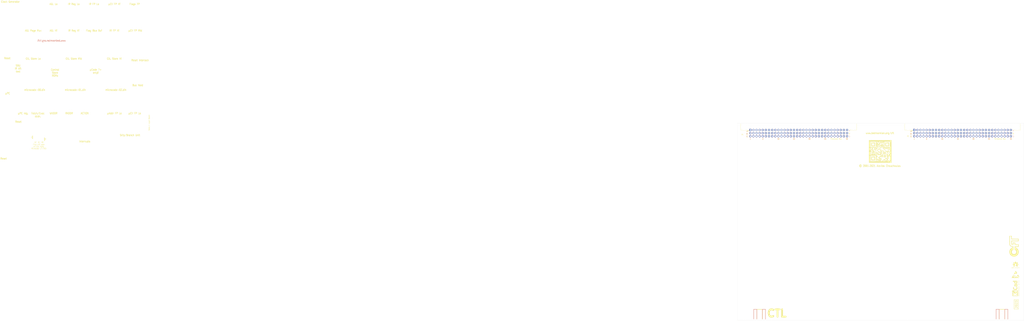
<source format=kicad_pcb>
(kicad_pcb (version 20171130) (host pcbnew 5.1.5+dfsg1-2build2)

  (general
    (thickness 1.6)
    (drawings 63)
    (tracks 0)
    (zones 0)
    (modules 17)
    (nets 1)
  )

  (page A3 portrait)
  (title_block
    (title "CFT Control Unit Board")
    (rev 2023)
    (comment 1 CTL)
  )

  (layers
    (0 F.Cu signal hide)
    (31 B.Cu signal hide)
    (32 B.Adhes user)
    (33 F.Adhes user)
    (34 B.Paste user)
    (35 F.Paste user)
    (36 B.SilkS user)
    (37 F.SilkS user)
    (38 B.Mask user hide)
    (39 F.Mask user)
    (40 Dwgs.User user)
    (41 Cmts.User user hide)
    (42 Eco1.User user)
    (43 Eco2.User user)
    (44 Edge.Cuts user)
    (45 Margin user)
    (46 B.CrtYd user)
    (47 F.CrtYd user)
    (48 B.Fab user)
    (49 F.Fab user)
  )

  (setup
    (last_trace_width 0.25)
    (user_trace_width 0.1778)
    (user_trace_width 0.254)
    (user_trace_width 0.3048)
    (user_trace_width 0.5588)
    (user_trace_width 0.762)
    (user_trace_width 1)
    (user_trace_width 1.27)
    (user_trace_width 2)
    (trace_clearance 0.2)
    (zone_clearance 0)
    (zone_45_only no)
    (trace_min 0.127)
    (via_size 0.8)
    (via_drill 0.4)
    (via_min_size 0.4)
    (via_min_drill 0.3)
    (user_via 0.508 0.3)
    (user_via 0.6096 0.3)
    (user_via 0.7874 0.4)
    (user_via 1.27 0.5)
    (uvia_size 0.3)
    (uvia_drill 0.1)
    (uvias_allowed no)
    (uvia_min_size 0.2)
    (uvia_min_drill 0.1)
    (edge_width 0.05)
    (segment_width 0.127)
    (pcb_text_width 0.3)
    (pcb_text_size 1.5 1.5)
    (mod_edge_width 0.12)
    (mod_text_size 1 1)
    (mod_text_width 0.15)
    (pad_size 1.7 1.7)
    (pad_drill 1)
    (pad_to_mask_clearance 0.051)
    (solder_mask_min_width 0.25)
    (aux_axis_origin 0 0)
    (grid_origin 40.008 80.88)
    (visible_elements FFFFFF7F)
    (pcbplotparams
      (layerselection 0x010fc_ffffffff)
      (usegerberextensions false)
      (usegerberattributes false)
      (usegerberadvancedattributes false)
      (creategerberjobfile false)
      (excludeedgelayer true)
      (linewidth 0.100000)
      (plotframeref false)
      (viasonmask false)
      (mode 1)
      (useauxorigin false)
      (hpglpennumber 1)
      (hpglpenspeed 20)
      (hpglpendiameter 15.000000)
      (psnegative false)
      (psa4output false)
      (plotreference true)
      (plotvalue true)
      (plotinvisibletext false)
      (padsonsilk false)
      (subtractmaskfromsilk false)
      (outputformat 1)
      (mirror false)
      (drillshape 0)
      (scaleselection 1)
      (outputdirectory "gerbers"))
  )

  (net 0 "")

  (net_class Default "This is the default net class."
    (clearance 0.2)
    (trace_width 0.25)
    (via_dia 0.8)
    (via_drill 0.4)
    (uvia_dia 0.3)
    (uvia_drill 0.1)
  )

  (module alexios:DIN41612_B_3x32_Horizontal locked (layer F.Cu) (tedit 6022E10B) (tstamp 602379C9)
    (at 173.358 80.88)
    (descr "DIN 41612 connector, type B, horizontal, 32 pins wide, 3 rows, full configuration")
    (tags "DIN 41512 IEC 60603 B")
    (path /5DE28E89)
    (fp_text reference P2 (at -5.08 5.08) (layer F.SilkS)
      (effects (font (size 1 0.83) (thickness 0.15)))
    )
    (fp_text value VG64_VME_3Rows_3x32_J2_P2 (at 39.37 7.62) (layer F.Fab) hide
      (effects (font (size 1 1) (thickness 0.15)))
    )
    (fp_text user 5 (at 10.2 7.3) (layer B.SilkS)
      (effects (font (size 1 0.83) (thickness 0.15)) (justify mirror))
    )
    (fp_text user 1 (at 0 7.3) (layer B.SilkS)
      (effects (font (size 1 0.83) (thickness 0.15)) (justify mirror))
    )
    (fp_text user 32 (at 78.7 7.3) (layer B.SilkS)
      (effects (font (size 1 0.83) (thickness 0.15)) (justify mirror))
    )
    (fp_text user 25 (at 61 7.3) (layer B.SilkS)
      (effects (font (size 1 0.83) (thickness 0.15)) (justify mirror))
    )
    (fp_text user 20 (at 48.3 7.3) (layer B.SilkS)
      (effects (font (size 1 0.83) (thickness 0.15)) (justify mirror))
    )
    (fp_text user 15 (at 35.6 7.3) (layer B.SilkS)
      (effects (font (size 1 0.83) (thickness 0.15)) (justify mirror))
    )
    (fp_text user 10 (at 22.9 7.3) (layer B.SilkS)
      (effects (font (size 1 0.83) (thickness 0.15)) (justify mirror))
    )
    (fp_text user 32 (at 78.7 7.3) (layer F.SilkS)
      (effects (font (size 1 0.83) (thickness 0.15)))
    )
    (fp_text user 25 (at 61 7.3) (layer F.SilkS)
      (effects (font (size 1 0.83) (thickness 0.15)))
    )
    (fp_text user 20 (at 48.3 7.3) (layer F.SilkS)
      (effects (font (size 1 0.83) (thickness 0.15)))
    )
    (fp_text user 15 (at 35.6 7.3) (layer F.SilkS)
      (effects (font (size 1 0.83) (thickness 0.15)))
    )
    (fp_text user 10 (at 22.9 7.3) (layer F.SilkS)
      (effects (font (size 1 0.83) (thickness 0.15)))
    )
    (fp_text user 5 (at 10.2 7.3) (layer F.SilkS)
      (effects (font (size 1 0.83) (thickness 0.15)))
    )
    (fp_text user 1 (at 0 7.3) (layer F.SilkS)
      (effects (font (size 1 0.83) (thickness 0.15)))
    )
    (fp_text user A (at -2.6 1.1) (layer F.SilkS)
      (effects (font (size 1 0.83) (thickness 0.15)))
    )
    (fp_text user C (at -2.6 5.3) (layer F.SilkS)
      (effects (font (size 1 0.83) (thickness 0.15)))
    )
    (fp_text user A (at 80.7 0.5) (layer B.SilkS)
      (effects (font (size 1 0.83) (thickness 0.15)) (justify mirror))
    )
    (fp_text user C (at 80.7 5.3) (layer B.SilkS)
      (effects (font (size 1 0.83) (thickness 0.15)) (justify mirror))
    )
    (fp_text user B (at -2.6 3.2) (layer F.SilkS)
      (effects (font (size 1 0.83) (thickness 0.15)))
    )
    (fp_text user B (at 80.7 2.9) (layer F.SilkS)
      (effects (font (size 1 0.83) (thickness 0.15)))
    )
    (fp_text user A (at -2.6 1.1) (layer B.SilkS)
      (effects (font (size 1 0.83) (thickness 0.15)) (justify mirror))
    )
    (fp_text user C (at -2.6 5.3) (layer B.SilkS)
      (effects (font (size 1 0.83) (thickness 0.15)) (justify mirror))
    )
    (fp_text user B (at -2.6 3.2) (layer B.SilkS)
      (effects (font (size 1 0.83) (thickness 0.15)) (justify mirror))
    )
    (fp_text user C (at -2.6 5.3) (layer F.SilkS)
      (effects (font (size 1 0.83) (thickness 0.15)))
    )
    (fp_text user B (at -2.6 3.2) (layer F.SilkS)
      (effects (font (size 1 0.83) (thickness 0.15)))
    )
    (fp_text user A (at -2.6 1.1) (layer F.SilkS)
      (effects (font (size 1 0.83) (thickness 0.15)))
    )
    (fp_text user "Board edge" (at 39.37 -7.3) (layer Cmts.User) hide
      (effects (font (size 0.7 0.7) (thickness 0.1)))
    )
    (fp_text user %R (at 39.37 -2.54) (layer F.Fab) hide
      (effects (font (size 1 1) (thickness 0.15)))
    )
    (fp_line (start -1.35 0.46) (end -1.35 6.43) (layer F.CrtYd) (width 0.05))
    (fp_line (start 80.09 0.46) (end 80.09 6.43) (layer F.CrtYd) (width 0.05))
    (fp_line (start -2.53 -0.44) (end -2.53 0.06) (layer F.SilkS) (width 0.15))
    (fp_line (start -2.53 0.06) (end -7.73 0.06) (layer F.SilkS) (width 0.15))
    (fp_line (start -7.73 0.06) (end -7.73 -5.04) (layer F.SilkS) (width 0.15))
    (fp_line (start 81.27 -0.44) (end 81.27 0.06) (layer F.SilkS) (width 0.15))
    (fp_line (start 81.27 0.06) (end 86.47 0.06) (layer F.SilkS) (width 0.15))
    (fp_line (start 86.47 0.06) (end 86.47 -5.04) (layer F.SilkS) (width 0.15))
    (fp_line (start -1.35 0.6) (end -1.95 0.3) (layer F.SilkS) (width 0.3))
    (fp_line (start -1.95 0.3) (end -1.95 0.9) (layer F.SilkS) (width 0.3))
    (fp_line (start -1.95 0.9) (end -1.35 0.6) (layer F.SilkS) (width 0.3))
    (fp_line (start -2.63 -0.54) (end -2.63 -0.04) (layer F.Fab) (width 0.1))
    (fp_line (start -2.63 -0.04) (end -7.63 -0.04) (layer F.Fab) (width 0.1))
    (fp_line (start -7.63 -0.04) (end -7.63 -5.04) (layer F.Fab) (width 0.1))
    (fp_line (start -7.63 -5.04) (end -4.38 -5.04) (layer F.Fab) (width 0.1))
    (fp_line (start -4.38 -5.04) (end -4.38 -12.74) (layer F.Fab) (width 0.1))
    (fp_line (start -4.38 -12.74) (end 83.12 -12.74) (layer F.Fab) (width 0.1))
    (fp_line (start 83.12 -12.74) (end 83.12 -5.04) (layer F.Fab) (width 0.1))
    (fp_line (start 83.12 -5.04) (end 86.37 -5.04) (layer F.Fab) (width 0.1))
    (fp_line (start 86.37 -5.04) (end 86.37 -0.04) (layer F.Fab) (width 0.1))
    (fp_line (start 86.37 -0.04) (end 81.37 -0.04) (layer F.Fab) (width 0.1))
    (fp_line (start 81.37 -0.04) (end 81.37 -0.54) (layer F.Fab) (width 0.1))
    (fp_line (start 81.37 -0.54) (end -2.63 -0.54) (layer F.Fab) (width 0.1))
    (fp_line (start -1.35 0.46) (end -8.13 0.46) (layer F.CrtYd) (width 0.05))
    (fp_line (start -8.13 0.46) (end -8.13 -5.54) (layer F.CrtYd) (width 0.05))
    (fp_line (start -8.13 -5.54) (end -4.88 -5.54) (layer F.CrtYd) (width 0.05))
    (fp_line (start -4.88 -5.54) (end -4.88 -13.24) (layer F.CrtYd) (width 0.05))
    (fp_line (start -4.88 -13.24) (end 83.62 -13.24) (layer F.CrtYd) (width 0.05))
    (fp_line (start 83.62 -13.24) (end 83.62 -5.54) (layer F.CrtYd) (width 0.05))
    (fp_line (start 83.62 -5.54) (end 86.87 -5.54) (layer F.CrtYd) (width 0.05))
    (fp_line (start 86.87 -5.54) (end 86.87 0.46) (layer F.CrtYd) (width 0.05))
    (fp_line (start 86.87 0.46) (end 80.87 0.46) (layer F.CrtYd) (width 0.05))
    (fp_line (start 80.87 0.46) (end 80.09 0.46) (layer F.CrtYd) (width 0.05))
    (fp_line (start 80.09 6.43) (end -1.35 6.43) (layer F.CrtYd) (width 0.05))
    (fp_line (start -4.38 -5.3) (end 83.12 -5.3) (layer Dwgs.User) (width 0.08))
    (fp_line (start 39.37 -6.8) (end 39.37 -5.4) (layer Cmts.User) (width 0.1))
    (fp_line (start 39.17 -5.9) (end 39.37 -5.4) (layer Cmts.User) (width 0.1))
    (fp_line (start 39.37 -5.4) (end 39.57 -5.9) (layer Cmts.User) (width 0.1))
    (pad "" np_thru_hole circle (at 83.82 -2.54) (size 2.8 2.8) (drill 2.8) (layers *.Cu *.Mask))
    (pad "" np_thru_hole circle (at -5.08 -2.54) (size 2.8 2.8) (drill 2.8) (layers *.Cu *.Mask))
    (pad B32 thru_hole circle (at 78.74 2.54) (size 1.7 1.7) (drill 1) (layers *.Cu *.Mask))
    (pad A32 thru_hole circle (at 78.74 0) (size 1.7 1.7) (drill 1) (layers *.Cu *.Mask))
    (pad B31 thru_hole circle (at 76.2 2.54) (size 1.7 1.7) (drill 1) (layers *.Cu *.Mask))
    (pad A31 thru_hole circle (at 76.2 0) (size 1.7 1.7) (drill 1) (layers *.Cu *.Mask))
    (pad B30 thru_hole circle (at 73.66 2.54) (size 1.7 1.7) (drill 1) (layers *.Cu *.Mask))
    (pad A30 thru_hole circle (at 73.66 0) (size 1.7 1.7) (drill 1) (layers *.Cu *.Mask))
    (pad B29 thru_hole circle (at 71.12 2.54) (size 1.7 1.7) (drill 1) (layers *.Cu *.Mask))
    (pad A29 thru_hole circle (at 71.12 0) (size 1.7 1.7) (drill 1) (layers *.Cu *.Mask))
    (pad B28 thru_hole circle (at 68.58 2.54) (size 1.7 1.7) (drill 1) (layers *.Cu *.Mask))
    (pad A28 thru_hole circle (at 68.58 0) (size 1.7 1.7) (drill 1) (layers *.Cu *.Mask))
    (pad B27 thru_hole circle (at 66.04 2.54) (size 1.7 1.7) (drill 1) (layers *.Cu *.Mask))
    (pad A27 thru_hole circle (at 66.04 0) (size 1.7 1.7) (drill 1) (layers *.Cu *.Mask))
    (pad B26 thru_hole circle (at 63.5 2.54) (size 1.7 1.7) (drill 1) (layers *.Cu *.Mask))
    (pad A26 thru_hole circle (at 63.5 0) (size 1.7 1.7) (drill 1) (layers *.Cu *.Mask))
    (pad B25 thru_hole circle (at 60.96 2.54) (size 1.7 1.7) (drill 1) (layers *.Cu *.Mask))
    (pad A25 thru_hole circle (at 60.96 0) (size 1.7 1.7) (drill 1) (layers *.Cu *.Mask))
    (pad B24 thru_hole circle (at 58.42 2.54) (size 1.7 1.7) (drill 1) (layers *.Cu *.Mask))
    (pad A24 thru_hole circle (at 58.42 0) (size 1.7 1.7) (drill 1) (layers *.Cu *.Mask))
    (pad B23 thru_hole circle (at 55.88 2.54) (size 1.7 1.7) (drill 1) (layers *.Cu *.Mask))
    (pad A23 thru_hole circle (at 55.88 0) (size 1.7 1.7) (drill 1) (layers *.Cu *.Mask))
    (pad B22 thru_hole circle (at 53.34 2.54) (size 1.7 1.7) (drill 1) (layers *.Cu *.Mask))
    (pad A22 thru_hole circle (at 53.34 0) (size 1.7 1.7) (drill 1) (layers *.Cu *.Mask))
    (pad B21 thru_hole circle (at 50.8 2.54) (size 1.7 1.7) (drill 1) (layers *.Cu *.Mask))
    (pad A21 thru_hole circle (at 50.8 0) (size 1.7 1.7) (drill 1) (layers *.Cu *.Mask))
    (pad B20 thru_hole circle (at 48.26 2.54) (size 1.7 1.7) (drill 1) (layers *.Cu *.Mask))
    (pad A20 thru_hole circle (at 48.26 0) (size 1.7 1.7) (drill 1) (layers *.Cu *.Mask))
    (pad B19 thru_hole circle (at 45.72 2.54) (size 1.7 1.7) (drill 1) (layers *.Cu *.Mask))
    (pad A19 thru_hole circle (at 45.72 0) (size 1.7 1.7) (drill 1) (layers *.Cu *.Mask))
    (pad B18 thru_hole circle (at 43.18 2.54) (size 1.7 1.7) (drill 1) (layers *.Cu *.Mask))
    (pad A18 thru_hole circle (at 43.18 0) (size 1.7 1.7) (drill 1) (layers *.Cu *.Mask))
    (pad B17 thru_hole circle (at 40.64 2.54) (size 1.7 1.7) (drill 1) (layers *.Cu *.Mask))
    (pad A17 thru_hole circle (at 40.64 0) (size 1.7 1.7) (drill 1) (layers *.Cu *.Mask))
    (pad B16 thru_hole circle (at 38.1 2.54) (size 1.7 1.7) (drill 1) (layers *.Cu *.Mask))
    (pad A16 thru_hole circle (at 38.1 0) (size 1.7 1.7) (drill 1) (layers *.Cu *.Mask))
    (pad B15 thru_hole circle (at 35.56 2.54) (size 1.7 1.7) (drill 1) (layers *.Cu *.Mask))
    (pad A15 thru_hole circle (at 35.56 0) (size 1.7 1.7) (drill 1) (layers *.Cu *.Mask))
    (pad B14 thru_hole circle (at 33.02 2.54) (size 1.7 1.7) (drill 1) (layers *.Cu *.Mask))
    (pad A14 thru_hole circle (at 33.02 0) (size 1.7 1.7) (drill 1) (layers *.Cu *.Mask))
    (pad B13 thru_hole circle (at 30.48 2.54) (size 1.7 1.7) (drill 1) (layers *.Cu *.Mask))
    (pad A13 thru_hole circle (at 30.48 0) (size 1.7 1.7) (drill 1) (layers *.Cu *.Mask))
    (pad B12 thru_hole circle (at 27.94 2.54) (size 1.7 1.7) (drill 1) (layers *.Cu *.Mask))
    (pad A12 thru_hole circle (at 27.94 0) (size 1.7 1.7) (drill 1) (layers *.Cu *.Mask))
    (pad B11 thru_hole circle (at 25.4 2.54) (size 1.7 1.7) (drill 1) (layers *.Cu *.Mask))
    (pad A11 thru_hole circle (at 25.4 0) (size 1.7 1.7) (drill 1) (layers *.Cu *.Mask))
    (pad B10 thru_hole circle (at 22.86 2.54) (size 1.7 1.7) (drill 1) (layers *.Cu *.Mask))
    (pad A10 thru_hole circle (at 22.86 0) (size 1.7 1.7) (drill 1) (layers *.Cu *.Mask))
    (pad B9 thru_hole circle (at 20.32 2.54) (size 1.7 1.7) (drill 1) (layers *.Cu *.Mask))
    (pad A9 thru_hole circle (at 20.32 0) (size 1.7 1.7) (drill 1) (layers *.Cu *.Mask))
    (pad B8 thru_hole circle (at 17.78 2.54) (size 1.7 1.7) (drill 1) (layers *.Cu *.Mask))
    (pad A8 thru_hole circle (at 17.78 0) (size 1.7 1.7) (drill 1) (layers *.Cu *.Mask))
    (pad B7 thru_hole circle (at 15.24 2.54) (size 1.7 1.7) (drill 1) (layers *.Cu *.Mask))
    (pad A7 thru_hole circle (at 15.24 0) (size 1.7 1.7) (drill 1) (layers *.Cu *.Mask))
    (pad B6 thru_hole circle (at 12.7 2.54) (size 1.7 1.7) (drill 1) (layers *.Cu *.Mask))
    (pad A6 thru_hole circle (at 12.7 0) (size 1.7 1.7) (drill 1) (layers *.Cu *.Mask))
    (pad B5 thru_hole circle (at 10.16 2.54) (size 1.7 1.7) (drill 1) (layers *.Cu *.Mask))
    (pad A5 thru_hole circle (at 10.16 0) (size 1.7 1.7) (drill 1) (layers *.Cu *.Mask))
    (pad B4 thru_hole circle (at 7.62 2.54) (size 1.7 1.7) (drill 1) (layers *.Cu *.Mask))
    (pad A4 thru_hole circle (at 7.62 0) (size 1.7 1.7) (drill 1) (layers *.Cu *.Mask))
    (pad B3 thru_hole circle (at 5.08 2.54) (size 1.7 1.7) (drill 1) (layers *.Cu *.Mask))
    (pad A3 thru_hole circle (at 5.08 0) (size 1.7 1.7) (drill 1) (layers *.Cu *.Mask))
    (pad B2 thru_hole circle (at 2.54 2.54) (size 1.7 1.7) (drill 1) (layers *.Cu *.Mask))
    (pad A2 thru_hole circle (at 2.54 0) (size 1.7 1.7) (drill 1) (layers *.Cu *.Mask))
    (pad B1 thru_hole circle (at 0 2.54) (size 1.7 1.7) (drill 1) (layers *.Cu *.Mask))
    (pad A1 thru_hole rect (at 0 0) (size 1.7 1.7) (drill 1) (layers *.Cu *.Mask))
    (pad C1 thru_hole circle (at 0 5.08) (size 1.7 1.7) (drill 1) (layers *.Cu *.Mask))
    (pad C2 thru_hole circle (at 2.54 5.08) (size 1.7 1.7) (drill 1) (layers *.Cu *.Mask))
    (pad C3 thru_hole circle (at 5.08 5.08) (size 1.7 1.7) (drill 1) (layers *.Cu *.Mask))
    (pad C4 thru_hole circle (at 7.62 5.08) (size 1.7 1.7) (drill 1) (layers *.Cu *.Mask))
    (pad C5 thru_hole circle (at 10.16 5.08) (size 1.7 1.7) (drill 1) (layers *.Cu *.Mask))
    (pad C6 thru_hole circle (at 12.7 5.08) (size 1.7 1.7) (drill 1) (layers *.Cu *.Mask))
    (pad C7 thru_hole circle (at 15.24 5.08) (size 1.7 1.7) (drill 1) (layers *.Cu *.Mask))
    (pad C8 thru_hole circle (at 17.78 5.08) (size 1.7 1.7) (drill 1) (layers *.Cu *.Mask))
    (pad C9 thru_hole circle (at 20.32 5.08) (size 1.7 1.7) (drill 1) (layers *.Cu *.Mask))
    (pad C10 thru_hole circle (at 22.86 5.08) (size 1.7 1.7) (drill 1) (layers *.Cu *.Mask))
    (pad C11 thru_hole circle (at 25.4 5.08) (size 1.7 1.7) (drill 1) (layers *.Cu *.Mask))
    (pad C12 thru_hole circle (at 27.94 5.08) (size 1.7 1.7) (drill 1) (layers *.Cu *.Mask))
    (pad C13 thru_hole circle (at 30.48 5.08) (size 1.7 1.7) (drill 1) (layers *.Cu *.Mask))
    (pad C14 thru_hole circle (at 33.02 5.08) (size 1.7 1.7) (drill 1) (layers *.Cu *.Mask))
    (pad C15 thru_hole circle (at 35.56 5.08) (size 1.7 1.7) (drill 1) (layers *.Cu *.Mask))
    (pad C16 thru_hole circle (at 38.1 5.08) (size 1.7 1.7) (drill 1) (layers *.Cu *.Mask))
    (pad C17 thru_hole circle (at 40.64 5.08) (size 1.7 1.7) (drill 1) (layers *.Cu *.Mask))
    (pad C18 thru_hole circle (at 43.18 5.08) (size 1.7 1.7) (drill 1) (layers *.Cu *.Mask))
    (pad C19 thru_hole circle (at 45.72 5.08) (size 1.7 1.7) (drill 1) (layers *.Cu *.Mask))
    (pad C20 thru_hole circle (at 48.26 5.08) (size 1.7 1.7) (drill 1) (layers *.Cu *.Mask))
    (pad C21 thru_hole circle (at 50.8 5.08) (size 1.7 1.7) (drill 1) (layers *.Cu *.Mask))
    (pad C22 thru_hole circle (at 53.34 5.08) (size 1.7 1.7) (drill 1) (layers *.Cu *.Mask))
    (pad C23 thru_hole circle (at 55.88 5.08) (size 1.7 1.7) (drill 1) (layers *.Cu *.Mask))
    (pad C24 thru_hole circle (at 58.42 5.08) (size 1.7 1.7) (drill 1) (layers *.Cu *.Mask))
    (pad C25 thru_hole circle (at 60.96 5.08) (size 1.7 1.7) (drill 1) (layers *.Cu *.Mask))
    (pad C26 thru_hole circle (at 63.5 5.08) (size 1.7 1.7) (drill 1) (layers *.Cu *.Mask))
    (pad C27 thru_hole circle (at 66.04 5.08) (size 1.7 1.7) (drill 1) (layers *.Cu *.Mask))
    (pad C28 thru_hole circle (at 68.58 5.08) (size 1.7 1.7) (drill 1) (layers *.Cu *.Mask))
    (pad C29 thru_hole circle (at 71.12 5.08) (size 1.7 1.7) (drill 1) (layers *.Cu *.Mask))
    (pad C30 thru_hole circle (at 73.66 5.08) (size 1.7 1.7) (drill 1) (layers *.Cu *.Mask))
    (pad C31 thru_hole circle (at 76.2 5.08) (size 1.7 1.7) (drill 1) (layers *.Cu *.Mask))
    (pad C32 thru_hole circle (at 78.74 5.08) (size 1.7 1.7) (drill 1) (layers *.Cu *.Mask))
    (model ${KI3DMOD_ALEXIOS}/DIN_41612/DIN41612-C-96-M-RA-1.step
      (offset (xyz -5.08 2.54 -2))
      (scale (xyz 1 1 1))
      (rotate (xyz 90 180 90))
    )
  )

  (module alexios:DIN41612_B_3x32_Horizontal locked (layer F.Cu) (tedit 6022E10B) (tstamp 60237822)
    (at 40.008 80.88)
    (descr "DIN 41612 connector, type B, horizontal, 32 pins wide, 3 rows, full configuration")
    (tags "DIN 41512 IEC 60603 B")
    (path /5DDFD772)
    (fp_text reference P1 (at -6.35 3.81) (layer F.SilkS)
      (effects (font (size 1 0.83) (thickness 0.15)))
    )
    (fp_text value VG64_VME_3Rows_3x32_J1_P1 (at 39.37 7.62) (layer F.Fab) hide
      (effects (font (size 1 1) (thickness 0.15)))
    )
    (fp_text user 5 (at 10.2 7.3) (layer B.SilkS)
      (effects (font (size 1 0.83) (thickness 0.15)) (justify mirror))
    )
    (fp_text user 1 (at 0 7.3) (layer B.SilkS)
      (effects (font (size 1 0.83) (thickness 0.15)) (justify mirror))
    )
    (fp_text user 32 (at 78.7 7.3) (layer B.SilkS)
      (effects (font (size 1 0.83) (thickness 0.15)) (justify mirror))
    )
    (fp_text user 25 (at 61 7.3) (layer B.SilkS)
      (effects (font (size 1 0.83) (thickness 0.15)) (justify mirror))
    )
    (fp_text user 20 (at 48.3 7.3) (layer B.SilkS)
      (effects (font (size 1 0.83) (thickness 0.15)) (justify mirror))
    )
    (fp_text user 15 (at 35.6 7.3) (layer B.SilkS)
      (effects (font (size 1 0.83) (thickness 0.15)) (justify mirror))
    )
    (fp_text user 10 (at 22.9 7.3) (layer B.SilkS)
      (effects (font (size 1 0.83) (thickness 0.15)) (justify mirror))
    )
    (fp_text user 32 (at 78.7 7.3) (layer F.SilkS)
      (effects (font (size 1 0.83) (thickness 0.15)))
    )
    (fp_text user 25 (at 61 7.3) (layer F.SilkS)
      (effects (font (size 1 0.83) (thickness 0.15)))
    )
    (fp_text user 20 (at 48.3 7.3) (layer F.SilkS)
      (effects (font (size 1 0.83) (thickness 0.15)))
    )
    (fp_text user 15 (at 35.6 7.3) (layer F.SilkS)
      (effects (font (size 1 0.83) (thickness 0.15)))
    )
    (fp_text user 10 (at 22.9 7.3) (layer F.SilkS)
      (effects (font (size 1 0.83) (thickness 0.15)))
    )
    (fp_text user 5 (at 10.2 7.3) (layer F.SilkS)
      (effects (font (size 1 0.83) (thickness 0.15)))
    )
    (fp_text user 1 (at 0 7.3) (layer F.SilkS)
      (effects (font (size 1 0.83) (thickness 0.15)))
    )
    (fp_text user A (at -2.6 1.1) (layer F.SilkS)
      (effects (font (size 1 0.83) (thickness 0.15)))
    )
    (fp_text user C (at -2.6 5.3) (layer F.SilkS)
      (effects (font (size 1 0.83) (thickness 0.15)))
    )
    (fp_text user A (at 80.7 0.5) (layer B.SilkS)
      (effects (font (size 1 0.83) (thickness 0.15)) (justify mirror))
    )
    (fp_text user C (at 80.7 5.3) (layer B.SilkS)
      (effects (font (size 1 0.83) (thickness 0.15)) (justify mirror))
    )
    (fp_text user B (at -2.6 3.2) (layer F.SilkS)
      (effects (font (size 1 0.83) (thickness 0.15)))
    )
    (fp_text user B (at 80.7 2.9) (layer F.SilkS)
      (effects (font (size 1 0.83) (thickness 0.15)))
    )
    (fp_text user A (at -2.6 1.1) (layer B.SilkS)
      (effects (font (size 1 0.83) (thickness 0.15)) (justify mirror))
    )
    (fp_text user C (at -2.6 5.3) (layer B.SilkS)
      (effects (font (size 1 0.83) (thickness 0.15)) (justify mirror))
    )
    (fp_text user B (at -2.6 3.2) (layer B.SilkS)
      (effects (font (size 1 0.83) (thickness 0.15)) (justify mirror))
    )
    (fp_text user C (at -2.6 5.3) (layer F.SilkS)
      (effects (font (size 1 0.83) (thickness 0.15)))
    )
    (fp_text user B (at -2.6 3.2) (layer F.SilkS)
      (effects (font (size 1 0.83) (thickness 0.15)))
    )
    (fp_text user A (at -2.6 1.1) (layer F.SilkS)
      (effects (font (size 1 0.83) (thickness 0.15)))
    )
    (fp_text user "Board edge" (at 39.37 -7.3) (layer Cmts.User) hide
      (effects (font (size 0.7 0.7) (thickness 0.1)))
    )
    (fp_text user %R (at 39.37 -2.54) (layer F.Fab) hide
      (effects (font (size 1 1) (thickness 0.15)))
    )
    (fp_line (start -1.35 0.46) (end -1.35 6.43) (layer F.CrtYd) (width 0.05))
    (fp_line (start 80.09 0.46) (end 80.09 6.43) (layer F.CrtYd) (width 0.05))
    (fp_line (start -2.53 -0.44) (end -2.53 0.06) (layer F.SilkS) (width 0.15))
    (fp_line (start -2.53 0.06) (end -7.73 0.06) (layer F.SilkS) (width 0.15))
    (fp_line (start -7.73 0.06) (end -7.73 -5.04) (layer F.SilkS) (width 0.15))
    (fp_line (start 81.27 -0.44) (end 81.27 0.06) (layer F.SilkS) (width 0.15))
    (fp_line (start 81.27 0.06) (end 86.47 0.06) (layer F.SilkS) (width 0.15))
    (fp_line (start 86.47 0.06) (end 86.47 -5.04) (layer F.SilkS) (width 0.15))
    (fp_line (start -1.35 0.6) (end -1.95 0.3) (layer F.SilkS) (width 0.3))
    (fp_line (start -1.95 0.3) (end -1.95 0.9) (layer F.SilkS) (width 0.3))
    (fp_line (start -1.95 0.9) (end -1.35 0.6) (layer F.SilkS) (width 0.3))
    (fp_line (start -2.63 -0.54) (end -2.63 -0.04) (layer F.Fab) (width 0.1))
    (fp_line (start -2.63 -0.04) (end -7.63 -0.04) (layer F.Fab) (width 0.1))
    (fp_line (start -7.63 -0.04) (end -7.63 -5.04) (layer F.Fab) (width 0.1))
    (fp_line (start -7.63 -5.04) (end -4.38 -5.04) (layer F.Fab) (width 0.1))
    (fp_line (start -4.38 -5.04) (end -4.38 -12.74) (layer F.Fab) (width 0.1))
    (fp_line (start -4.38 -12.74) (end 83.12 -12.74) (layer F.Fab) (width 0.1))
    (fp_line (start 83.12 -12.74) (end 83.12 -5.04) (layer F.Fab) (width 0.1))
    (fp_line (start 83.12 -5.04) (end 86.37 -5.04) (layer F.Fab) (width 0.1))
    (fp_line (start 86.37 -5.04) (end 86.37 -0.04) (layer F.Fab) (width 0.1))
    (fp_line (start 86.37 -0.04) (end 81.37 -0.04) (layer F.Fab) (width 0.1))
    (fp_line (start 81.37 -0.04) (end 81.37 -0.54) (layer F.Fab) (width 0.1))
    (fp_line (start 81.37 -0.54) (end -2.63 -0.54) (layer F.Fab) (width 0.1))
    (fp_line (start -1.35 0.46) (end -8.13 0.46) (layer F.CrtYd) (width 0.05))
    (fp_line (start -8.13 0.46) (end -8.13 -5.54) (layer F.CrtYd) (width 0.05))
    (fp_line (start -8.13 -5.54) (end -4.88 -5.54) (layer F.CrtYd) (width 0.05))
    (fp_line (start -4.88 -5.54) (end -4.88 -13.24) (layer F.CrtYd) (width 0.05))
    (fp_line (start -4.88 -13.24) (end 83.62 -13.24) (layer F.CrtYd) (width 0.05))
    (fp_line (start 83.62 -13.24) (end 83.62 -5.54) (layer F.CrtYd) (width 0.05))
    (fp_line (start 83.62 -5.54) (end 86.87 -5.54) (layer F.CrtYd) (width 0.05))
    (fp_line (start 86.87 -5.54) (end 86.87 0.46) (layer F.CrtYd) (width 0.05))
    (fp_line (start 86.87 0.46) (end 80.87 0.46) (layer F.CrtYd) (width 0.05))
    (fp_line (start 80.87 0.46) (end 80.09 0.46) (layer F.CrtYd) (width 0.05))
    (fp_line (start 80.09 6.43) (end -1.35 6.43) (layer F.CrtYd) (width 0.05))
    (fp_line (start -4.38 -5.3) (end 83.12 -5.3) (layer Dwgs.User) (width 0.08))
    (fp_line (start 39.37 -6.8) (end 39.37 -5.4) (layer Cmts.User) (width 0.1))
    (fp_line (start 39.17 -5.9) (end 39.37 -5.4) (layer Cmts.User) (width 0.1))
    (fp_line (start 39.37 -5.4) (end 39.57 -5.9) (layer Cmts.User) (width 0.1))
    (pad "" np_thru_hole circle (at 83.82 -2.54) (size 2.8 2.8) (drill 2.8) (layers *.Cu *.Mask))
    (pad "" np_thru_hole circle (at -5.08 -2.54) (size 2.8 2.8) (drill 2.8) (layers *.Cu *.Mask))
    (pad B32 thru_hole circle (at 78.74 2.54) (size 1.7 1.7) (drill 1) (layers *.Cu *.Mask))
    (pad A32 thru_hole circle (at 78.74 0) (size 1.7 1.7) (drill 1) (layers *.Cu *.Mask))
    (pad B31 thru_hole circle (at 76.2 2.54) (size 1.7 1.7) (drill 1) (layers *.Cu *.Mask))
    (pad A31 thru_hole circle (at 76.2 0) (size 1.7 1.7) (drill 1) (layers *.Cu *.Mask))
    (pad B30 thru_hole circle (at 73.66 2.54) (size 1.7 1.7) (drill 1) (layers *.Cu *.Mask))
    (pad A30 thru_hole circle (at 73.66 0) (size 1.7 1.7) (drill 1) (layers *.Cu *.Mask))
    (pad B29 thru_hole circle (at 71.12 2.54) (size 1.7 1.7) (drill 1) (layers *.Cu *.Mask))
    (pad A29 thru_hole circle (at 71.12 0) (size 1.7 1.7) (drill 1) (layers *.Cu *.Mask))
    (pad B28 thru_hole circle (at 68.58 2.54) (size 1.7 1.7) (drill 1) (layers *.Cu *.Mask))
    (pad A28 thru_hole circle (at 68.58 0) (size 1.7 1.7) (drill 1) (layers *.Cu *.Mask))
    (pad B27 thru_hole circle (at 66.04 2.54) (size 1.7 1.7) (drill 1) (layers *.Cu *.Mask))
    (pad A27 thru_hole circle (at 66.04 0) (size 1.7 1.7) (drill 1) (layers *.Cu *.Mask))
    (pad B26 thru_hole circle (at 63.5 2.54) (size 1.7 1.7) (drill 1) (layers *.Cu *.Mask))
    (pad A26 thru_hole circle (at 63.5 0) (size 1.7 1.7) (drill 1) (layers *.Cu *.Mask))
    (pad B25 thru_hole circle (at 60.96 2.54) (size 1.7 1.7) (drill 1) (layers *.Cu *.Mask))
    (pad A25 thru_hole circle (at 60.96 0) (size 1.7 1.7) (drill 1) (layers *.Cu *.Mask))
    (pad B24 thru_hole circle (at 58.42 2.54) (size 1.7 1.7) (drill 1) (layers *.Cu *.Mask))
    (pad A24 thru_hole circle (at 58.42 0) (size 1.7 1.7) (drill 1) (layers *.Cu *.Mask))
    (pad B23 thru_hole circle (at 55.88 2.54) (size 1.7 1.7) (drill 1) (layers *.Cu *.Mask))
    (pad A23 thru_hole circle (at 55.88 0) (size 1.7 1.7) (drill 1) (layers *.Cu *.Mask))
    (pad B22 thru_hole circle (at 53.34 2.54) (size 1.7 1.7) (drill 1) (layers *.Cu *.Mask))
    (pad A22 thru_hole circle (at 53.34 0) (size 1.7 1.7) (drill 1) (layers *.Cu *.Mask))
    (pad B21 thru_hole circle (at 50.8 2.54) (size 1.7 1.7) (drill 1) (layers *.Cu *.Mask))
    (pad A21 thru_hole circle (at 50.8 0) (size 1.7 1.7) (drill 1) (layers *.Cu *.Mask))
    (pad B20 thru_hole circle (at 48.26 2.54) (size 1.7 1.7) (drill 1) (layers *.Cu *.Mask))
    (pad A20 thru_hole circle (at 48.26 0) (size 1.7 1.7) (drill 1) (layers *.Cu *.Mask))
    (pad B19 thru_hole circle (at 45.72 2.54) (size 1.7 1.7) (drill 1) (layers *.Cu *.Mask))
    (pad A19 thru_hole circle (at 45.72 0) (size 1.7 1.7) (drill 1) (layers *.Cu *.Mask))
    (pad B18 thru_hole circle (at 43.18 2.54) (size 1.7 1.7) (drill 1) (layers *.Cu *.Mask))
    (pad A18 thru_hole circle (at 43.18 0) (size 1.7 1.7) (drill 1) (layers *.Cu *.Mask))
    (pad B17 thru_hole circle (at 40.64 2.54) (size 1.7 1.7) (drill 1) (layers *.Cu *.Mask))
    (pad A17 thru_hole circle (at 40.64 0) (size 1.7 1.7) (drill 1) (layers *.Cu *.Mask))
    (pad B16 thru_hole circle (at 38.1 2.54) (size 1.7 1.7) (drill 1) (layers *.Cu *.Mask))
    (pad A16 thru_hole circle (at 38.1 0) (size 1.7 1.7) (drill 1) (layers *.Cu *.Mask))
    (pad B15 thru_hole circle (at 35.56 2.54) (size 1.7 1.7) (drill 1) (layers *.Cu *.Mask))
    (pad A15 thru_hole circle (at 35.56 0) (size 1.7 1.7) (drill 1) (layers *.Cu *.Mask))
    (pad B14 thru_hole circle (at 33.02 2.54) (size 1.7 1.7) (drill 1) (layers *.Cu *.Mask))
    (pad A14 thru_hole circle (at 33.02 0) (size 1.7 1.7) (drill 1) (layers *.Cu *.Mask))
    (pad B13 thru_hole circle (at 30.48 2.54) (size 1.7 1.7) (drill 1) (layers *.Cu *.Mask))
    (pad A13 thru_hole circle (at 30.48 0) (size 1.7 1.7) (drill 1) (layers *.Cu *.Mask))
    (pad B12 thru_hole circle (at 27.94 2.54) (size 1.7 1.7) (drill 1) (layers *.Cu *.Mask))
    (pad A12 thru_hole circle (at 27.94 0) (size 1.7 1.7) (drill 1) (layers *.Cu *.Mask))
    (pad B11 thru_hole circle (at 25.4 2.54) (size 1.7 1.7) (drill 1) (layers *.Cu *.Mask))
    (pad A11 thru_hole circle (at 25.4 0) (size 1.7 1.7) (drill 1) (layers *.Cu *.Mask))
    (pad B10 thru_hole circle (at 22.86 2.54) (size 1.7 1.7) (drill 1) (layers *.Cu *.Mask))
    (pad A10 thru_hole circle (at 22.86 0) (size 1.7 1.7) (drill 1) (layers *.Cu *.Mask))
    (pad B9 thru_hole circle (at 20.32 2.54) (size 1.7 1.7) (drill 1) (layers *.Cu *.Mask))
    (pad A9 thru_hole circle (at 20.32 0) (size 1.7 1.7) (drill 1) (layers *.Cu *.Mask))
    (pad B8 thru_hole circle (at 17.78 2.54) (size 1.7 1.7) (drill 1) (layers *.Cu *.Mask))
    (pad A8 thru_hole circle (at 17.78 0) (size 1.7 1.7) (drill 1) (layers *.Cu *.Mask))
    (pad B7 thru_hole circle (at 15.24 2.54) (size 1.7 1.7) (drill 1) (layers *.Cu *.Mask))
    (pad A7 thru_hole circle (at 15.24 0) (size 1.7 1.7) (drill 1) (layers *.Cu *.Mask))
    (pad B6 thru_hole circle (at 12.7 2.54) (size 1.7 1.7) (drill 1) (layers *.Cu *.Mask))
    (pad A6 thru_hole circle (at 12.7 0) (size 1.7 1.7) (drill 1) (layers *.Cu *.Mask))
    (pad B5 thru_hole circle (at 10.16 2.54) (size 1.7 1.7) (drill 1) (layers *.Cu *.Mask))
    (pad A5 thru_hole circle (at 10.16 0) (size 1.7 1.7) (drill 1) (layers *.Cu *.Mask))
    (pad B4 thru_hole circle (at 7.62 2.54) (size 1.7 1.7) (drill 1) (layers *.Cu *.Mask))
    (pad A4 thru_hole circle (at 7.62 0) (size 1.7 1.7) (drill 1) (layers *.Cu *.Mask))
    (pad B3 thru_hole circle (at 5.08 2.54) (size 1.7 1.7) (drill 1) (layers *.Cu *.Mask))
    (pad A3 thru_hole circle (at 5.08 0) (size 1.7 1.7) (drill 1) (layers *.Cu *.Mask))
    (pad B2 thru_hole circle (at 2.54 2.54) (size 1.7 1.7) (drill 1) (layers *.Cu *.Mask))
    (pad A2 thru_hole circle (at 2.54 0) (size 1.7 1.7) (drill 1) (layers *.Cu *.Mask))
    (pad B1 thru_hole circle (at 0 2.54) (size 1.7 1.7) (drill 1) (layers *.Cu *.Mask))
    (pad A1 thru_hole rect (at 0 0) (size 1.7 1.7) (drill 1) (layers *.Cu *.Mask))
    (pad C1 thru_hole circle (at 0 5.08) (size 1.7 1.7) (drill 1) (layers *.Cu *.Mask))
    (pad C2 thru_hole circle (at 2.54 5.08) (size 1.7 1.7) (drill 1) (layers *.Cu *.Mask))
    (pad C3 thru_hole circle (at 5.08 5.08) (size 1.7 1.7) (drill 1) (layers *.Cu *.Mask))
    (pad C4 thru_hole circle (at 7.62 5.08) (size 1.7 1.7) (drill 1) (layers *.Cu *.Mask))
    (pad C5 thru_hole circle (at 10.16 5.08) (size 1.7 1.7) (drill 1) (layers *.Cu *.Mask))
    (pad C6 thru_hole circle (at 12.7 5.08) (size 1.7 1.7) (drill 1) (layers *.Cu *.Mask))
    (pad C7 thru_hole circle (at 15.24 5.08) (size 1.7 1.7) (drill 1) (layers *.Cu *.Mask))
    (pad C8 thru_hole circle (at 17.78 5.08) (size 1.7 1.7) (drill 1) (layers *.Cu *.Mask))
    (pad C9 thru_hole circle (at 20.32 5.08) (size 1.7 1.7) (drill 1) (layers *.Cu *.Mask))
    (pad C10 thru_hole circle (at 22.86 5.08) (size 1.7 1.7) (drill 1) (layers *.Cu *.Mask))
    (pad C11 thru_hole circle (at 25.4 5.08) (size 1.7 1.7) (drill 1) (layers *.Cu *.Mask))
    (pad C12 thru_hole circle (at 27.94 5.08) (size 1.7 1.7) (drill 1) (layers *.Cu *.Mask))
    (pad C13 thru_hole circle (at 30.48 5.08) (size 1.7 1.7) (drill 1) (layers *.Cu *.Mask))
    (pad C14 thru_hole circle (at 33.02 5.08) (size 1.7 1.7) (drill 1) (layers *.Cu *.Mask))
    (pad C15 thru_hole circle (at 35.56 5.08) (size 1.7 1.7) (drill 1) (layers *.Cu *.Mask))
    (pad C16 thru_hole circle (at 38.1 5.08) (size 1.7 1.7) (drill 1) (layers *.Cu *.Mask))
    (pad C17 thru_hole circle (at 40.64 5.08) (size 1.7 1.7) (drill 1) (layers *.Cu *.Mask))
    (pad C18 thru_hole circle (at 43.18 5.08) (size 1.7 1.7) (drill 1) (layers *.Cu *.Mask))
    (pad C19 thru_hole circle (at 45.72 5.08) (size 1.7 1.7) (drill 1) (layers *.Cu *.Mask))
    (pad C20 thru_hole circle (at 48.26 5.08) (size 1.7 1.7) (drill 1) (layers *.Cu *.Mask))
    (pad C21 thru_hole circle (at 50.8 5.08) (size 1.7 1.7) (drill 1) (layers *.Cu *.Mask))
    (pad C22 thru_hole circle (at 53.34 5.08) (size 1.7 1.7) (drill 1) (layers *.Cu *.Mask))
    (pad C23 thru_hole circle (at 55.88 5.08) (size 1.7 1.7) (drill 1) (layers *.Cu *.Mask))
    (pad C24 thru_hole circle (at 58.42 5.08) (size 1.7 1.7) (drill 1) (layers *.Cu *.Mask))
    (pad C25 thru_hole circle (at 60.96 5.08) (size 1.7 1.7) (drill 1) (layers *.Cu *.Mask))
    (pad C26 thru_hole circle (at 63.5 5.08) (size 1.7 1.7) (drill 1) (layers *.Cu *.Mask))
    (pad C27 thru_hole circle (at 66.04 5.08) (size 1.7 1.7) (drill 1) (layers *.Cu *.Mask))
    (pad C28 thru_hole circle (at 68.58 5.08) (size 1.7 1.7) (drill 1) (layers *.Cu *.Mask))
    (pad C29 thru_hole circle (at 71.12 5.08) (size 1.7 1.7) (drill 1) (layers *.Cu *.Mask))
    (pad C30 thru_hole circle (at 73.66 5.08) (size 1.7 1.7) (drill 1) (layers *.Cu *.Mask))
    (pad C31 thru_hole circle (at 76.2 5.08) (size 1.7 1.7) (drill 1) (layers *.Cu *.Mask))
    (pad C32 thru_hole circle (at 78.74 5.08) (size 1.7 1.7) (drill 1) (layers *.Cu *.Mask))
    (model ${KI3DMOD_ALEXIOS}/DIN_41612/DIN41612-C-96-M-RA-1.step
      (offset (xyz -5.08 2.54 -2))
      (scale (xyz 1 1 1))
      (rotate (xyz 90 180 90))
    )
  )

  (module alexios:CFT (layer F.Cu) (tedit 0) (tstamp 60240948)
    (at 254.638 175.51 90)
    (fp_text reference G*** (at 0 0 90) (layer F.SilkS) hide
      (effects (font (size 1.524 1.524) (thickness 0.3)))
    )
    (fp_text value LOGO (at 0.75 0 90) (layer F.SilkS) hide
      (effects (font (size 1.524 1.524) (thickness 0.3)))
    )
    (fp_poly (pts (xy 8.4328 -1.78816) (xy 6.13664 -1.78816) (xy 6.13664 3.83032) (xy 4.08432 3.83032)
      (xy 4.08432 -1.78816) (xy 3.01351 -1.788161) (xy 2.842535 -1.788151) (xy 2.690666 -1.788107)
      (xy 2.556689 -1.788007) (xy 2.439391 -1.787831) (xy 2.337557 -1.787557) (xy 2.249975 -1.787162)
      (xy 2.175429 -1.786627) (xy 2.112707 -1.785928) (xy 2.060593 -1.785045) (xy 2.017876 -1.783957)
      (xy 1.98334 -1.782642) (xy 1.955772 -1.781078) (xy 1.933958 -1.779244) (xy 1.916684 -1.777118)
      (xy 1.902736 -1.77468) (xy 1.890901 -1.771907) (xy 1.879964 -1.768778) (xy 1.877699 -1.768084)
      (xy 1.793513 -1.731799) (xy 1.716842 -1.678605) (xy 1.650315 -1.611316) (xy 1.596562 -1.532749)
      (xy 1.558213 -1.445717) (xy 1.549734 -1.416965) (xy 1.542371 -1.37802) (xy 1.537444 -1.325846)
      (xy 1.534779 -1.257932) (xy 1.53416 -1.19173) (xy 1.53416 -1.026289) (xy 2.2987 -1.023685)
      (xy 3.06324 -1.02108) (xy 3.06324 1.02108) (xy 1.53416 1.026288) (xy 1.53416 3.83032)
      (xy -0.508 3.83032) (xy -0.508 1.02616) (xy -0.706439 1.02616) (xy -0.779194 1.026495)
      (xy -0.833639 1.027584) (xy -0.871774 1.029554) (xy -0.895598 1.032529) (xy -0.907113 1.036635)
      (xy -0.908803 1.03886) (xy -0.954225 1.181222) (xy -0.997934 1.30802) (xy -1.041675 1.42371)
      (xy -1.087195 1.532752) (xy -1.136238 1.639604) (xy -1.174387 1.71704) (xy -1.309475 1.962263)
      (xy -1.460172 2.194918) (xy -1.62571 2.414469) (xy -1.805322 2.620377) (xy -1.998239 2.812105)
      (xy -2.203694 2.989114) (xy -2.42092 3.150868) (xy -2.649148 3.296828) (xy -2.887612 3.426457)
      (xy -3.135542 3.539217) (xy -3.392173 3.63457) (xy -3.656735 3.711979) (xy -3.928461 3.770906)
      (xy -4.15544 3.804981) (xy -4.201447 3.809412) (xy -4.261983 3.813591) (xy -4.333315 3.81741)
      (xy -4.41171 3.820762) (xy -4.493433 3.823542) (xy -4.574751 3.825641) (xy -4.651929 3.826953)
      (xy -4.721234 3.827372) (xy -4.778932 3.82679) (xy -4.821289 3.825101) (xy -4.83108 3.824301)
      (xy -4.857865 3.821703) (xy -4.89882 3.817787) (xy -4.947888 3.813131) (xy -4.98856 3.809294)
      (xy -5.208383 3.780848) (xy -5.434315 3.736864) (xy -5.661151 3.678677) (xy -5.883684 3.607626)
      (xy -6.096708 3.525048) (xy -6.09926 3.52396) (xy -6.191776 3.483726) (xy -6.271673 3.446988)
      (xy -6.345258 3.41054) (xy -6.418834 3.371177) (xy -6.498706 3.325693) (xy -6.55828 3.290556)
      (xy -6.791872 3.139761) (xy -7.012949 2.973376) (xy -7.220798 2.79224) (xy -7.414703 2.59719)
      (xy -7.593952 2.389067) (xy -7.757829 2.168707) (xy -7.905621 1.936951) (xy -8.036613 1.694637)
      (xy -8.150092 1.442603) (xy -8.166321 1.40208) (xy -8.258277 1.141419) (xy -8.330604 0.877267)
      (xy -8.383492 0.610626) (xy -8.417128 0.342497) (xy -8.431701 0.07388) (xy -8.429543 -0.060612)
      (xy -6.378772 -0.060612) (xy -6.374824 0.122624) (xy -6.3521 0.30449) (xy -6.310609 0.483231)
      (xy -6.250364 0.65709) (xy -6.197055 0.774917) (xy -6.102425 0.942498) (xy -5.992931 1.096647)
      (xy -5.86951 1.23671) (xy -5.733099 1.362029) (xy -5.584635 1.471951) (xy -5.425056 1.565819)
      (xy -5.255298 1.642977) (xy -5.076298 1.70277) (xy -4.888994 1.744543) (xy -4.790949 1.758652)
      (xy -4.721457 1.764051) (xy -4.638468 1.766094) (xy -4.548495 1.764983) (xy -4.458048 1.760921)
      (xy -4.373637 1.754111) (xy -4.301774 1.744754) (xy -4.2926 1.743165) (xy -4.106503 1.699556)
      (xy -3.928559 1.637398) (xy -3.759308 1.556982) (xy -3.599288 1.458597) (xy -3.449038 1.342534)
      (xy -3.31724 1.217626) (xy -3.229486 1.120541) (xy -3.153171 1.023175) (xy -3.085264 0.920852)
      (xy -3.022731 0.808894) (xy -2.962542 0.682624) (xy -2.946166 0.64516) (xy -2.889384 0.51308)
      (xy 0 0.50793) (xy 0 3.322507) (xy 0.51054 3.319873) (xy 1.02108 3.31724)
      (xy 1.023655 1.91262) (xy 1.026231 0.508) (xy 2.55016 0.508) (xy 2.55016 -0.508)
      (xy 1.025073 -0.508) (xy 1.028627 -0.99314) (xy 1.029477 -1.105286) (xy 1.030303 -1.199087)
      (xy 1.031199 -1.276523) (xy 1.03226 -1.339568) (xy 1.033577 -1.390199) (xy 1.035247 -1.430393)
      (xy 1.037362 -1.462126) (xy 1.040016 -1.487376) (xy 1.043304 -1.508117) (xy 1.047319 -1.526327)
      (xy 1.052155 -1.543983) (xy 1.055292 -1.55448) (xy 1.108211 -1.695899) (xy 1.177556 -1.825395)
      (xy 1.263284 -1.942894) (xy 1.304676 -1.989188) (xy 1.410539 -2.087057) (xy 1.525287 -2.167028)
      (xy 1.648177 -2.228692) (xy 1.778468 -2.271643) (xy 1.843365 -2.285483) (xy 1.864191 -2.287289)
      (xy 1.905318 -2.288928) (xy 1.966728 -2.290401) (xy 2.048403 -2.291706) (xy 2.150326 -2.292844)
      (xy 2.272477 -2.293815) (xy 2.41484 -2.294618) (xy 2.577396 -2.295254) (xy 2.760128 -2.295722)
      (xy 2.963016 -2.296022) (xy 3.186044 -2.296154) (xy 3.253065 -2.29616) (xy 4.60248 -2.29616)
      (xy 4.60248 3.32232) (xy 5.61848 3.32232) (xy 5.61848 -2.29616) (xy 7.9248 -2.29616)
      (xy 7.9248 -3.32232) (xy 4.93522 -3.322234) (xy 4.620141 -3.322189) (xy 4.320127 -3.322075)
      (xy 4.035491 -3.321893) (xy 3.76655 -3.321644) (xy 3.513617 -3.321328) (xy 3.277009 -3.320947)
      (xy 3.057041 -3.320502) (xy 2.854028 -3.319994) (xy 2.668285 -3.319423) (xy 2.500127 -3.318792)
      (xy 2.34987 -3.3181) (xy 2.21783 -3.31735) (xy 2.10432 -3.316541) (xy 2.009657 -3.315676)
      (xy 1.934155 -3.314755) (xy 1.87813 -3.313778) (xy 1.841898 -3.312748) (xy 1.8288 -3.312024)
      (xy 1.631163 -3.28504) (xy 1.439578 -3.23937) (xy 1.255146 -3.175881) (xy 1.07897 -3.095439)
      (xy 0.91215 -2.998908) (xy 0.75579 -2.887154) (xy 0.610991 -2.761044) (xy 0.478856 -2.621443)
      (xy 0.360485 -2.469216) (xy 0.256982 -2.30523) (xy 0.169448 -2.13035) (xy 0.10238 -1.9558)
      (xy 0.081046 -1.889034) (xy 0.062831 -1.826131) (xy 0.047497 -1.76481) (xy 0.034808 -1.70279)
      (xy 0.024527 -1.637789) (xy 0.016416 -1.567526) (xy 0.010238 -1.489718) (xy 0.005756 -1.402084)
      (xy 0.002733 -1.302343) (xy 0.000932 -1.188212) (xy 0.000115 -1.057411) (xy 0 -0.970681)
      (xy 0 -0.508) (xy -2.883205 -0.508) (xy -2.926627 -0.61722) (xy -2.989357 -0.762704)
      (xy -3.056263 -0.892362) (xy -3.130142 -1.01064) (xy -3.213788 -1.121986) (xy -3.309999 -1.230846)
      (xy -3.317095 -1.238299) (xy -3.453505 -1.366679) (xy -3.600506 -1.478473) (xy -3.756651 -1.573422)
      (xy -3.920491 -1.651269) (xy -4.090576 -1.711755) (xy -4.265459 -1.754622) (xy -4.443689 -1.779612)
      (xy -4.62382 -1.786467) (xy -4.804401 -1.774928) (xy -4.983984 -1.744737) (xy -5.161121 -1.695637)
      (xy -5.334362 -1.627368) (xy -5.37972 -1.605891) (xy -5.5487 -1.512142) (xy -5.703565 -1.403782)
      (xy -5.844181 -1.280947) (xy -5.97041 -1.143776) (xy -6.082115 -0.992407) (xy -6.179161 -0.826976)
      (xy -6.206584 -0.77216) (xy -6.27785 -0.600993) (xy -6.330296 -0.424176) (xy -6.363933 -0.243464)
      (xy -6.378772 -0.060612) (xy -8.429543 -0.060612) (xy -8.427399 -0.194223) (xy -8.404411 -0.460812)
      (xy -8.362925 -0.724885) (xy -8.30313 -0.985443) (xy -8.225213 -1.241483) (xy -8.129363 -1.492004)
      (xy -8.01577 -1.736007) (xy -7.88462 -1.972489) (xy -7.736103 -2.200451) (xy -7.570407 -2.41889)
      (xy -7.413103 -2.599674) (xy -7.215404 -2.798396) (xy -7.006033 -2.980596) (xy -6.785488 -3.146026)
      (xy -6.554268 -3.294436) (xy -6.312871 -3.425578) (xy -6.061795 -3.539203) (xy -5.801538 -3.63506)
      (xy -5.532599 -3.712902) (xy -5.255476 -3.77248) (xy -4.98856 -3.811538) (xy -4.921808 -3.817281)
      (xy -4.83914 -3.821429) (xy -4.744899 -3.824011) (xy -4.643423 -3.825052) (xy -4.539054 -3.82458)
      (xy -4.436133 -3.82262) (xy -4.338999 -3.8192) (xy -4.251994 -3.814346) (xy -4.179457 -3.808085)
      (xy -4.1656 -3.806488) (xy -3.884361 -3.762257) (xy -3.610278 -3.699265) (xy -3.343969 -3.617846)
      (xy -3.086053 -3.518334) (xy -2.83715 -3.401064) (xy -2.597877 -3.266371) (xy -2.368854 -3.114588)
      (xy -2.1507 -2.94605) (xy -1.944032 -2.761092) (xy -1.749471 -2.560047) (xy -1.652706 -2.44856)
      (xy -1.487163 -2.235412) (xy -1.337717 -2.011087) (xy -1.204027 -1.774943) (xy -1.085755 -1.526338)
      (xy -0.982562 -1.264628) (xy -0.908677 -1.03886) (xy -0.902062 -1.034213) (xy -0.884042 -1.030751)
      (xy -0.852617 -1.02835) (xy -0.805785 -1.026883) (xy -0.741544 -1.026226) (xy -0.706439 -1.02616)
      (xy -0.508 -1.02616) (xy -0.508 -1.257363) (xy -0.505102 -1.422913) (xy -0.495977 -1.573305)
      (xy -0.479984 -1.71292) (xy -0.456481 -1.846137) (xy -0.424826 -1.977336) (xy -0.384376 -2.110898)
      (xy -0.38165 -2.119098) (xy -0.312101 -2.303768) (xy -0.229243 -2.479622) (xy -0.131011 -2.650524)
      (xy -0.01534 -2.82034) (xy 0.014243 -2.86004) (xy 0.057495 -2.913463) (xy 0.112445 -2.975691)
      (xy 0.175093 -3.042631) (xy 0.241439 -3.110187) (xy 0.307483 -3.174263) (xy 0.369224 -3.230765)
      (xy 0.411228 -3.266461) (xy 0.585973 -3.39561) (xy 0.772945 -3.509747) (xy 0.969903 -3.607957)
      (xy 1.174604 -3.689327) (xy 1.384806 -3.752942) (xy 1.598267 -3.797888) (xy 1.76784 -3.819605)
      (xy 1.790614 -3.820767) (xy 1.832703 -3.821862) (xy 1.894167 -3.82289) (xy 1.975065 -3.823849)
      (xy 2.075456 -3.824741) (xy 2.195399 -3.825566) (xy 2.334954 -3.826324) (xy 2.49418 -3.827014)
      (xy 2.673137 -3.827639) (xy 2.871884 -3.828196) (xy 3.090479 -3.828688) (xy 3.328983 -3.829113)
      (xy 3.587454 -3.829472) (xy 3.865953 -3.829766) (xy 4.164537 -3.829994) (xy 4.483268 -3.830156)
      (xy 4.822203 -3.830254) (xy 5.15874 -3.830286) (xy 8.4328 -3.83032) (xy 8.4328 -1.78816)) (layer F.SilkS) (width 0.01))
  )

  (module Symbol:KiCad-Logo2_5mm_SilkScreen (layer F.Cu) (tedit 0) (tstamp 602408D6)
    (at 255.908 209.8 90)
    (descr "KiCad Logo")
    (tags "Logo KiCad")
    (attr virtual)
    (fp_text reference REF** (at 0 -5.08 90) (layer F.SilkS) hide
      (effects (font (size 1 1) (thickness 0.15)))
    )
    (fp_text value KiCad-Logo2_5mm_SilkScreen (at 0 5.08 90) (layer F.Fab) hide
      (effects (font (size 1 1) (thickness 0.15)))
    )
    (fp_poly (pts (xy 6.228823 2.274533) (xy 6.260202 2.296776) (xy 6.287911 2.324485) (xy 6.287911 2.63392)
      (xy 6.287838 2.725799) (xy 6.287495 2.79784) (xy 6.286692 2.85278) (xy 6.285241 2.89336)
      (xy 6.282952 2.922317) (xy 6.279636 2.942391) (xy 6.275105 2.956321) (xy 6.269169 2.966845)
      (xy 6.264514 2.9731) (xy 6.233783 2.997673) (xy 6.198496 3.000341) (xy 6.166245 2.985271)
      (xy 6.155588 2.976374) (xy 6.148464 2.964557) (xy 6.144167 2.945526) (xy 6.141991 2.914992)
      (xy 6.141228 2.868662) (xy 6.141155 2.832871) (xy 6.141155 2.698045) (xy 5.644444 2.698045)
      (xy 5.644444 2.8207) (xy 5.643931 2.876787) (xy 5.641876 2.915333) (xy 5.637508 2.941361)
      (xy 5.630056 2.959897) (xy 5.621047 2.9731) (xy 5.590144 2.997604) (xy 5.555196 3.000506)
      (xy 5.521738 2.983089) (xy 5.512604 2.973959) (xy 5.506152 2.961855) (xy 5.501897 2.943001)
      (xy 5.499352 2.91362) (xy 5.498029 2.869937) (xy 5.497443 2.808175) (xy 5.497375 2.794)
      (xy 5.496891 2.677631) (xy 5.496641 2.581727) (xy 5.496723 2.504177) (xy 5.497231 2.442869)
      (xy 5.498262 2.39569) (xy 5.499913 2.36053) (xy 5.502279 2.335276) (xy 5.505457 2.317817)
      (xy 5.509544 2.306041) (xy 5.514634 2.297835) (xy 5.520266 2.291645) (xy 5.552128 2.271844)
      (xy 5.585357 2.274533) (xy 5.616735 2.296776) (xy 5.629433 2.311126) (xy 5.637526 2.326978)
      (xy 5.642042 2.349554) (xy 5.644006 2.384078) (xy 5.644444 2.435776) (xy 5.644444 2.551289)
      (xy 6.141155 2.551289) (xy 6.141155 2.432756) (xy 6.141662 2.378148) (xy 6.143698 2.341275)
      (xy 6.148035 2.317307) (xy 6.155447 2.301415) (xy 6.163733 2.291645) (xy 6.195594 2.271844)
      (xy 6.228823 2.274533)) (layer F.SilkS) (width 0.01))
    (fp_poly (pts (xy 4.963065 2.269163) (xy 5.041772 2.269542) (xy 5.102863 2.270333) (xy 5.148817 2.27167)
      (xy 5.182114 2.273683) (xy 5.205236 2.276506) (xy 5.220662 2.280269) (xy 5.230871 2.285105)
      (xy 5.235813 2.288822) (xy 5.261457 2.321358) (xy 5.264559 2.355138) (xy 5.248711 2.385826)
      (xy 5.238348 2.398089) (xy 5.227196 2.40645) (xy 5.211035 2.411657) (xy 5.185642 2.414457)
      (xy 5.146798 2.415596) (xy 5.09028 2.415821) (xy 5.07918 2.415822) (xy 4.933244 2.415822)
      (xy 4.933244 2.686756) (xy 4.933148 2.772154) (xy 4.932711 2.837864) (xy 4.931712 2.886774)
      (xy 4.929928 2.921773) (xy 4.927137 2.945749) (xy 4.923117 2.961593) (xy 4.917645 2.972191)
      (xy 4.910666 2.980267) (xy 4.877734 3.000112) (xy 4.843354 2.998548) (xy 4.812176 2.975906)
      (xy 4.809886 2.9731) (xy 4.802429 2.962492) (xy 4.796747 2.950081) (xy 4.792601 2.93285)
      (xy 4.78975 2.907784) (xy 4.787954 2.871867) (xy 4.786972 2.822083) (xy 4.786564 2.755417)
      (xy 4.786489 2.679589) (xy 4.786489 2.415822) (xy 4.647127 2.415822) (xy 4.587322 2.415418)
      (xy 4.545918 2.41384) (xy 4.518748 2.410547) (xy 4.501646 2.404992) (xy 4.490443 2.396631)
      (xy 4.489083 2.395178) (xy 4.472725 2.361939) (xy 4.474172 2.324362) (xy 4.492978 2.291645)
      (xy 4.50025 2.285298) (xy 4.509627 2.280266) (xy 4.523609 2.276396) (xy 4.544696 2.273537)
      (xy 4.575389 2.271535) (xy 4.618189 2.270239) (xy 4.675595 2.269498) (xy 4.75011 2.269158)
      (xy 4.844233 2.269068) (xy 4.86426 2.269067) (xy 4.963065 2.269163)) (layer F.SilkS) (width 0.01))
    (fp_poly (pts (xy 4.188614 2.275877) (xy 4.212327 2.290647) (xy 4.238978 2.312227) (xy 4.238978 2.633773)
      (xy 4.238893 2.72783) (xy 4.238529 2.801932) (xy 4.237724 2.858704) (xy 4.236313 2.900768)
      (xy 4.234133 2.930748) (xy 4.231021 2.951267) (xy 4.226814 2.964949) (xy 4.221348 2.974416)
      (xy 4.217472 2.979082) (xy 4.186034 2.999575) (xy 4.150233 2.998739) (xy 4.118873 2.981264)
      (xy 4.092222 2.959684) (xy 4.092222 2.312227) (xy 4.118873 2.290647) (xy 4.144594 2.274949)
      (xy 4.1656 2.269067) (xy 4.188614 2.275877)) (layer F.SilkS) (width 0.01))
    (fp_poly (pts (xy 3.744665 2.271034) (xy 3.764255 2.278035) (xy 3.76501 2.278377) (xy 3.791613 2.298678)
      (xy 3.80627 2.319561) (xy 3.809138 2.329352) (xy 3.808996 2.342361) (xy 3.804961 2.360895)
      (xy 3.796146 2.387257) (xy 3.781669 2.423752) (xy 3.760645 2.472687) (xy 3.732188 2.536365)
      (xy 3.695415 2.617093) (xy 3.675175 2.661216) (xy 3.638625 2.739985) (xy 3.604315 2.812423)
      (xy 3.573552 2.87588) (xy 3.547648 2.927708) (xy 3.52791 2.965259) (xy 3.51565 2.985884)
      (xy 3.513224 2.988733) (xy 3.482183 3.001302) (xy 3.447121 2.999619) (xy 3.419 2.984332)
      (xy 3.417854 2.983089) (xy 3.406668 2.966154) (xy 3.387904 2.93317) (xy 3.363875 2.88838)
      (xy 3.336897 2.836032) (xy 3.327201 2.816742) (xy 3.254014 2.67015) (xy 3.17424 2.829393)
      (xy 3.145767 2.884415) (xy 3.11935 2.932132) (xy 3.097148 2.968893) (xy 3.081319 2.991044)
      (xy 3.075954 2.995741) (xy 3.034257 3.002102) (xy 2.999849 2.988733) (xy 2.989728 2.974446)
      (xy 2.972214 2.942692) (xy 2.948735 2.896597) (xy 2.92072 2.839285) (xy 2.889599 2.77388)
      (xy 2.856799 2.703507) (xy 2.82375 2.631291) (xy 2.791881 2.560355) (xy 2.762619 2.493825)
      (xy 2.737395 2.434826) (xy 2.717636 2.386481) (xy 2.704772 2.351915) (xy 2.700231 2.334253)
      (xy 2.700277 2.333613) (xy 2.711326 2.311388) (xy 2.73341 2.288753) (xy 2.73471 2.287768)
      (xy 2.761853 2.272425) (xy 2.786958 2.272574) (xy 2.796368 2.275466) (xy 2.807834 2.281718)
      (xy 2.82001 2.294014) (xy 2.834357 2.314908) (xy 2.852336 2.346949) (xy 2.875407 2.392688)
      (xy 2.90503 2.454677) (xy 2.931745 2.511898) (xy 2.96248 2.578226) (xy 2.990021 2.637874)
      (xy 3.012938 2.687725) (xy 3.029798 2.724664) (xy 3.039173 2.745573) (xy 3.04054 2.748845)
      (xy 3.046689 2.743497) (xy 3.060822 2.721109) (xy 3.081057 2.684946) (xy 3.105515 2.638277)
      (xy 3.115248 2.619022) (xy 3.148217 2.554004) (xy 3.173643 2.506654) (xy 3.193612 2.474219)
      (xy 3.21021 2.453946) (xy 3.225524 2.443082) (xy 3.24164 2.438875) (xy 3.252143 2.4384)
      (xy 3.27067 2.440042) (xy 3.286904 2.446831) (xy 3.303035 2.461566) (xy 3.321251 2.487044)
      (xy 3.343739 2.526061) (xy 3.372689 2.581414) (xy 3.388662 2.612903) (xy 3.41457 2.663087)
      (xy 3.437167 2.704704) (xy 3.454458 2.734242) (xy 3.46445 2.748189) (xy 3.465809 2.74877)
      (xy 3.472261 2.737793) (xy 3.486708 2.70929) (xy 3.507703 2.666244) (xy 3.533797 2.611638)
      (xy 3.563546 2.548454) (xy 3.57818 2.517071) (xy 3.61625 2.436078) (xy 3.646905 2.373756)
      (xy 3.671737 2.328071) (xy 3.692337 2.296989) (xy 3.710298 2.278478) (xy 3.72721 2.270504)
      (xy 3.744665 2.271034)) (layer F.SilkS) (width 0.01))
    (fp_poly (pts (xy 1.018309 2.269275) (xy 1.147288 2.273636) (xy 1.256991 2.286861) (xy 1.349226 2.309741)
      (xy 1.425802 2.34307) (xy 1.488527 2.387638) (xy 1.539212 2.444236) (xy 1.579663 2.513658)
      (xy 1.580459 2.515351) (xy 1.604601 2.577483) (xy 1.613203 2.632509) (xy 1.606231 2.687887)
      (xy 1.583654 2.751073) (xy 1.579372 2.760689) (xy 1.550172 2.816966) (xy 1.517356 2.860451)
      (xy 1.475002 2.897417) (xy 1.41719 2.934135) (xy 1.413831 2.936052) (xy 1.363504 2.960227)
      (xy 1.306621 2.978282) (xy 1.239527 2.990839) (xy 1.158565 2.998522) (xy 1.060082 3.001953)
      (xy 1.025286 3.002251) (xy 0.859594 3.002845) (xy 0.836197 2.9731) (xy 0.829257 2.963319)
      (xy 0.823842 2.951897) (xy 0.819765 2.936095) (xy 0.816837 2.913175) (xy 0.814867 2.880396)
      (xy 0.814225 2.856089) (xy 0.970844 2.856089) (xy 1.064726 2.856089) (xy 1.119664 2.854483)
      (xy 1.17606 2.850255) (xy 1.222345 2.844292) (xy 1.225139 2.84379) (xy 1.307348 2.821736)
      (xy 1.371114 2.7886) (xy 1.418452 2.742847) (xy 1.451382 2.682939) (xy 1.457108 2.667061)
      (xy 1.462721 2.642333) (xy 1.460291 2.617902) (xy 1.448467 2.5854) (xy 1.44134 2.569434)
      (xy 1.418 2.527006) (xy 1.38988 2.49724) (xy 1.35894 2.476511) (xy 1.296966 2.449537)
      (xy 1.217651 2.429998) (xy 1.125253 2.418746) (xy 1.058333 2.41627) (xy 0.970844 2.415822)
      (xy 0.970844 2.856089) (xy 0.814225 2.856089) (xy 0.813668 2.835021) (xy 0.81305 2.774311)
      (xy 0.812825 2.695526) (xy 0.8128 2.63392) (xy 0.8128 2.324485) (xy 0.840509 2.296776)
      (xy 0.852806 2.285544) (xy 0.866103 2.277853) (xy 0.884672 2.27304) (xy 0.912786 2.270446)
      (xy 0.954717 2.26941) (xy 1.014737 2.26927) (xy 1.018309 2.269275)) (layer F.SilkS) (width 0.01))
    (fp_poly (pts (xy 0.230343 2.26926) (xy 0.306701 2.270174) (xy 0.365217 2.272311) (xy 0.408255 2.276175)
      (xy 0.438183 2.282267) (xy 0.457368 2.29109) (xy 0.468176 2.303146) (xy 0.472973 2.318939)
      (xy 0.474127 2.33897) (xy 0.474133 2.341335) (xy 0.473131 2.363992) (xy 0.468396 2.381503)
      (xy 0.457333 2.394574) (xy 0.437348 2.403913) (xy 0.405846 2.410227) (xy 0.360232 2.414222)
      (xy 0.297913 2.416606) (xy 0.216293 2.418086) (xy 0.191277 2.418414) (xy -0.0508 2.421467)
      (xy -0.054186 2.486378) (xy -0.057571 2.551289) (xy 0.110576 2.551289) (xy 0.176266 2.551531)
      (xy 0.223172 2.552556) (xy 0.255083 2.554811) (xy 0.275791 2.558742) (xy 0.289084 2.564798)
      (xy 0.298755 2.573424) (xy 0.298817 2.573493) (xy 0.316356 2.607112) (xy 0.315722 2.643448)
      (xy 0.297314 2.674423) (xy 0.293671 2.677607) (xy 0.280741 2.685812) (xy 0.263024 2.691521)
      (xy 0.23657 2.695162) (xy 0.197432 2.697167) (xy 0.141662 2.697964) (xy 0.105994 2.698045)
      (xy -0.056445 2.698045) (xy -0.056445 2.856089) (xy 0.190161 2.856089) (xy 0.27158 2.856231)
      (xy 0.33341 2.856814) (xy 0.378637 2.858068) (xy 0.410248 2.860227) (xy 0.431231 2.863523)
      (xy 0.444573 2.868189) (xy 0.453261 2.874457) (xy 0.45545 2.876733) (xy 0.471614 2.90828)
      (xy 0.472797 2.944168) (xy 0.459536 2.975285) (xy 0.449043 2.985271) (xy 0.438129 2.990769)
      (xy 0.421217 2.995022) (xy 0.395633 2.99818) (xy 0.358701 3.000392) (xy 0.307746 3.001806)
      (xy 0.240094 3.002572) (xy 0.153069 3.002838) (xy 0.133394 3.002845) (xy 0.044911 3.002787)
      (xy -0.023773 3.002467) (xy -0.075436 3.001667) (xy -0.112855 3.000167) (xy -0.13881 2.997749)
      (xy -0.156078 2.994194) (xy -0.167438 2.989282) (xy -0.175668 2.982795) (xy -0.180183 2.978138)
      (xy -0.186979 2.969889) (xy -0.192288 2.959669) (xy -0.196294 2.9448) (xy -0.199179 2.922602)
      (xy -0.201126 2.890393) (xy -0.202319 2.845496) (xy -0.202939 2.785228) (xy -0.203171 2.706911)
      (xy -0.2032 2.640994) (xy -0.203129 2.548628) (xy -0.202792 2.476117) (xy -0.202002 2.420737)
      (xy -0.200574 2.379765) (xy -0.198321 2.350478) (xy -0.195057 2.330153) (xy -0.190596 2.316066)
      (xy -0.184752 2.305495) (xy -0.179803 2.298811) (xy -0.156406 2.269067) (xy 0.133774 2.269067)
      (xy 0.230343 2.26926)) (layer F.SilkS) (width 0.01))
    (fp_poly (pts (xy -1.300114 2.273448) (xy -1.276548 2.287273) (xy -1.245735 2.309881) (xy -1.206078 2.342338)
      (xy -1.15598 2.385708) (xy -1.093843 2.441058) (xy -1.018072 2.509451) (xy -0.931334 2.588084)
      (xy -0.750711 2.751878) (xy -0.745067 2.532029) (xy -0.743029 2.456351) (xy -0.741063 2.399994)
      (xy -0.738734 2.359706) (xy -0.735606 2.332235) (xy -0.731245 2.314329) (xy -0.725216 2.302737)
      (xy -0.717084 2.294208) (xy -0.712772 2.290623) (xy -0.678241 2.27167) (xy -0.645383 2.274441)
      (xy -0.619318 2.290633) (xy -0.592667 2.312199) (xy -0.589352 2.627151) (xy -0.588435 2.719779)
      (xy -0.587968 2.792544) (xy -0.588113 2.848161) (xy -0.589032 2.889342) (xy -0.590887 2.918803)
      (xy -0.593839 2.939255) (xy -0.59805 2.953413) (xy -0.603682 2.963991) (xy -0.609927 2.972474)
      (xy -0.623439 2.988207) (xy -0.636883 2.998636) (xy -0.652124 3.002639) (xy -0.671026 2.999094)
      (xy -0.695455 2.986879) (xy -0.727273 2.964871) (xy -0.768348 2.931949) (xy -0.820542 2.886991)
      (xy -0.885722 2.828875) (xy -0.959556 2.762099) (xy -1.224845 2.521458) (xy -1.230489 2.740589)
      (xy -1.232531 2.816128) (xy -1.234502 2.872354) (xy -1.236839 2.912524) (xy -1.239981 2.939896)
      (xy -1.244364 2.957728) (xy -1.250424 2.969279) (xy -1.2586 2.977807) (xy -1.262784 2.981282)
      (xy -1.299765 3.000372) (xy -1.334708 2.997493) (xy -1.365136 2.9731) (xy -1.372097 2.963286)
      (xy -1.377523 2.951826) (xy -1.381603 2.935968) (xy -1.384529 2.912963) (xy -1.386492 2.880062)
      (xy -1.387683 2.834516) (xy -1.388292 2.773573) (xy -1.388511 2.694486) (xy -1.388534 2.635956)
      (xy -1.38846 2.544407) (xy -1.388113 2.472687) (xy -1.387301 2.418045) (xy -1.385833 2.377732)
      (xy -1.383519 2.348998) (xy -1.380167 2.329093) (xy -1.375588 2.315268) (xy -1.369589 2.304772)
      (xy -1.365136 2.298811) (xy -1.35385 2.284691) (xy -1.343301 2.274029) (xy -1.331893 2.267892)
      (xy -1.31803 2.267343) (xy -1.300114 2.273448)) (layer F.SilkS) (width 0.01))
    (fp_poly (pts (xy -1.950081 2.274599) (xy -1.881565 2.286095) (xy -1.828943 2.303967) (xy -1.794708 2.327499)
      (xy -1.785379 2.340924) (xy -1.775893 2.372148) (xy -1.782277 2.400395) (xy -1.80243 2.427182)
      (xy -1.833745 2.439713) (xy -1.879183 2.438696) (xy -1.914326 2.431906) (xy -1.992419 2.418971)
      (xy -2.072226 2.417742) (xy -2.161555 2.428241) (xy -2.186229 2.43269) (xy -2.269291 2.456108)
      (xy -2.334273 2.490945) (xy -2.380461 2.536604) (xy -2.407145 2.592494) (xy -2.412663 2.621388)
      (xy -2.409051 2.680012) (xy -2.385729 2.731879) (xy -2.344824 2.775978) (xy -2.288459 2.811299)
      (xy -2.21876 2.836829) (xy -2.137852 2.851559) (xy -2.04786 2.854478) (xy -1.95091 2.844575)
      (xy -1.945436 2.843641) (xy -1.906875 2.836459) (xy -1.885494 2.829521) (xy -1.876227 2.819227)
      (xy -1.874006 2.801976) (xy -1.873956 2.792841) (xy -1.873956 2.754489) (xy -1.942431 2.754489)
      (xy -2.0029 2.750347) (xy -2.044165 2.737147) (xy -2.068175 2.71373) (xy -2.076877 2.678936)
      (xy -2.076983 2.674394) (xy -2.071892 2.644654) (xy -2.054433 2.623419) (xy -2.021939 2.609366)
      (xy -1.971743 2.601173) (xy -1.923123 2.598161) (xy -1.852456 2.596433) (xy -1.801198 2.59907)
      (xy -1.766239 2.6088) (xy -1.74447 2.628353) (xy -1.73278 2.660456) (xy -1.72806 2.707838)
      (xy -1.7272 2.770071) (xy -1.728609 2.839535) (xy -1.732848 2.886786) (xy -1.739936 2.912012)
      (xy -1.741311 2.913988) (xy -1.780228 2.945508) (xy -1.837286 2.97047) (xy -1.908869 2.98834)
      (xy -1.991358 2.998586) (xy -2.081139 3.000673) (xy -2.174592 2.994068) (xy -2.229556 2.985956)
      (xy -2.315766 2.961554) (xy -2.395892 2.921662) (xy -2.462977 2.869887) (xy -2.473173 2.859539)
      (xy -2.506302 2.816035) (xy -2.536194 2.762118) (xy -2.559357 2.705592) (xy -2.572298 2.654259)
      (xy -2.573858 2.634544) (xy -2.567218 2.593419) (xy -2.549568 2.542252) (xy -2.524297 2.488394)
      (xy -2.494789 2.439195) (xy -2.468719 2.406334) (xy -2.407765 2.357452) (xy -2.328969 2.318545)
      (xy -2.235157 2.290494) (xy -2.12915 2.274179) (xy -2.032 2.270192) (xy -1.950081 2.274599)) (layer F.SilkS) (width 0.01))
    (fp_poly (pts (xy -2.923822 2.291645) (xy -2.917242 2.299218) (xy -2.912079 2.308987) (xy -2.908164 2.323571)
      (xy -2.905324 2.345585) (xy -2.903387 2.377648) (xy -2.902183 2.422375) (xy -2.901539 2.482385)
      (xy -2.901284 2.560294) (xy -2.901245 2.635956) (xy -2.901314 2.729802) (xy -2.901638 2.803689)
      (xy -2.902386 2.860232) (xy -2.903732 2.902049) (xy -2.905846 2.931757) (xy -2.9089 2.951973)
      (xy -2.913066 2.965314) (xy -2.918516 2.974398) (xy -2.923822 2.980267) (xy -2.956826 2.999947)
      (xy -2.991991 2.998181) (xy -3.023455 2.976717) (xy -3.030684 2.968337) (xy -3.036334 2.958614)
      (xy -3.040599 2.944861) (xy -3.043673 2.924389) (xy -3.045752 2.894512) (xy -3.04703 2.852541)
      (xy -3.047701 2.795789) (xy -3.047959 2.721567) (xy -3.048 2.637537) (xy -3.048 2.324485)
      (xy -3.020291 2.296776) (xy -2.986137 2.273463) (xy -2.953006 2.272623) (xy -2.923822 2.291645)) (layer F.SilkS) (width 0.01))
    (fp_poly (pts (xy -3.691703 2.270351) (xy -3.616888 2.275581) (xy -3.547306 2.28375) (xy -3.487002 2.29455)
      (xy -3.44002 2.307673) (xy -3.410406 2.322813) (xy -3.40586 2.327269) (xy -3.390054 2.36185)
      (xy -3.394847 2.397351) (xy -3.419364 2.427725) (xy -3.420534 2.428596) (xy -3.434954 2.437954)
      (xy -3.450008 2.442876) (xy -3.471005 2.443473) (xy -3.503257 2.439861) (xy -3.552073 2.432154)
      (xy -3.556 2.431505) (xy -3.628739 2.422569) (xy -3.707217 2.418161) (xy -3.785927 2.418119)
      (xy -3.859361 2.422279) (xy -3.922011 2.430479) (xy -3.96837 2.442557) (xy -3.971416 2.443771)
      (xy -4.005048 2.462615) (xy -4.016864 2.481685) (xy -4.007614 2.500439) (xy -3.978047 2.518337)
      (xy -3.928911 2.534837) (xy -3.860957 2.549396) (xy -3.815645 2.556406) (xy -3.721456 2.569889)
      (xy -3.646544 2.582214) (xy -3.587717 2.594449) (xy -3.541785 2.607661) (xy -3.505555 2.622917)
      (xy -3.475838 2.641285) (xy -3.449442 2.663831) (xy -3.42823 2.685971) (xy -3.403065 2.716819)
      (xy -3.390681 2.743345) (xy -3.386808 2.776026) (xy -3.386667 2.787995) (xy -3.389576 2.827712)
      (xy -3.401202 2.857259) (xy -3.421323 2.883486) (xy -3.462216 2.923576) (xy -3.507817 2.954149)
      (xy -3.561513 2.976203) (xy -3.626692 2.990735) (xy -3.706744 2.998741) (xy -3.805057 3.001218)
      (xy -3.821289 3.001177) (xy -3.886849 2.999818) (xy -3.951866 2.99673) (xy -4.009252 2.992356)
      (xy -4.051922 2.98714) (xy -4.055372 2.986541) (xy -4.097796 2.976491) (xy -4.13378 2.963796)
      (xy -4.15415 2.95219) (xy -4.173107 2.921572) (xy -4.174427 2.885918) (xy -4.158085 2.854144)
      (xy -4.154429 2.850551) (xy -4.139315 2.839876) (xy -4.120415 2.835276) (xy -4.091162 2.836059)
      (xy -4.055651 2.840127) (xy -4.01597 2.843762) (xy -3.960345 2.846828) (xy -3.895406 2.849053)
      (xy -3.827785 2.850164) (xy -3.81 2.850237) (xy -3.742128 2.849964) (xy -3.692454 2.848646)
      (xy -3.65661 2.845827) (xy -3.630224 2.84105) (xy -3.608926 2.833857) (xy -3.596126 2.827867)
      (xy -3.568 2.811233) (xy -3.550068 2.796168) (xy -3.547447 2.791897) (xy -3.552976 2.774263)
      (xy -3.57926 2.757192) (xy -3.624478 2.741458) (xy -3.686808 2.727838) (xy -3.705171 2.724804)
      (xy -3.80109 2.709738) (xy -3.877641 2.697146) (xy -3.93778 2.686111) (xy -3.98446 2.67572)
      (xy -4.020637 2.665056) (xy -4.049265 2.653205) (xy -4.073298 2.639251) (xy -4.095692 2.622281)
      (xy -4.119402 2.601378) (xy -4.12738 2.594049) (xy -4.155353 2.566699) (xy -4.17016 2.545029)
      (xy -4.175952 2.520232) (xy -4.176889 2.488983) (xy -4.166575 2.427705) (xy -4.135752 2.37564)
      (xy -4.084595 2.332958) (xy -4.013283 2.299825) (xy -3.9624 2.284964) (xy -3.9071 2.275366)
      (xy -3.840853 2.269936) (xy -3.767706 2.268367) (xy -3.691703 2.270351)) (layer F.SilkS) (width 0.01))
    (fp_poly (pts (xy -4.712794 2.269146) (xy -4.643386 2.269518) (xy -4.590997 2.270385) (xy -4.552847 2.271946)
      (xy -4.526159 2.274403) (xy -4.508153 2.277957) (xy -4.496049 2.28281) (xy -4.487069 2.289161)
      (xy -4.483818 2.292084) (xy -4.464043 2.323142) (xy -4.460482 2.358828) (xy -4.473491 2.39051)
      (xy -4.479506 2.396913) (xy -4.489235 2.403121) (xy -4.504901 2.40791) (xy -4.529408 2.411514)
      (xy -4.565661 2.414164) (xy -4.616565 2.416095) (xy -4.685026 2.417539) (xy -4.747617 2.418418)
      (xy -4.995334 2.421467) (xy -4.998719 2.486378) (xy -5.002105 2.551289) (xy -4.833958 2.551289)
      (xy -4.760959 2.551919) (xy -4.707517 2.554553) (xy -4.670628 2.560309) (xy -4.647288 2.570304)
      (xy -4.634494 2.585656) (xy -4.629242 2.607482) (xy -4.628445 2.627738) (xy -4.630923 2.652592)
      (xy -4.640277 2.670906) (xy -4.659383 2.683637) (xy -4.691118 2.691741) (xy -4.738359 2.696176)
      (xy -4.803983 2.697899) (xy -4.839801 2.698045) (xy -5.000978 2.698045) (xy -5.000978 2.856089)
      (xy -4.752622 2.856089) (xy -4.671213 2.856202) (xy -4.609342 2.856712) (xy -4.563968 2.85787)
      (xy -4.532054 2.85993) (xy -4.510559 2.863146) (xy -4.496443 2.867772) (xy -4.486668 2.874059)
      (xy -4.481689 2.878667) (xy -4.46461 2.90556) (xy -4.459111 2.929467) (xy -4.466963 2.958667)
      (xy -4.481689 2.980267) (xy -4.489546 2.987066) (xy -4.499688 2.992346) (xy -4.514844 2.996298)
      (xy -4.537741 2.999113) (xy -4.571109 3.000982) (xy -4.617675 3.002098) (xy -4.680167 3.002651)
      (xy -4.761314 3.002833) (xy -4.803422 3.002845) (xy -4.893598 3.002765) (xy -4.963924 3.002398)
      (xy -5.017129 3.001552) (xy -5.05594 3.000036) (xy -5.083087 2.997659) (xy -5.101298 2.994229)
      (xy -5.1133 2.989554) (xy -5.121822 2.983444) (xy -5.125156 2.980267) (xy -5.131755 2.97267)
      (xy -5.136927 2.96287) (xy -5.140846 2.948239) (xy -5.143684 2.926152) (xy -5.145615 2.893982)
      (xy -5.146812 2.849103) (xy -5.147448 2.788889) (xy -5.147697 2.710713) (xy -5.147734 2.637923)
      (xy -5.1477 2.544707) (xy -5.147465 2.471431) (xy -5.14683 2.415458) (xy -5.145594 2.374151)
      (xy -5.143556 2.344872) (xy -5.140517 2.324984) (xy -5.136277 2.31185) (xy -5.130635 2.302832)
      (xy -5.123391 2.295293) (xy -5.121606 2.293612) (xy -5.112945 2.286172) (xy -5.102882 2.280409)
      (xy -5.088625 2.276112) (xy -5.067383 2.273064) (xy -5.036364 2.271051) (xy -4.992777 2.26986)
      (xy -4.933831 2.269275) (xy -4.856734 2.269083) (xy -4.802001 2.269067) (xy -4.712794 2.269146)) (layer F.SilkS) (width 0.01))
    (fp_poly (pts (xy -6.121371 2.269066) (xy -6.081889 2.269467) (xy -5.9662 2.272259) (xy -5.869311 2.28055)
      (xy -5.787919 2.295232) (xy -5.718723 2.317193) (xy -5.65842 2.347322) (xy -5.603708 2.38651)
      (xy -5.584167 2.403532) (xy -5.55175 2.443363) (xy -5.52252 2.497413) (xy -5.499991 2.557323)
      (xy -5.487679 2.614739) (xy -5.4864 2.635956) (xy -5.494417 2.694769) (xy -5.515899 2.759013)
      (xy -5.546999 2.819821) (xy -5.583866 2.86833) (xy -5.589854 2.874182) (xy -5.640579 2.915321)
      (xy -5.696125 2.947435) (xy -5.759696 2.971365) (xy -5.834494 2.987953) (xy -5.923722 2.998041)
      (xy -6.030582 3.002469) (xy -6.079528 3.002845) (xy -6.141762 3.002545) (xy -6.185528 3.001292)
      (xy -6.214931 2.998554) (xy -6.234079 2.993801) (xy -6.247077 2.986501) (xy -6.254045 2.980267)
      (xy -6.260626 2.972694) (xy -6.265788 2.962924) (xy -6.269703 2.94834) (xy -6.272543 2.926326)
      (xy -6.27448 2.894264) (xy -6.275684 2.849536) (xy -6.276328 2.789526) (xy -6.276583 2.711617)
      (xy -6.276622 2.635956) (xy -6.27687 2.535041) (xy -6.276817 2.454427) (xy -6.275857 2.415822)
      (xy -6.129867 2.415822) (xy -6.129867 2.856089) (xy -6.036734 2.856004) (xy -5.980693 2.854396)
      (xy -5.921999 2.850256) (xy -5.873028 2.844464) (xy -5.871538 2.844226) (xy -5.792392 2.82509)
      (xy -5.731002 2.795287) (xy -5.684305 2.752878) (xy -5.654635 2.706961) (xy -5.636353 2.656026)
      (xy -5.637771 2.6082) (xy -5.658988 2.556933) (xy -5.700489 2.503899) (xy -5.757998 2.4646)
      (xy -5.83275 2.438331) (xy -5.882708 2.429035) (xy -5.939416 2.422507) (xy -5.999519 2.417782)
      (xy -6.050639 2.415817) (xy -6.053667 2.415808) (xy -6.129867 2.415822) (xy -6.275857 2.415822)
      (xy -6.27526 2.391851) (xy -6.270998 2.345055) (xy -6.26283 2.311778) (xy -6.249556 2.289759)
      (xy -6.229974 2.276739) (xy -6.202883 2.270457) (xy -6.167082 2.268653) (xy -6.121371 2.269066)) (layer F.SilkS) (width 0.01))
    (fp_poly (pts (xy -2.273043 -2.973429) (xy -2.176768 -2.949191) (xy -2.090184 -2.906359) (xy -2.015373 -2.846581)
      (xy -1.954418 -2.771506) (xy -1.909399 -2.68278) (xy -1.883136 -2.58647) (xy -1.877286 -2.489205)
      (xy -1.89214 -2.395346) (xy -1.92584 -2.307489) (xy -1.976528 -2.22823) (xy -2.042345 -2.160164)
      (xy -2.121434 -2.105888) (xy -2.211934 -2.067998) (xy -2.2632 -2.055574) (xy -2.307698 -2.048053)
      (xy -2.341999 -2.045081) (xy -2.37496 -2.046906) (xy -2.415434 -2.053775) (xy -2.448531 -2.06075)
      (xy -2.541947 -2.092259) (xy -2.625619 -2.143383) (xy -2.697665 -2.212571) (xy -2.7562 -2.298272)
      (xy -2.770148 -2.325511) (xy -2.786586 -2.361878) (xy -2.796894 -2.392418) (xy -2.80246 -2.42455)
      (xy -2.804669 -2.465693) (xy -2.804948 -2.511778) (xy -2.800861 -2.596135) (xy -2.787446 -2.665414)
      (xy -2.762256 -2.726039) (xy -2.722846 -2.784433) (xy -2.684298 -2.828698) (xy -2.612406 -2.894516)
      (xy -2.537313 -2.939947) (xy -2.454562 -2.96715) (xy -2.376928 -2.977424) (xy -2.273043 -2.973429)) (layer F.SilkS) (width 0.01))
    (fp_poly (pts (xy 6.186507 -0.527755) (xy 6.186526 -0.293338) (xy 6.186552 -0.080397) (xy 6.186625 0.112168)
      (xy 6.186782 0.285459) (xy 6.187064 0.440576) (xy 6.187509 0.57862) (xy 6.188156 0.700692)
      (xy 6.189045 0.807894) (xy 6.190213 0.901326) (xy 6.191701 0.98209) (xy 6.193546 1.051286)
      (xy 6.195789 1.110015) (xy 6.198469 1.159379) (xy 6.201623 1.200478) (xy 6.205292 1.234413)
      (xy 6.209513 1.262286) (xy 6.214327 1.285198) (xy 6.219773 1.304249) (xy 6.225888 1.32054)
      (xy 6.232712 1.335173) (xy 6.240285 1.349249) (xy 6.248645 1.363868) (xy 6.253839 1.372974)
      (xy 6.288104 1.433689) (xy 5.429955 1.433689) (xy 5.429955 1.337733) (xy 5.429224 1.29437)
      (xy 5.427272 1.261205) (xy 5.424463 1.243424) (xy 5.423221 1.241778) (xy 5.411799 1.248662)
      (xy 5.389084 1.266505) (xy 5.366385 1.285879) (xy 5.3118 1.326614) (xy 5.242321 1.367617)
      (xy 5.16527 1.405123) (xy 5.087965 1.435364) (xy 5.057113 1.445012) (xy 4.988616 1.459578)
      (xy 4.905764 1.469539) (xy 4.816371 1.474583) (xy 4.728248 1.474396) (xy 4.649207 1.468666)
      (xy 4.611511 1.462858) (xy 4.473414 1.424797) (xy 4.346113 1.367073) (xy 4.230292 1.290211)
      (xy 4.126637 1.194739) (xy 4.035833 1.081179) (xy 3.969031 0.970381) (xy 3.914164 0.853625)
      (xy 3.872163 0.734276) (xy 3.842167 0.608283) (xy 3.823311 0.471594) (xy 3.814732 0.320158)
      (xy 3.814006 0.242711) (xy 3.8161 0.185934) (xy 4.645217 0.185934) (xy 4.645424 0.279002)
      (xy 4.648337 0.366692) (xy 4.654 0.443772) (xy 4.662455 0.505009) (xy 4.665038 0.51735)
      (xy 4.69684 0.624633) (xy 4.738498 0.711658) (xy 4.790363 0.778642) (xy 4.852781 0.825805)
      (xy 4.9261 0.853365) (xy 5.010669 0.861541) (xy 5.106835 0.850551) (xy 5.170311 0.834829)
      (xy 5.219454 0.816639) (xy 5.273583 0.790791) (xy 5.314244 0.767089) (xy 5.3848 0.720721)
      (xy 5.3848 -0.42947) (xy 5.317392 -0.473038) (xy 5.238867 -0.51396) (xy 5.154681 -0.540611)
      (xy 5.069557 -0.552535) (xy 4.988216 -0.549278) (xy 4.91538 -0.530385) (xy 4.883426 -0.514816)
      (xy 4.825501 -0.471819) (xy 4.776544 -0.415047) (xy 4.73539 -0.342425) (xy 4.700874 -0.251879)
      (xy 4.671833 -0.141334) (xy 4.670552 -0.135467) (xy 4.660381 -0.073212) (xy 4.652739 0.004594)
      (xy 4.64767 0.09272) (xy 4.645217 0.185934) (xy 3.8161 0.185934) (xy 3.821857 0.029895)
      (xy 3.843802 -0.165941) (xy 3.879786 -0.344668) (xy 3.929759 -0.506155) (xy 3.993668 -0.650274)
      (xy 4.071462 -0.776894) (xy 4.163089 -0.885885) (xy 4.268497 -0.977117) (xy 4.313662 -1.008068)
      (xy 4.414611 -1.064215) (xy 4.517901 -1.103826) (xy 4.627989 -1.127986) (xy 4.74933 -1.137781)
      (xy 4.841836 -1.136735) (xy 4.97149 -1.125769) (xy 5.084084 -1.103954) (xy 5.182875 -1.070286)
      (xy 5.271121 -1.023764) (xy 5.319986 -0.989552) (xy 5.349353 -0.967638) (xy 5.371043 -0.952667)
      (xy 5.379253 -0.948267) (xy 5.380868 -0.959096) (xy 5.382159 -0.989749) (xy 5.383138 -1.037474)
      (xy 5.383817 -1.099521) (xy 5.38421 -1.173138) (xy 5.38433 -1.255573) (xy 5.384188 -1.344075)
      (xy 5.383797 -1.435893) (xy 5.383171 -1.528276) (xy 5.38232 -1.618472) (xy 5.38126 -1.703729)
      (xy 5.380001 -1.781297) (xy 5.378556 -1.848424) (xy 5.376938 -1.902359) (xy 5.375161 -1.94035)
      (xy 5.374669 -1.947333) (xy 5.367092 -2.017749) (xy 5.355531 -2.072898) (xy 5.337792 -2.120019)
      (xy 5.311682 -2.166353) (xy 5.305415 -2.175933) (xy 5.280983 -2.212622) (xy 6.186311 -2.212622)
      (xy 6.186507 -0.527755)) (layer F.SilkS) (width 0.01))
    (fp_poly (pts (xy 2.673574 -1.133448) (xy 2.825492 -1.113433) (xy 2.960756 -1.079798) (xy 3.080239 -1.032275)
      (xy 3.184815 -0.970595) (xy 3.262424 -0.907035) (xy 3.331265 -0.832901) (xy 3.385006 -0.753129)
      (xy 3.42791 -0.660909) (xy 3.443384 -0.617839) (xy 3.456244 -0.578858) (xy 3.467446 -0.542711)
      (xy 3.47712 -0.507566) (xy 3.485396 -0.47159) (xy 3.492403 -0.43295) (xy 3.498272 -0.389815)
      (xy 3.503131 -0.340351) (xy 3.50711 -0.282727) (xy 3.51034 -0.215109) (xy 3.512949 -0.135666)
      (xy 3.515067 -0.042564) (xy 3.516824 0.066027) (xy 3.518349 0.191942) (xy 3.519772 0.337012)
      (xy 3.521025 0.479778) (xy 3.522351 0.635968) (xy 3.523556 0.771239) (xy 3.524766 0.887246)
      (xy 3.526106 0.985645) (xy 3.5277 1.068093) (xy 3.529675 1.136246) (xy 3.532156 1.19176)
      (xy 3.535269 1.236292) (xy 3.539138 1.271498) (xy 3.543889 1.299034) (xy 3.549648 1.320556)
      (xy 3.556539 1.337722) (xy 3.564689 1.352186) (xy 3.574223 1.365606) (xy 3.585266 1.379638)
      (xy 3.589566 1.385071) (xy 3.605386 1.40791) (xy 3.612422 1.423463) (xy 3.612444 1.423922)
      (xy 3.601567 1.426121) (xy 3.570582 1.428147) (xy 3.521957 1.429942) (xy 3.458163 1.431451)
      (xy 3.381669 1.432616) (xy 3.294944 1.43338) (xy 3.200457 1.433686) (xy 3.18955 1.433689)
      (xy 2.766657 1.433689) (xy 2.763395 1.337622) (xy 2.760133 1.241556) (xy 2.698044 1.292543)
      (xy 2.600714 1.360057) (xy 2.490813 1.414749) (xy 2.404349 1.444978) (xy 2.335278 1.459666)
      (xy 2.251925 1.469659) (xy 2.162159 1.474646) (xy 2.073845 1.474313) (xy 1.994851 1.468351)
      (xy 1.958622 1.462638) (xy 1.818603 1.424776) (xy 1.692178 1.369932) (xy 1.58026 1.298924)
      (xy 1.483762 1.212568) (xy 1.4036 1.111679) (xy 1.340687 0.997076) (xy 1.296312 0.870984)
      (xy 1.283978 0.814401) (xy 1.276368 0.752202) (xy 1.272739 0.677363) (xy 1.272245 0.643467)
      (xy 1.27231 0.640282) (xy 2.032248 0.640282) (xy 2.041541 0.715333) (xy 2.069728 0.77916)
      (xy 2.118197 0.834798) (xy 2.123254 0.839211) (xy 2.171548 0.874037) (xy 2.223257 0.89662)
      (xy 2.283989 0.90854) (xy 2.359352 0.911383) (xy 2.377459 0.910978) (xy 2.431278 0.908325)
      (xy 2.471308 0.902909) (xy 2.506324 0.892745) (xy 2.545103 0.87585) (xy 2.555745 0.870672)
      (xy 2.616396 0.834844) (xy 2.663215 0.792212) (xy 2.675952 0.776973) (xy 2.720622 0.720462)
      (xy 2.720622 0.524586) (xy 2.720086 0.445939) (xy 2.718396 0.387988) (xy 2.715428 0.348875)
      (xy 2.711057 0.326741) (xy 2.706972 0.320274) (xy 2.691047 0.317111) (xy 2.657264 0.314488)
      (xy 2.61034 0.312655) (xy 2.554993 0.311857) (xy 2.546106 0.311842) (xy 2.42533 0.317096)
      (xy 2.32266 0.333263) (xy 2.236106 0.360961) (xy 2.163681 0.400808) (xy 2.108751 0.447758)
      (xy 2.064204 0.505645) (xy 2.03948 0.568693) (xy 2.032248 0.640282) (xy 1.27231 0.640282)
      (xy 1.274178 0.549712) (xy 1.282522 0.470812) (xy 1.298768 0.39959) (xy 1.324405 0.328864)
      (xy 1.348401 0.276493) (xy 1.40702 0.181196) (xy 1.485117 0.09317) (xy 1.580315 0.014017)
      (xy 1.690238 -0.05466) (xy 1.81251 -0.111259) (xy 1.944755 -0.154179) (xy 2.009422 -0.169118)
      (xy 2.145604 -0.191223) (xy 2.294049 -0.205806) (xy 2.445505 -0.212187) (xy 2.572064 -0.210555)
      (xy 2.73395 -0.203776) (xy 2.72653 -0.262755) (xy 2.707238 -0.361908) (xy 2.676104 -0.442628)
      (xy 2.632269 -0.505534) (xy 2.574871 -0.551244) (xy 2.503048 -0.580378) (xy 2.415941 -0.593553)
      (xy 2.312686 -0.591389) (xy 2.274711 -0.587388) (xy 2.13352 -0.56222) (xy 1.996707 -0.521186)
      (xy 1.902178 -0.483185) (xy 1.857018 -0.46381) (xy 1.818585 -0.44824) (xy 1.792234 -0.438595)
      (xy 1.784546 -0.436548) (xy 1.774802 -0.445626) (xy 1.758083 -0.474595) (xy 1.734232 -0.523783)
      (xy 1.703093 -0.593516) (xy 1.664507 -0.684121) (xy 1.65791 -0.699911) (xy 1.627853 -0.772228)
      (xy 1.600874 -0.837575) (xy 1.578136 -0.893094) (xy 1.560806 -0.935928) (xy 1.550048 -0.963219)
      (xy 1.546941 -0.972058) (xy 1.55694 -0.976813) (xy 1.583217 -0.98209) (xy 1.611489 -0.985769)
      (xy 1.641646 -0.990526) (xy 1.689433 -0.999972) (xy 1.750612 -1.01318) (xy 1.820946 -1.029224)
      (xy 1.896194 -1.04718) (xy 1.924755 -1.054203) (xy 2.029816 -1.079791) (xy 2.11748 -1.099853)
      (xy 2.192068 -1.115031) (xy 2.257903 -1.125965) (xy 2.319307 -1.133296) (xy 2.380602 -1.137665)
      (xy 2.44611 -1.139713) (xy 2.504128 -1.140111) (xy 2.673574 -1.133448)) (layer F.SilkS) (width 0.01))
    (fp_poly (pts (xy 0.328429 -2.050929) (xy 0.48857 -2.029755) (xy 0.65251 -1.989615) (xy 0.822313 -1.930111)
      (xy 1.000043 -1.850846) (xy 1.01131 -1.845301) (xy 1.069005 -1.817275) (xy 1.120552 -1.793198)
      (xy 1.162191 -1.774751) (xy 1.190162 -1.763614) (xy 1.199733 -1.761067) (xy 1.21895 -1.756059)
      (xy 1.223561 -1.751853) (xy 1.218458 -1.74142) (xy 1.202418 -1.715132) (xy 1.177288 -1.675743)
      (xy 1.144914 -1.626009) (xy 1.107143 -1.568685) (xy 1.065822 -1.506524) (xy 1.022798 -1.442282)
      (xy 0.979917 -1.378715) (xy 0.939026 -1.318575) (xy 0.901971 -1.26462) (xy 0.8706 -1.219603)
      (xy 0.846759 -1.186279) (xy 0.832294 -1.167403) (xy 0.830309 -1.165213) (xy 0.820191 -1.169862)
      (xy 0.79785 -1.187038) (xy 0.76728 -1.21356) (xy 0.751536 -1.228036) (xy 0.655047 -1.303318)
      (xy 0.548336 -1.358759) (xy 0.432832 -1.393859) (xy 0.309962 -1.40812) (xy 0.240561 -1.406949)
      (xy 0.119423 -1.389788) (xy 0.010205 -1.353906) (xy -0.087418 -1.299041) (xy -0.173772 -1.22493)
      (xy -0.249185 -1.131312) (xy -0.313982 -1.017924) (xy -0.351399 -0.931333) (xy -0.395252 -0.795634)
      (xy -0.427572 -0.64815) (xy -0.448443 -0.492686) (xy -0.457949 -0.333044) (xy -0.456173 -0.173027)
      (xy -0.443197 -0.016439) (xy -0.419106 0.132918) (xy -0.383982 0.27124) (xy -0.337908 0.394724)
      (xy -0.321627 0.428978) (xy -0.25338 0.543064) (xy -0.172921 0.639557) (xy -0.08143 0.71767)
      (xy 0.019911 0.776617) (xy 0.12992 0.815612) (xy 0.247415 0.833868) (xy 0.288883 0.835211)
      (xy 0.410441 0.82429) (xy 0.530878 0.791474) (xy 0.648666 0.737439) (xy 0.762277 0.662865)
      (xy 0.853685 0.584539) (xy 0.900215 0.540008) (xy 1.081483 0.837271) (xy 1.12658 0.911433)
      (xy 1.167819 0.979646) (xy 1.203735 1.039459) (xy 1.232866 1.08842) (xy 1.25375 1.124079)
      (xy 1.264924 1.143984) (xy 1.266375 1.147079) (xy 1.258146 1.156718) (xy 1.232567 1.173999)
      (xy 1.192873 1.197283) (xy 1.142297 1.224934) (xy 1.084074 1.255315) (xy 1.021437 1.28679)
      (xy 0.957621 1.317722) (xy 0.89586 1.346473) (xy 0.839388 1.371408) (xy 0.791438 1.390889)
      (xy 0.767986 1.399318) (xy 0.634221 1.437133) (xy 0.496327 1.462136) (xy 0.348622 1.47514)
      (xy 0.221833 1.477468) (xy 0.153878 1.476373) (xy 0.088277 1.474275) (xy 0.030847 1.471434)
      (xy -0.012597 1.468106) (xy -0.026702 1.466422) (xy -0.165716 1.437587) (xy -0.307243 1.392468)
      (xy -0.444725 1.33375) (xy -0.571606 1.26412) (xy -0.649111 1.211441) (xy -0.776519 1.103239)
      (xy -0.894822 0.976671) (xy -1.001828 0.834866) (xy -1.095348 0.680951) (xy -1.17319 0.518053)
      (xy -1.217044 0.400756) (xy -1.267292 0.217128) (xy -1.300791 0.022581) (xy -1.317551 -0.178675)
      (xy -1.317584 -0.382432) (xy -1.300899 -0.584479) (xy -1.267507 -0.780608) (xy -1.21742 -0.966609)
      (xy -1.213603 -0.978197) (xy -1.150719 -1.14025) (xy -1.073972 -1.288168) (xy -0.980758 -1.426135)
      (xy -0.868473 -1.558339) (xy -0.824608 -1.603601) (xy -0.688466 -1.727543) (xy -0.548509 -1.830085)
      (xy -0.402589 -1.912344) (xy -0.248558 -1.975436) (xy -0.084268 -2.020477) (xy 0.011289 -2.037967)
      (xy 0.170023 -2.053534) (xy 0.328429 -2.050929)) (layer F.SilkS) (width 0.01))
    (fp_poly (pts (xy -2.9464 -2.510946) (xy -2.935535 -2.397007) (xy -2.903918 -2.289384) (xy -2.853015 -2.190385)
      (xy -2.784293 -2.102316) (xy -2.699219 -2.027484) (xy -2.602232 -1.969616) (xy -2.495964 -1.929995)
      (xy -2.38895 -1.911427) (xy -2.2833 -1.912566) (xy -2.181125 -1.93207) (xy -2.084534 -1.968594)
      (xy -1.995638 -2.020795) (xy -1.916546 -2.087327) (xy -1.849369 -2.166848) (xy -1.796217 -2.258013)
      (xy -1.759199 -2.359477) (xy -1.740427 -2.469898) (xy -1.738489 -2.519794) (xy -1.738489 -2.607733)
      (xy -1.68656 -2.607733) (xy -1.650253 -2.604889) (xy -1.623355 -2.593089) (xy -1.596249 -2.569351)
      (xy -1.557867 -2.530969) (xy -1.557867 -0.339398) (xy -1.557876 -0.077261) (xy -1.557908 0.163241)
      (xy -1.557972 0.383048) (xy -1.558076 0.583101) (xy -1.558227 0.764344) (xy -1.558434 0.927716)
      (xy -1.558706 1.07416) (xy -1.55905 1.204617) (xy -1.559474 1.320029) (xy -1.559987 1.421338)
      (xy -1.560597 1.509484) (xy -1.561312 1.58541) (xy -1.56214 1.650057) (xy -1.563089 1.704367)
      (xy -1.564167 1.74928) (xy -1.565383 1.78574) (xy -1.566745 1.814687) (xy -1.568261 1.837063)
      (xy -1.569938 1.853809) (xy -1.571786 1.865868) (xy -1.573813 1.87418) (xy -1.576025 1.879687)
      (xy -1.577108 1.881537) (xy -1.581271 1.888549) (xy -1.584805 1.894996) (xy -1.588635 1.9009)
      (xy -1.593682 1.906286) (xy -1.600871 1.911178) (xy -1.611123 1.915598) (xy -1.625364 1.919572)
      (xy -1.644514 1.923121) (xy -1.669499 1.92627) (xy -1.70124 1.929042) (xy -1.740662 1.931461)
      (xy -1.788686 1.933551) (xy -1.846237 1.935335) (xy -1.914237 1.936837) (xy -1.99361 1.93808)
      (xy -2.085279 1.939089) (xy -2.190166 1.939885) (xy -2.309196 1.940494) (xy -2.44329 1.940939)
      (xy -2.593373 1.941243) (xy -2.760367 1.94143) (xy -2.945196 1.941524) (xy -3.148783 1.941548)
      (xy -3.37205 1.941525) (xy -3.615922 1.94148) (xy -3.881321 1.941437) (xy -3.919704 1.941432)
      (xy -4.186682 1.941389) (xy -4.432002 1.941318) (xy -4.656583 1.941213) (xy -4.861345 1.941066)
      (xy -5.047206 1.940869) (xy -5.215088 1.940616) (xy -5.365908 1.9403) (xy -5.500587 1.939913)
      (xy -5.620044 1.939447) (xy -5.725199 1.938897) (xy -5.816971 1.938253) (xy -5.896279 1.937511)
      (xy -5.964043 1.936661) (xy -6.021182 1.935697) (xy -6.068617 1.934611) (xy -6.107266 1.933397)
      (xy -6.138049 1.932047) (xy -6.161885 1.930555) (xy -6.179694 1.928911) (xy -6.192395 1.927111)
      (xy -6.200908 1.925145) (xy -6.205266 1.923477) (xy -6.213728 1.919906) (xy -6.221497 1.91727)
      (xy -6.228602 1.914634) (xy -6.235073 1.911062) (xy -6.240939 1.905621) (xy -6.246229 1.897375)
      (xy -6.250974 1.88539) (xy -6.255202 1.868731) (xy -6.258943 1.846463) (xy -6.262227 1.817652)
      (xy -6.265083 1.781363) (xy -6.26754 1.736661) (xy -6.269629 1.682611) (xy -6.271378 1.618279)
      (xy -6.272817 1.54273) (xy -6.273976 1.45503) (xy -6.274883 1.354243) (xy -6.275569 1.239434)
      (xy -6.276063 1.10967) (xy -6.276395 0.964015) (xy -6.276593 0.801535) (xy -6.276687 0.621295)
      (xy -6.276708 0.42236) (xy -6.276685 0.203796) (xy -6.276646 -0.035332) (xy -6.276622 -0.29596)
      (xy -6.276622 -0.338111) (xy -6.276636 -0.601008) (xy -6.276661 -0.842268) (xy -6.276671 -1.062835)
      (xy -6.276642 -1.263648) (xy -6.276548 -1.445651) (xy -6.276362 -1.609784) (xy -6.276059 -1.756989)
      (xy -6.275614 -1.888208) (xy -6.275034 -1.998133) (xy -5.972197 -1.998133) (xy -5.932407 -1.940289)
      (xy -5.921236 -1.924521) (xy -5.911166 -1.910559) (xy -5.902138 -1.897216) (xy -5.894097 -1.883307)
      (xy -5.886986 -1.867644) (xy -5.880747 -1.849042) (xy -5.875325 -1.826314) (xy -5.870662 -1.798273)
      (xy -5.866701 -1.763733) (xy -5.863385 -1.721508) (xy -5.860659 -1.670411) (xy -5.858464 -1.609256)
      (xy -5.856745 -1.536856) (xy -5.855444 -1.452025) (xy -5.854505 -1.353578) (xy -5.85387 -1.240326)
      (xy -5.853484 -1.111084) (xy -5.853288 -0.964666) (xy -5.853227 -0.799884) (xy -5.853243 -0.615553)
      (xy -5.85328 -0.410487) (xy -5.853289 -0.287867) (xy -5.853265 -0.070918) (xy -5.853231 0.124642)
      (xy -5.853243 0.299999) (xy -5.853358 0.456341) (xy -5.85363 0.594857) (xy -5.854118 0.716734)
      (xy -5.854876 0.82316) (xy -5.855962 0.915322) (xy -5.857431 0.994409) (xy -5.85934 1.061608)
      (xy -5.861744 1.118107) (xy -5.864701 1.165093) (xy -5.868266 1.203755) (xy -5.872495 1.23528)
      (xy -5.877446 1.260855) (xy -5.883173 1.28167) (xy -5.889733 1.298911) (xy -5.897183 1.313765)
      (xy -5.905579 1.327422) (xy -5.914976 1.341069) (xy -5.925432 1.355893) (xy -5.931523 1.364783)
      (xy -5.970296 1.4224) (xy -5.438732 1.4224) (xy -5.315483 1.422365) (xy -5.212987 1.422215)
      (xy -5.12942 1.421878) (xy -5.062956 1.421286) (xy -5.011771 1.420367) (xy -4.974041 1.419051)
      (xy -4.94794 1.417269) (xy -4.931644 1.414951) (xy -4.923328 1.412026) (xy -4.921168 1.408424)
      (xy -4.923339 1.404075) (xy -4.924535 1.402645) (xy -4.949685 1.365573) (xy -4.975583 1.312772)
      (xy -4.999192 1.25077) (xy -5.007461 1.224357) (xy -5.012078 1.206416) (xy -5.015979 1.185355)
      (xy -5.019248 1.159089) (xy -5.021966 1.125532) (xy -5.024215 1.082599) (xy -5.026077 1.028204)
      (xy -5.027636 0.960262) (xy -5.028972 0.876688) (xy -5.030169 0.775395) (xy -5.031308 0.6543)
      (xy -5.031685 0.6096) (xy -5.032702 0.484449) (xy -5.03346 0.380082) (xy -5.033903 0.294707)
      (xy -5.03397 0.226533) (xy -5.033605 0.173765) (xy -5.032748 0.134614) (xy -5.031341 0.107285)
      (xy -5.029325 0.089986) (xy -5.026643 0.080926) (xy -5.023236 0.078312) (xy -5.019044 0.080351)
      (xy -5.014571 0.084667) (xy -5.004216 0.097602) (xy -4.982158 0.126676) (xy -4.949957 0.169759)
      (xy -4.909174 0.224718) (xy -4.86137 0.289423) (xy -4.808105 0.361742) (xy -4.75094 0.439544)
      (xy -4.691437 0.520698) (xy -4.631155 0.603072) (xy -4.571655 0.684536) (xy -4.514498 0.762957)
      (xy -4.461245 0.836204) (xy -4.413457 0.902147) (xy -4.372693 0.958654) (xy -4.340516 1.003593)
      (xy -4.318485 1.034834) (xy -4.313917 1.041466) (xy -4.290996 1.078369) (xy -4.264188 1.126359)
      (xy -4.238789 1.175897) (xy -4.235568 1.182577) (xy -4.21389 1.230772) (xy -4.201304 1.268334)
      (xy -4.195574 1.30416) (xy -4.194456 1.3462) (xy -4.19509 1.4224) (xy -3.040651 1.4224)
      (xy -3.131815 1.328669) (xy -3.178612 1.278775) (xy -3.228899 1.222295) (xy -3.274944 1.168026)
      (xy -3.295369 1.142673) (xy -3.325807 1.103128) (xy -3.365862 1.049916) (xy -3.414361 0.984667)
      (xy -3.470135 0.909011) (xy -3.532011 0.824577) (xy -3.598819 0.732994) (xy -3.669387 0.635892)
      (xy -3.742545 0.534901) (xy -3.817121 0.43165) (xy -3.891944 0.327768) (xy -3.965843 0.224885)
      (xy -4.037646 0.124631) (xy -4.106184 0.028636) (xy -4.170284 -0.061473) (xy -4.228775 -0.144064)
      (xy -4.280486 -0.217508) (xy -4.324247 -0.280176) (xy -4.358885 -0.330439) (xy -4.38323 -0.366666)
      (xy -4.396111 -0.387229) (xy -4.397869 -0.391332) (xy -4.38991 -0.402658) (xy -4.369115 -0.429838)
      (xy -4.336847 -0.471171) (xy -4.29447 -0.524956) (xy -4.243347 -0.589494) (xy -4.184841 -0.663082)
      (xy -4.120314 -0.744022) (xy -4.051131 -0.830612) (xy -3.978653 -0.921152) (xy -3.904246 -1.01394)
      (xy -3.844517 -1.088298) (xy -2.833511 -1.088298) (xy -2.827602 -1.075341) (xy -2.813272 -1.053092)
      (xy -2.812225 -1.051609) (xy -2.793438 -1.021456) (xy -2.773791 -0.984625) (xy -2.769892 -0.976489)
      (xy -2.766356 -0.96806) (xy -2.76323 -0.957941) (xy -2.760486 -0.94474) (xy -2.758092 -0.927062)
      (xy -2.756019 -0.903516) (xy -2.754235 -0.872707) (xy -2.752712 -0.833243) (xy -2.751419 -0.783731)
      (xy -2.750326 -0.722777) (xy -2.749403 -0.648989) (xy -2.748619 -0.560972) (xy -2.747945 -0.457335)
      (xy -2.74735 -0.336684) (xy -2.746805 -0.197626) (xy -2.746279 -0.038768) (xy -2.745745 0.140089)
      (xy -2.745206 0.325207) (xy -2.744772 0.489145) (xy -2.744509 0.633303) (xy -2.744484 0.759079)
      (xy -2.744765 0.867871) (xy -2.745419 0.961077) (xy -2.746514 1.040097) (xy -2.748118 1.106328)
      (xy -2.750297 1.16117) (xy -2.753119 1.206021) (xy -2.756651 1.242278) (xy -2.760961 1.271341)
      (xy -2.766117 1.294609) (xy -2.772185 1.313479) (xy -2.779233 1.329351) (xy -2.787329 1.343622)
      (xy -2.79654 1.357691) (xy -2.80504 1.370158) (xy -2.822176 1.396452) (xy -2.832322 1.414037)
      (xy -2.833511 1.417257) (xy -2.822604 1.418334) (xy -2.791411 1.419335) (xy -2.742223 1.420235)
      (xy -2.677333 1.42101) (xy -2.59903 1.421637) (xy -2.509607 1.422091) (xy -2.411356 1.422349)
      (xy -2.342445 1.4224) (xy -2.237452 1.42218) (xy -2.14061 1.421548) (xy -2.054107 1.420549)
      (xy -1.980132 1.419227) (xy -1.920874 1.417626) (xy -1.87852 1.415791) (xy -1.85526 1.413765)
      (xy -1.851378 1.412493) (xy -1.859076 1.397591) (xy -1.867074 1.38956) (xy -1.880246 1.372434)
      (xy -1.897485 1.342183) (xy -1.909407 1.317622) (xy -1.936045 1.258711) (xy -1.93912 0.081845)
      (xy -1.942195 -1.095022) (xy -2.387853 -1.095022) (xy -2.48567 -1.094858) (xy -2.576064 -1.094389)
      (xy -2.65663 -1.093653) (xy -2.724962 -1.092684) (xy -2.778656 -1.09152) (xy -2.815305 -1.090197)
      (xy -2.832504 -1.088751) (xy -2.833511 -1.088298) (xy -3.844517 -1.088298) (xy -3.82927 -1.107278)
      (xy -3.75509 -1.199463) (xy -3.683069 -1.288796) (xy -3.614569 -1.373576) (xy -3.550955 -1.452102)
      (xy -3.493588 -1.522674) (xy -3.443833 -1.583591) (xy -3.403052 -1.633153) (xy -3.385888 -1.653822)
      (xy -3.299596 -1.754484) (xy -3.222997 -1.837741) (xy -3.154183 -1.905562) (xy -3.091248 -1.959911)
      (xy -3.081867 -1.967278) (xy -3.042356 -1.997883) (xy -4.174116 -1.998133) (xy -4.168827 -1.950156)
      (xy -4.17213 -1.892812) (xy -4.193661 -1.824537) (xy -4.233635 -1.744788) (xy -4.278943 -1.672505)
      (xy -4.295161 -1.64986) (xy -4.323214 -1.612304) (xy -4.36143 -1.561979) (xy -4.408137 -1.501027)
      (xy -4.461661 -1.431589) (xy -4.520331 -1.355806) (xy -4.582475 -1.27582) (xy -4.646421 -1.193772)
      (xy -4.710495 -1.111804) (xy -4.773027 -1.032057) (xy -4.832343 -0.956673) (xy -4.886771 -0.887793)
      (xy -4.934639 -0.827558) (xy -4.974275 -0.778111) (xy -5.004006 -0.741592) (xy -5.022161 -0.720142)
      (xy -5.02522 -0.716844) (xy -5.028079 -0.724851) (xy -5.030293 -0.755145) (xy -5.031857 -0.807444)
      (xy -5.032767 -0.881469) (xy -5.03302 -0.976937) (xy -5.032613 -1.093566) (xy -5.031704 -1.213555)
      (xy -5.030382 -1.345667) (xy -5.028857 -1.457406) (xy -5.026881 -1.550975) (xy -5.024206 -1.628581)
      (xy -5.020582 -1.692426) (xy -5.015761 -1.744717) (xy -5.009494 -1.787656) (xy -5.001532 -1.823449)
      (xy -4.991627 -1.8543) (xy -4.979531 -1.882414) (xy -4.964993 -1.909995) (xy -4.950311 -1.935034)
      (xy -4.912314 -1.998133) (xy -5.972197 -1.998133) (xy -6.275034 -1.998133) (xy -6.275001 -2.004383)
      (xy -6.274195 -2.106456) (xy -6.27317 -2.195367) (xy -6.2719 -2.272059) (xy -6.27036 -2.337473)
      (xy -6.268524 -2.392551) (xy -6.266367 -2.438235) (xy -6.263863 -2.475466) (xy -6.260987 -2.505187)
      (xy -6.257713 -2.528338) (xy -6.254015 -2.545861) (xy -6.249869 -2.558699) (xy -6.245247 -2.567792)
      (xy -6.240126 -2.574082) (xy -6.234478 -2.578512) (xy -6.228279 -2.582022) (xy -6.221504 -2.585555)
      (xy -6.215508 -2.589124) (xy -6.210275 -2.5917) (xy -6.202099 -2.594028) (xy -6.189886 -2.596122)
      (xy -6.172541 -2.597993) (xy -6.148969 -2.599653) (xy -6.118077 -2.601116) (xy -6.078768 -2.602392)
      (xy -6.02995 -2.603496) (xy -5.970527 -2.604439) (xy -5.899404 -2.605233) (xy -5.815488 -2.605891)
      (xy -5.717683 -2.606425) (xy -5.604894 -2.606847) (xy -5.476029 -2.607171) (xy -5.329991 -2.607408)
      (xy -5.165686 -2.60757) (xy -4.98202 -2.60767) (xy -4.777897 -2.60772) (xy -4.566753 -2.607733)
      (xy -2.9464 -2.607733) (xy -2.9464 -2.510946)) (layer F.SilkS) (width 0.01))
  )

  (module Symbol:OSHW-Logo2_7.3x6mm_SilkScreen (layer F.Cu) (tedit 0) (tstamp 6024098E)
    (at 255.908 190.75)
    (descr "Open Source Hardware Symbol")
    (tags "Logo Symbol OSHW")
    (attr virtual)
    (fp_text reference REF** (at 0 0) (layer F.SilkS) hide
      (effects (font (size 1 1) (thickness 0.15)))
    )
    (fp_text value OSHW-Logo2_7.3x6mm_SilkScreen (at 0.75 0) (layer F.Fab) hide
      (effects (font (size 1 1) (thickness 0.15)))
    )
    (fp_poly (pts (xy 0.10391 -2.757652) (xy 0.182454 -2.757222) (xy 0.239298 -2.756058) (xy 0.278105 -2.753793)
      (xy 0.302538 -2.75006) (xy 0.316262 -2.744494) (xy 0.32294 -2.736727) (xy 0.326236 -2.726395)
      (xy 0.326556 -2.725057) (xy 0.331562 -2.700921) (xy 0.340829 -2.653299) (xy 0.353392 -2.587259)
      (xy 0.368287 -2.507872) (xy 0.384551 -2.420204) (xy 0.385119 -2.417125) (xy 0.40141 -2.331211)
      (xy 0.416652 -2.255304) (xy 0.429861 -2.193955) (xy 0.440054 -2.151718) (xy 0.446248 -2.133145)
      (xy 0.446543 -2.132816) (xy 0.464788 -2.123747) (xy 0.502405 -2.108633) (xy 0.551271 -2.090738)
      (xy 0.551543 -2.090642) (xy 0.613093 -2.067507) (xy 0.685657 -2.038035) (xy 0.754057 -2.008403)
      (xy 0.757294 -2.006938) (xy 0.868702 -1.956374) (xy 1.115399 -2.12484) (xy 1.191077 -2.176197)
      (xy 1.259631 -2.222111) (xy 1.317088 -2.25997) (xy 1.359476 -2.287163) (xy 1.382825 -2.301079)
      (xy 1.385042 -2.302111) (xy 1.40201 -2.297516) (xy 1.433701 -2.275345) (xy 1.481352 -2.234553)
      (xy 1.546198 -2.174095) (xy 1.612397 -2.109773) (xy 1.676214 -2.046388) (xy 1.733329 -1.988549)
      (xy 1.780305 -1.939825) (xy 1.813703 -1.90379) (xy 1.830085 -1.884016) (xy 1.830694 -1.882998)
      (xy 1.832505 -1.869428) (xy 1.825683 -1.847267) (xy 1.80854 -1.813522) (xy 1.779393 -1.7652)
      (xy 1.736555 -1.699308) (xy 1.679448 -1.614483) (xy 1.628766 -1.539823) (xy 1.583461 -1.47286)
      (xy 1.54615 -1.417484) (xy 1.519452 -1.37758) (xy 1.505985 -1.357038) (xy 1.505137 -1.355644)
      (xy 1.506781 -1.335962) (xy 1.519245 -1.297707) (xy 1.540048 -1.248111) (xy 1.547462 -1.232272)
      (xy 1.579814 -1.16171) (xy 1.614328 -1.081647) (xy 1.642365 -1.012371) (xy 1.662568 -0.960955)
      (xy 1.678615 -0.921881) (xy 1.687888 -0.901459) (xy 1.689041 -0.899886) (xy 1.706096 -0.897279)
      (xy 1.746298 -0.890137) (xy 1.804302 -0.879477) (xy 1.874763 -0.866315) (xy 1.952335 -0.851667)
      (xy 2.031672 -0.836551) (xy 2.107431 -0.821982) (xy 2.174264 -0.808978) (xy 2.226828 -0.798555)
      (xy 2.259776 -0.79173) (xy 2.267857 -0.789801) (xy 2.276205 -0.785038) (xy 2.282506 -0.774282)
      (xy 2.287045 -0.753902) (xy 2.290104 -0.720266) (xy 2.291967 -0.669745) (xy 2.292918 -0.598708)
      (xy 2.29324 -0.503524) (xy 2.293257 -0.464508) (xy 2.293257 -0.147201) (xy 2.217057 -0.132161)
      (xy 2.174663 -0.124005) (xy 2.1114 -0.112101) (xy 2.034962 -0.097884) (xy 1.953043 -0.08279)
      (xy 1.9304 -0.078645) (xy 1.854806 -0.063947) (xy 1.788953 -0.049495) (xy 1.738366 -0.036625)
      (xy 1.708574 -0.026678) (xy 1.703612 -0.023713) (xy 1.691426 -0.002717) (xy 1.673953 0.037967)
      (xy 1.654577 0.090322) (xy 1.650734 0.1016) (xy 1.625339 0.171523) (xy 1.593817 0.250418)
      (xy 1.562969 0.321266) (xy 1.562817 0.321595) (xy 1.511447 0.432733) (xy 1.680399 0.681253)
      (xy 1.849352 0.929772) (xy 1.632429 1.147058) (xy 1.566819 1.211726) (xy 1.506979 1.268733)
      (xy 1.456267 1.315033) (xy 1.418046 1.347584) (xy 1.395675 1.363343) (xy 1.392466 1.364343)
      (xy 1.373626 1.356469) (xy 1.33518 1.334578) (xy 1.28133 1.301267) (xy 1.216276 1.259131)
      (xy 1.14594 1.211943) (xy 1.074555 1.16381) (xy 1.010908 1.121928) (xy 0.959041 1.088871)
      (xy 0.922995 1.067218) (xy 0.906867 1.059543) (xy 0.887189 1.066037) (xy 0.849875 1.08315)
      (xy 0.802621 1.107326) (xy 0.797612 1.110013) (xy 0.733977 1.141927) (xy 0.690341 1.157579)
      (xy 0.663202 1.157745) (xy 0.649057 1.143204) (xy 0.648975 1.143) (xy 0.641905 1.125779)
      (xy 0.625042 1.084899) (xy 0.599695 1.023525) (xy 0.567171 0.944819) (xy 0.528778 0.851947)
      (xy 0.485822 0.748072) (xy 0.444222 0.647502) (xy 0.398504 0.536516) (xy 0.356526 0.433703)
      (xy 0.319548 0.342215) (xy 0.288827 0.265201) (xy 0.265622 0.205815) (xy 0.25119 0.167209)
      (xy 0.246743 0.1528) (xy 0.257896 0.136272) (xy 0.287069 0.10993) (xy 0.325971 0.080887)
      (xy 0.436757 -0.010961) (xy 0.523351 -0.116241) (xy 0.584716 -0.232734) (xy 0.619815 -0.358224)
      (xy 0.627608 -0.490493) (xy 0.621943 -0.551543) (xy 0.591078 -0.678205) (xy 0.53792 -0.790059)
      (xy 0.465767 -0.885999) (xy 0.377917 -0.964924) (xy 0.277665 -1.02573) (xy 0.16831 -1.067313)
      (xy 0.053147 -1.088572) (xy -0.064525 -1.088401) (xy -0.18141 -1.065699) (xy -0.294211 -1.019362)
      (xy -0.399631 -0.948287) (xy -0.443632 -0.908089) (xy -0.528021 -0.804871) (xy -0.586778 -0.692075)
      (xy -0.620296 -0.57299) (xy -0.628965 -0.450905) (xy -0.613177 -0.329107) (xy -0.573322 -0.210884)
      (xy -0.509793 -0.099525) (xy -0.422979 0.001684) (xy -0.325971 0.080887) (xy -0.285563 0.111162)
      (xy -0.257018 0.137219) (xy -0.246743 0.152825) (xy -0.252123 0.169843) (xy -0.267425 0.2105)
      (xy -0.291388 0.271642) (xy -0.322756 0.350119) (xy -0.360268 0.44278) (xy -0.402667 0.546472)
      (xy -0.444337 0.647526) (xy -0.49031 0.758607) (xy -0.532893 0.861541) (xy -0.570779 0.953165)
      (xy -0.60266 1.030316) (xy -0.627229 1.089831) (xy -0.64318 1.128544) (xy -0.64909 1.143)
      (xy -0.663052 1.157685) (xy -0.69006 1.157642) (xy -0.733587 1.142099) (xy -0.79711 1.110284)
      (xy -0.797612 1.110013) (xy -0.84544 1.085323) (xy -0.884103 1.067338) (xy -0.905905 1.059614)
      (xy -0.906867 1.059543) (xy -0.923279 1.067378) (xy -0.959513 1.089165) (xy -1.011526 1.122328)
      (xy -1.075275 1.164291) (xy -1.14594 1.211943) (xy -1.217884 1.260191) (xy -1.282726 1.302151)
      (xy -1.336265 1.335227) (xy -1.374303 1.356821) (xy -1.392467 1.364343) (xy -1.409192 1.354457)
      (xy -1.44282 1.326826) (xy -1.48999 1.284495) (xy -1.547342 1.230505) (xy -1.611516 1.167899)
      (xy -1.632503 1.146983) (xy -1.849501 0.929623) (xy -1.684332 0.68722) (xy -1.634136 0.612781)
      (xy -1.590081 0.545972) (xy -1.554638 0.490665) (xy -1.530281 0.450729) (xy -1.519478 0.430036)
      (xy -1.519162 0.428563) (xy -1.524857 0.409058) (xy -1.540174 0.369822) (xy -1.562463 0.31743)
      (xy -1.578107 0.282355) (xy -1.607359 0.215201) (xy -1.634906 0.147358) (xy -1.656263 0.090034)
      (xy -1.662065 0.072572) (xy -1.678548 0.025938) (xy -1.69466 -0.010095) (xy -1.70351 -0.023713)
      (xy -1.72304 -0.032048) (xy -1.765666 -0.043863) (xy -1.825855 -0.057819) (xy -1.898078 -0.072578)
      (xy -1.9304 -0.078645) (xy -2.012478 -0.093727) (xy -2.091205 -0.108331) (xy -2.158891 -0.12102)
      (xy -2.20784 -0.130358) (xy -2.217057 -0.132161) (xy -2.293257 -0.147201) (xy -2.293257 -0.464508)
      (xy -2.293086 -0.568846) (xy -2.292384 -0.647787) (xy -2.290866 -0.704962) (xy -2.288251 -0.744001)
      (xy -2.284254 -0.768535) (xy -2.278591 -0.782195) (xy -2.27098 -0.788611) (xy -2.267857 -0.789801)
      (xy -2.249022 -0.79402) (xy -2.207412 -0.802438) (xy -2.14837 -0.814039) (xy -2.077243 -0.827805)
      (xy -1.999375 -0.84272) (xy -1.920113 -0.857768) (xy -1.844802 -0.871931) (xy -1.778787 -0.884194)
      (xy -1.727413 -0.893539) (xy -1.696025 -0.89895) (xy -1.689041 -0.899886) (xy -1.682715 -0.912404)
      (xy -1.66871 -0.945754) (xy -1.649645 -0.993623) (xy -1.642366 -1.012371) (xy -1.613004 -1.084805)
      (xy -1.578429 -1.16483) (xy -1.547463 -1.232272) (xy -1.524677 -1.283841) (xy -1.509518 -1.326215)
      (xy -1.504458 -1.352166) (xy -1.505264 -1.355644) (xy -1.515959 -1.372064) (xy -1.54038 -1.408583)
      (xy -1.575905 -1.461313) (xy -1.619913 -1.526365) (xy -1.669783 -1.599849) (xy -1.679644 -1.614355)
      (xy -1.737508 -1.700296) (xy -1.780044 -1.765739) (xy -1.808946 -1.813696) (xy -1.82591 -1.84718)
      (xy -1.832633 -1.869205) (xy -1.83081 -1.882783) (xy -1.830764 -1.882869) (xy -1.816414 -1.900703)
      (xy -1.784677 -1.935183) (xy -1.73899 -1.982732) (xy -1.682796 -2.039778) (xy -1.619532 -2.102745)
      (xy -1.612398 -2.109773) (xy -1.53267 -2.18698) (xy -1.471143 -2.24367) (xy -1.426579 -2.28089)
      (xy -1.397743 -2.299685) (xy -1.385042 -2.302111) (xy -1.366506 -2.291529) (xy -1.328039 -2.267084)
      (xy -1.273614 -2.231388) (xy -1.207202 -2.187053) (xy -1.132775 -2.136689) (xy -1.115399 -2.12484)
      (xy -0.868703 -1.956374) (xy -0.757294 -2.006938) (xy -0.689543 -2.036405) (xy -0.616817 -2.066041)
      (xy -0.554297 -2.08967) (xy -0.551543 -2.090642) (xy -0.50264 -2.108543) (xy -0.464943 -2.12368)
      (xy -0.446575 -2.13279) (xy -0.446544 -2.132816) (xy -0.440715 -2.149283) (xy -0.430808 -2.189781)
      (xy -0.417805 -2.249758) (xy -0.402691 -2.32466) (xy -0.386448 -2.409936) (xy -0.385119 -2.417125)
      (xy -0.368825 -2.504986) (xy -0.353867 -2.58474) (xy -0.341209 -2.651319) (xy -0.331814 -2.699653)
      (xy -0.326646 -2.724675) (xy -0.326556 -2.725057) (xy -0.323411 -2.735701) (xy -0.317296 -2.743738)
      (xy -0.304547 -2.749533) (xy -0.2815 -2.753453) (xy -0.244491 -2.755865) (xy -0.189856 -2.757135)
      (xy -0.113933 -2.757629) (xy -0.013056 -2.757714) (xy 0 -2.757714) (xy 0.10391 -2.757652)) (layer F.SilkS) (width 0.01))
    (fp_poly (pts (xy 3.153595 1.966966) (xy 3.211021 2.004497) (xy 3.238719 2.038096) (xy 3.260662 2.099064)
      (xy 3.262405 2.147308) (xy 3.258457 2.211816) (xy 3.109686 2.276934) (xy 3.037349 2.310202)
      (xy 2.990084 2.336964) (xy 2.965507 2.360144) (xy 2.961237 2.382667) (xy 2.974889 2.407455)
      (xy 2.989943 2.423886) (xy 3.033746 2.450235) (xy 3.081389 2.452081) (xy 3.125145 2.431546)
      (xy 3.157289 2.390752) (xy 3.163038 2.376347) (xy 3.190576 2.331356) (xy 3.222258 2.312182)
      (xy 3.265714 2.295779) (xy 3.265714 2.357966) (xy 3.261872 2.400283) (xy 3.246823 2.435969)
      (xy 3.21528 2.476943) (xy 3.210592 2.482267) (xy 3.175506 2.51872) (xy 3.145347 2.538283)
      (xy 3.107615 2.547283) (xy 3.076335 2.55023) (xy 3.020385 2.550965) (xy 2.980555 2.54166)
      (xy 2.955708 2.527846) (xy 2.916656 2.497467) (xy 2.889625 2.464613) (xy 2.872517 2.423294)
      (xy 2.863238 2.367521) (xy 2.859693 2.291305) (xy 2.85941 2.252622) (xy 2.860372 2.206247)
      (xy 2.948007 2.206247) (xy 2.949023 2.231126) (xy 2.951556 2.2352) (xy 2.968274 2.229665)
      (xy 3.004249 2.215017) (xy 3.052331 2.19419) (xy 3.062386 2.189714) (xy 3.123152 2.158814)
      (xy 3.156632 2.131657) (xy 3.16399 2.10622) (xy 3.146391 2.080481) (xy 3.131856 2.069109)
      (xy 3.07941 2.046364) (xy 3.030322 2.050122) (xy 2.989227 2.077884) (xy 2.960758 2.127152)
      (xy 2.951631 2.166257) (xy 2.948007 2.206247) (xy 2.860372 2.206247) (xy 2.861285 2.162249)
      (xy 2.868196 2.095384) (xy 2.881884 2.046695) (xy 2.904096 2.010849) (xy 2.936574 1.982513)
      (xy 2.950733 1.973355) (xy 3.015053 1.949507) (xy 3.085473 1.948006) (xy 3.153595 1.966966)) (layer F.SilkS) (width 0.01))
    (fp_poly (pts (xy 2.6526 1.958752) (xy 2.669948 1.966334) (xy 2.711356 1.999128) (xy 2.746765 2.046547)
      (xy 2.768664 2.097151) (xy 2.772229 2.122098) (xy 2.760279 2.156927) (xy 2.734067 2.175357)
      (xy 2.705964 2.186516) (xy 2.693095 2.188572) (xy 2.686829 2.173649) (xy 2.674456 2.141175)
      (xy 2.669028 2.126502) (xy 2.63859 2.075744) (xy 2.59452 2.050427) (xy 2.53801 2.051206)
      (xy 2.533825 2.052203) (xy 2.503655 2.066507) (xy 2.481476 2.094393) (xy 2.466327 2.139287)
      (xy 2.45725 2.204615) (xy 2.453286 2.293804) (xy 2.452914 2.341261) (xy 2.45273 2.416071)
      (xy 2.451522 2.467069) (xy 2.448309 2.499471) (xy 2.442109 2.518495) (xy 2.43194 2.529356)
      (xy 2.416819 2.537272) (xy 2.415946 2.53767) (xy 2.386828 2.549981) (xy 2.372403 2.554514)
      (xy 2.370186 2.540809) (xy 2.368289 2.502925) (xy 2.366847 2.445715) (xy 2.365998 2.374027)
      (xy 2.365829 2.321565) (xy 2.366692 2.220047) (xy 2.37007 2.143032) (xy 2.377142 2.086023)
      (xy 2.389088 2.044526) (xy 2.40709 2.014043) (xy 2.432327 1.99008) (xy 2.457247 1.973355)
      (xy 2.517171 1.951097) (xy 2.586911 1.946076) (xy 2.6526 1.958752)) (layer F.SilkS) (width 0.01))
    (fp_poly (pts (xy 2.144876 1.956335) (xy 2.186667 1.975344) (xy 2.219469 1.998378) (xy 2.243503 2.024133)
      (xy 2.260097 2.057358) (xy 2.270577 2.1028) (xy 2.276271 2.165207) (xy 2.278507 2.249327)
      (xy 2.278743 2.304721) (xy 2.278743 2.520826) (xy 2.241774 2.53767) (xy 2.212656 2.549981)
      (xy 2.198231 2.554514) (xy 2.195472 2.541025) (xy 2.193282 2.504653) (xy 2.191942 2.451542)
      (xy 2.191657 2.409372) (xy 2.190434 2.348447) (xy 2.187136 2.300115) (xy 2.182321 2.270518)
      (xy 2.178496 2.264229) (xy 2.152783 2.270652) (xy 2.112418 2.287125) (xy 2.065679 2.309458)
      (xy 2.020845 2.333457) (xy 1.986193 2.35493) (xy 1.970002 2.369685) (xy 1.969938 2.369845)
      (xy 1.97133 2.397152) (xy 1.983818 2.423219) (xy 2.005743 2.444392) (xy 2.037743 2.451474)
      (xy 2.065092 2.450649) (xy 2.103826 2.450042) (xy 2.124158 2.459116) (xy 2.136369 2.483092)
      (xy 2.137909 2.487613) (xy 2.143203 2.521806) (xy 2.129047 2.542568) (xy 2.092148 2.552462)
      (xy 2.052289 2.554292) (xy 1.980562 2.540727) (xy 1.943432 2.521355) (xy 1.897576 2.475845)
      (xy 1.873256 2.419983) (xy 1.871073 2.360957) (xy 1.891629 2.305953) (xy 1.922549 2.271486)
      (xy 1.95342 2.252189) (xy 2.001942 2.227759) (xy 2.058485 2.202985) (xy 2.06791 2.199199)
      (xy 2.130019 2.171791) (xy 2.165822 2.147634) (xy 2.177337 2.123619) (xy 2.16658 2.096635)
      (xy 2.148114 2.075543) (xy 2.104469 2.049572) (xy 2.056446 2.047624) (xy 2.012406 2.067637)
      (xy 1.980709 2.107551) (xy 1.976549 2.117848) (xy 1.952327 2.155724) (xy 1.916965 2.183842)
      (xy 1.872343 2.206917) (xy 1.872343 2.141485) (xy 1.874969 2.101506) (xy 1.88623 2.069997)
      (xy 1.911199 2.036378) (xy 1.935169 2.010484) (xy 1.972441 1.973817) (xy 2.001401 1.954121)
      (xy 2.032505 1.94622) (xy 2.067713 1.944914) (xy 2.144876 1.956335)) (layer F.SilkS) (width 0.01))
    (fp_poly (pts (xy 1.779833 1.958663) (xy 1.782048 1.99685) (xy 1.783784 2.054886) (xy 1.784899 2.12818)
      (xy 1.785257 2.205055) (xy 1.785257 2.465196) (xy 1.739326 2.511127) (xy 1.707675 2.539429)
      (xy 1.67989 2.550893) (xy 1.641915 2.550168) (xy 1.62684 2.548321) (xy 1.579726 2.542948)
      (xy 1.540756 2.539869) (xy 1.531257 2.539585) (xy 1.499233 2.541445) (xy 1.453432 2.546114)
      (xy 1.435674 2.548321) (xy 1.392057 2.551735) (xy 1.362745 2.54432) (xy 1.33368 2.521427)
      (xy 1.323188 2.511127) (xy 1.277257 2.465196) (xy 1.277257 1.978602) (xy 1.314226 1.961758)
      (xy 1.346059 1.949282) (xy 1.364683 1.944914) (xy 1.369458 1.958718) (xy 1.373921 1.997286)
      (xy 1.377775 2.056356) (xy 1.380722 2.131663) (xy 1.382143 2.195286) (xy 1.386114 2.445657)
      (xy 1.420759 2.450556) (xy 1.452268 2.447131) (xy 1.467708 2.436041) (xy 1.472023 2.415308)
      (xy 1.475708 2.371145) (xy 1.478469 2.309146) (xy 1.480012 2.234909) (xy 1.480235 2.196706)
      (xy 1.480457 1.976783) (xy 1.526166 1.960849) (xy 1.558518 1.950015) (xy 1.576115 1.944962)
      (xy 1.576623 1.944914) (xy 1.578388 1.958648) (xy 1.580329 1.99673) (xy 1.582282 2.054482)
      (xy 1.584084 2.127227) (xy 1.585343 2.195286) (xy 1.589314 2.445657) (xy 1.6764 2.445657)
      (xy 1.680396 2.21724) (xy 1.684392 1.988822) (xy 1.726847 1.966868) (xy 1.758192 1.951793)
      (xy 1.776744 1.944951) (xy 1.777279 1.944914) (xy 1.779833 1.958663)) (layer F.SilkS) (width 0.01))
    (fp_poly (pts (xy 1.190117 2.065358) (xy 1.189933 2.173837) (xy 1.189219 2.257287) (xy 1.187675 2.319704)
      (xy 1.185001 2.365085) (xy 1.180894 2.397429) (xy 1.175055 2.420733) (xy 1.167182 2.438995)
      (xy 1.161221 2.449418) (xy 1.111855 2.505945) (xy 1.049264 2.541377) (xy 0.980013 2.55409)
      (xy 0.910668 2.542463) (xy 0.869375 2.521568) (xy 0.826025 2.485422) (xy 0.796481 2.441276)
      (xy 0.778655 2.383462) (xy 0.770463 2.306313) (xy 0.769302 2.249714) (xy 0.769458 2.245647)
      (xy 0.870857 2.245647) (xy 0.871476 2.31055) (xy 0.874314 2.353514) (xy 0.88084 2.381622)
      (xy 0.892523 2.401953) (xy 0.906483 2.417288) (xy 0.953365 2.44689) (xy 1.003701 2.449419)
      (xy 1.051276 2.424705) (xy 1.054979 2.421356) (xy 1.070783 2.403935) (xy 1.080693 2.383209)
      (xy 1.086058 2.352362) (xy 1.088228 2.304577) (xy 1.088571 2.251748) (xy 1.087827 2.185381)
      (xy 1.084748 2.141106) (xy 1.078061 2.112009) (xy 1.066496 2.091173) (xy 1.057013 2.080107)
      (xy 1.01296 2.052198) (xy 0.962224 2.048843) (xy 0.913796 2.070159) (xy 0.90445 2.078073)
      (xy 0.88854 2.095647) (xy 0.87861 2.116587) (xy 0.873278 2.147782) (xy 0.871163 2.196122)
      (xy 0.870857 2.245647) (xy 0.769458 2.245647) (xy 0.77281 2.158568) (xy 0.784726 2.090086)
      (xy 0.807135 2.0386) (xy 0.842124 1.998443) (xy 0.869375 1.977861) (xy 0.918907 1.955625)
      (xy 0.976316 1.945304) (xy 1.029682 1.948067) (xy 1.059543 1.959212) (xy 1.071261 1.962383)
      (xy 1.079037 1.950557) (xy 1.084465 1.918866) (xy 1.088571 1.870593) (xy 1.093067 1.816829)
      (xy 1.099313 1.784482) (xy 1.110676 1.765985) (xy 1.130528 1.75377) (xy 1.143 1.748362)
      (xy 1.190171 1.728601) (xy 1.190117 2.065358)) (layer F.SilkS) (width 0.01))
    (fp_poly (pts (xy 0.529926 1.949755) (xy 0.595858 1.974084) (xy 0.649273 2.017117) (xy 0.670164 2.047409)
      (xy 0.692939 2.102994) (xy 0.692466 2.143186) (xy 0.668562 2.170217) (xy 0.659717 2.174813)
      (xy 0.62153 2.189144) (xy 0.602028 2.185472) (xy 0.595422 2.161407) (xy 0.595086 2.148114)
      (xy 0.582992 2.09921) (xy 0.551471 2.064999) (xy 0.507659 2.048476) (xy 0.458695 2.052634)
      (xy 0.418894 2.074227) (xy 0.40545 2.086544) (xy 0.395921 2.101487) (xy 0.389485 2.124075)
      (xy 0.385317 2.159328) (xy 0.382597 2.212266) (xy 0.380502 2.287907) (xy 0.37996 2.311857)
      (xy 0.377981 2.39379) (xy 0.375731 2.451455) (xy 0.372357 2.489608) (xy 0.367006 2.513004)
      (xy 0.358824 2.526398) (xy 0.346959 2.534545) (xy 0.339362 2.538144) (xy 0.307102 2.550452)
      (xy 0.288111 2.554514) (xy 0.281836 2.540948) (xy 0.278006 2.499934) (xy 0.2766 2.430999)
      (xy 0.277598 2.333669) (xy 0.277908 2.318657) (xy 0.280101 2.229859) (xy 0.282693 2.165019)
      (xy 0.286382 2.119067) (xy 0.291864 2.086935) (xy 0.299835 2.063553) (xy 0.310993 2.043852)
      (xy 0.31683 2.03541) (xy 0.350296 1.998057) (xy 0.387727 1.969003) (xy 0.392309 1.966467)
      (xy 0.459426 1.946443) (xy 0.529926 1.949755)) (layer F.SilkS) (width 0.01))
    (fp_poly (pts (xy 0.039744 1.950968) (xy 0.096616 1.972087) (xy 0.097267 1.972493) (xy 0.13244 1.99838)
      (xy 0.158407 2.028633) (xy 0.17667 2.068058) (xy 0.188732 2.121462) (xy 0.196096 2.193651)
      (xy 0.200264 2.289432) (xy 0.200629 2.303078) (xy 0.205876 2.508842) (xy 0.161716 2.531678)
      (xy 0.129763 2.54711) (xy 0.11047 2.554423) (xy 0.109578 2.554514) (xy 0.106239 2.541022)
      (xy 0.103587 2.504626) (xy 0.101956 2.451452) (xy 0.1016 2.408393) (xy 0.101592 2.338641)
      (xy 0.098403 2.294837) (xy 0.087288 2.273944) (xy 0.063501 2.272925) (xy 0.022296 2.288741)
      (xy -0.039914 2.317815) (xy -0.085659 2.341963) (xy -0.109187 2.362913) (xy -0.116104 2.385747)
      (xy -0.116114 2.386877) (xy -0.104701 2.426212) (xy -0.070908 2.447462) (xy -0.019191 2.450539)
      (xy 0.018061 2.450006) (xy 0.037703 2.460735) (xy 0.049952 2.486505) (xy 0.057002 2.519337)
      (xy 0.046842 2.537966) (xy 0.043017 2.540632) (xy 0.007001 2.55134) (xy -0.043434 2.552856)
      (xy -0.095374 2.545759) (xy -0.132178 2.532788) (xy -0.183062 2.489585) (xy -0.211986 2.429446)
      (xy -0.217714 2.382462) (xy -0.213343 2.340082) (xy -0.197525 2.305488) (xy -0.166203 2.274763)
      (xy -0.115322 2.24399) (xy -0.040824 2.209252) (xy -0.036286 2.207288) (xy 0.030821 2.176287)
      (xy 0.072232 2.150862) (xy 0.089981 2.128014) (xy 0.086107 2.104745) (xy 0.062643 2.078056)
      (xy 0.055627 2.071914) (xy 0.00863 2.0481) (xy -0.040067 2.049103) (xy -0.082478 2.072451)
      (xy -0.110616 2.115675) (xy -0.113231 2.12416) (xy -0.138692 2.165308) (xy -0.170999 2.185128)
      (xy -0.217714 2.20477) (xy -0.217714 2.15395) (xy -0.203504 2.080082) (xy -0.161325 2.012327)
      (xy -0.139376 1.989661) (xy -0.089483 1.960569) (xy -0.026033 1.9474) (xy 0.039744 1.950968)) (layer F.SilkS) (width 0.01))
    (fp_poly (pts (xy -0.624114 1.851289) (xy -0.619861 1.910613) (xy -0.614975 1.945572) (xy -0.608205 1.96082)
      (xy -0.598298 1.961015) (xy -0.595086 1.959195) (xy -0.552356 1.946015) (xy -0.496773 1.946785)
      (xy -0.440263 1.960333) (xy -0.404918 1.977861) (xy -0.368679 2.005861) (xy -0.342187 2.037549)
      (xy -0.324001 2.077813) (xy -0.312678 2.131543) (xy -0.306778 2.203626) (xy -0.304857 2.298951)
      (xy -0.304823 2.317237) (xy -0.3048 2.522646) (xy -0.350509 2.53858) (xy -0.382973 2.54942)
      (xy -0.400785 2.554468) (xy -0.401309 2.554514) (xy -0.403063 2.540828) (xy -0.404556 2.503076)
      (xy -0.405674 2.446224) (xy -0.406303 2.375234) (xy -0.4064 2.332073) (xy -0.406602 2.246973)
      (xy -0.407642 2.185981) (xy -0.410169 2.144177) (xy -0.414836 2.116642) (xy -0.422293 2.098456)
      (xy -0.433189 2.084698) (xy -0.439993 2.078073) (xy -0.486728 2.051375) (xy -0.537728 2.049375)
      (xy -0.583999 2.071955) (xy -0.592556 2.080107) (xy -0.605107 2.095436) (xy -0.613812 2.113618)
      (xy -0.619369 2.139909) (xy -0.622474 2.179562) (xy -0.623824 2.237832) (xy -0.624114 2.318173)
      (xy -0.624114 2.522646) (xy -0.669823 2.53858) (xy -0.702287 2.54942) (xy -0.720099 2.554468)
      (xy -0.720623 2.554514) (xy -0.721963 2.540623) (xy -0.723172 2.501439) (xy -0.724199 2.4407)
      (xy -0.724998 2.362141) (xy -0.725519 2.269498) (xy -0.725714 2.166509) (xy -0.725714 1.769342)
      (xy -0.678543 1.749444) (xy -0.631371 1.729547) (xy -0.624114 1.851289)) (layer F.SilkS) (width 0.01))
    (fp_poly (pts (xy -1.831697 1.931239) (xy -1.774473 1.969735) (xy -1.730251 2.025335) (xy -1.703833 2.096086)
      (xy -1.69849 2.148162) (xy -1.699097 2.169893) (xy -1.704178 2.186531) (xy -1.718145 2.201437)
      (xy -1.745411 2.217973) (xy -1.790388 2.239498) (xy -1.857489 2.269374) (xy -1.857829 2.269524)
      (xy -1.919593 2.297813) (xy -1.970241 2.322933) (xy -2.004596 2.342179) (xy -2.017482 2.352848)
      (xy -2.017486 2.352934) (xy -2.006128 2.376166) (xy -1.979569 2.401774) (xy -1.949077 2.420221)
      (xy -1.93363 2.423886) (xy -1.891485 2.411212) (xy -1.855192 2.379471) (xy -1.837483 2.344572)
      (xy -1.820448 2.318845) (xy -1.787078 2.289546) (xy -1.747851 2.264235) (xy -1.713244 2.250471)
      (xy -1.706007 2.249714) (xy -1.697861 2.26216) (xy -1.69737 2.293972) (xy -1.703357 2.336866)
      (xy -1.714643 2.382558) (xy -1.73005 2.422761) (xy -1.730829 2.424322) (xy -1.777196 2.489062)
      (xy -1.837289 2.533097) (xy -1.905535 2.554711) (xy -1.976362 2.552185) (xy -2.044196 2.523804)
      (xy -2.047212 2.521808) (xy -2.100573 2.473448) (xy -2.13566 2.410352) (xy -2.155078 2.327387)
      (xy -2.157684 2.304078) (xy -2.162299 2.194055) (xy -2.156767 2.142748) (xy -2.017486 2.142748)
      (xy -2.015676 2.174753) (xy -2.005778 2.184093) (xy -1.981102 2.177105) (xy -1.942205 2.160587)
      (xy -1.898725 2.139881) (xy -1.897644 2.139333) (xy -1.860791 2.119949) (xy -1.846 2.107013)
      (xy -1.849647 2.093451) (xy -1.865005 2.075632) (xy -1.904077 2.049845) (xy -1.946154 2.04795)
      (xy -1.983897 2.066717) (xy -2.009966 2.102915) (xy -2.017486 2.142748) (xy -2.156767 2.142748)
      (xy -2.152806 2.106027) (xy -2.12845 2.036212) (xy -2.094544 1.987302) (xy -2.033347 1.937878)
      (xy -1.965937 1.913359) (xy -1.89712 1.911797) (xy -1.831697 1.931239)) (layer F.SilkS) (width 0.01))
    (fp_poly (pts (xy -2.958885 1.921962) (xy -2.890855 1.957733) (xy -2.840649 2.015301) (xy -2.822815 2.052312)
      (xy -2.808937 2.107882) (xy -2.801833 2.178096) (xy -2.80116 2.254727) (xy -2.806573 2.329552)
      (xy -2.81773 2.394342) (xy -2.834286 2.440873) (xy -2.839374 2.448887) (xy -2.899645 2.508707)
      (xy -2.971231 2.544535) (xy -3.048908 2.55502) (xy -3.127452 2.53881) (xy -3.149311 2.529092)
      (xy -3.191878 2.499143) (xy -3.229237 2.459433) (xy -3.232768 2.454397) (xy -3.247119 2.430124)
      (xy -3.256606 2.404178) (xy -3.26221 2.370022) (xy -3.264914 2.321119) (xy -3.265701 2.250935)
      (xy -3.265714 2.2352) (xy -3.265678 2.230192) (xy -3.120571 2.230192) (xy -3.119727 2.29643)
      (xy -3.116404 2.340386) (xy -3.109417 2.368779) (xy -3.097584 2.388325) (xy -3.091543 2.394857)
      (xy -3.056814 2.41968) (xy -3.023097 2.418548) (xy -2.989005 2.397016) (xy -2.968671 2.374029)
      (xy -2.956629 2.340478) (xy -2.949866 2.287569) (xy -2.949402 2.281399) (xy -2.948248 2.185513)
      (xy -2.960312 2.114299) (xy -2.98543 2.068194) (xy -3.02344 2.047635) (xy -3.037008 2.046514)
      (xy -3.072636 2.052152) (xy -3.097006 2.071686) (xy -3.111907 2.109042) (xy -3.119125 2.16815)
      (xy -3.120571 2.230192) (xy -3.265678 2.230192) (xy -3.265174 2.160413) (xy -3.262904 2.108159)
      (xy -3.257932 2.071949) (xy -3.249287 2.045299) (xy -3.235995 2.021722) (xy -3.233057 2.017338)
      (xy -3.183687 1.958249) (xy -3.129891 1.923947) (xy -3.064398 1.910331) (xy -3.042158 1.909665)
      (xy -2.958885 1.921962)) (layer F.SilkS) (width 0.01))
    (fp_poly (pts (xy -1.283907 1.92778) (xy -1.237328 1.954723) (xy -1.204943 1.981466) (xy -1.181258 2.009484)
      (xy -1.164941 2.043748) (xy -1.154661 2.089227) (xy -1.149086 2.150892) (xy -1.146884 2.233711)
      (xy -1.146629 2.293246) (xy -1.146629 2.512391) (xy -1.208314 2.540044) (xy -1.27 2.567697)
      (xy -1.277257 2.32767) (xy -1.280256 2.238028) (xy -1.283402 2.172962) (xy -1.287299 2.128026)
      (xy -1.292553 2.09877) (xy -1.299769 2.080748) (xy -1.30955 2.069511) (xy -1.312688 2.067079)
      (xy -1.360239 2.048083) (xy -1.408303 2.0556) (xy -1.436914 2.075543) (xy -1.448553 2.089675)
      (xy -1.456609 2.10822) (xy -1.461729 2.136334) (xy -1.464559 2.179173) (xy -1.465744 2.241895)
      (xy -1.465943 2.307261) (xy -1.465982 2.389268) (xy -1.467386 2.447316) (xy -1.472086 2.486465)
      (xy -1.482013 2.51178) (xy -1.499097 2.528323) (xy -1.525268 2.541156) (xy -1.560225 2.554491)
      (xy -1.598404 2.569007) (xy -1.593859 2.311389) (xy -1.592029 2.218519) (xy -1.589888 2.149889)
      (xy -1.586819 2.100711) (xy -1.582206 2.066198) (xy -1.575432 2.041562) (xy -1.565881 2.022016)
      (xy -1.554366 2.00477) (xy -1.49881 1.94968) (xy -1.43102 1.917822) (xy -1.357287 1.910191)
      (xy -1.283907 1.92778)) (layer F.SilkS) (width 0.01))
    (fp_poly (pts (xy -2.400256 1.919918) (xy -2.344799 1.947568) (xy -2.295852 1.99848) (xy -2.282371 2.017338)
      (xy -2.267686 2.042015) (xy -2.258158 2.068816) (xy -2.252707 2.104587) (xy -2.250253 2.156169)
      (xy -2.249714 2.224267) (xy -2.252148 2.317588) (xy -2.260606 2.387657) (xy -2.276826 2.439931)
      (xy -2.302546 2.479869) (xy -2.339503 2.512929) (xy -2.342218 2.514886) (xy -2.37864 2.534908)
      (xy -2.422498 2.544815) (xy -2.478276 2.547257) (xy -2.568952 2.547257) (xy -2.56899 2.635283)
      (xy -2.569834 2.684308) (xy -2.574976 2.713065) (xy -2.588413 2.730311) (xy -2.614142 2.744808)
      (xy -2.620321 2.747769) (xy -2.649236 2.761648) (xy -2.671624 2.770414) (xy -2.688271 2.771171)
      (xy -2.699964 2.761023) (xy -2.70749 2.737073) (xy -2.711634 2.696426) (xy -2.713185 2.636186)
      (xy -2.712929 2.553455) (xy -2.711651 2.445339) (xy -2.711252 2.413) (xy -2.709815 2.301524)
      (xy -2.708528 2.228603) (xy -2.569029 2.228603) (xy -2.568245 2.290499) (xy -2.56476 2.330997)
      (xy -2.556876 2.357708) (xy -2.542895 2.378244) (xy -2.533403 2.38826) (xy -2.494596 2.417567)
      (xy -2.460237 2.419952) (xy -2.424784 2.39575) (xy -2.423886 2.394857) (xy -2.409461 2.376153)
      (xy -2.400687 2.350732) (xy -2.396261 2.311584) (xy -2.394882 2.251697) (xy -2.394857 2.23843)
      (xy -2.398188 2.155901) (xy -2.409031 2.098691) (xy -2.42866 2.063766) (xy -2.45835 2.048094)
      (xy -2.475509 2.046514) (xy -2.516234 2.053926) (xy -2.544168 2.07833) (xy -2.560983 2.12298)
      (xy -2.56835 2.19113) (xy -2.569029 2.228603) (xy -2.708528 2.228603) (xy -2.708292 2.215245)
      (xy -2.706323 2.150333) (xy -2.70355 2.102958) (xy -2.699612 2.06929) (xy -2.694151 2.045498)
      (xy -2.686808 2.027753) (xy -2.677223 2.012224) (xy -2.673113 2.006381) (xy -2.618595 1.951185)
      (xy -2.549664 1.91989) (xy -2.469928 1.911165) (xy -2.400256 1.919918)) (layer F.SilkS) (width 0.01))
  )

  (module Symbol:ESD-Logo_6.6x6mm_SilkScreen (layer F.Cu) (tedit 0) (tstamp 60240543)
    (at 255.908 198.37)
    (descr "Electrostatic discharge Logo")
    (tags "Logo ESD")
    (attr virtual)
    (fp_text reference REF** (at 0 0) (layer F.SilkS) hide
      (effects (font (size 1 1) (thickness 0.15)))
    )
    (fp_text value ESD-Logo_6.6x6mm_SilkScreen (at 0.75 0) (layer F.Fab) hide
      (effects (font (size 1 1) (thickness 0.15)))
    )
    (fp_poly (pts (xy 0.164043 -2.914165) (xy 0.187065 -2.876755) (xy 0.222534 -2.817486) (xy 0.268996 -2.738882)
      (xy 0.324996 -2.643462) (xy 0.389081 -2.53375) (xy 0.459796 -2.412266) (xy 0.535687 -2.281532)
      (xy 0.615299 -2.14407) (xy 0.697178 -2.002402) (xy 0.77987 -1.859049) (xy 0.861921 -1.716533)
      (xy 0.941876 -1.577376) (xy 1.018281 -1.444099) (xy 1.089682 -1.319224) (xy 1.154624 -1.205273)
      (xy 1.211653 -1.104767) (xy 1.259315 -1.020228) (xy 1.296155 -0.954178) (xy 1.32072 -0.909138)
      (xy 1.331554 -0.88763) (xy 1.331951 -0.886286) (xy 1.318501 -0.868035) (xy 1.281114 -0.840118)
      (xy 1.224235 -0.805275) (xy 1.152312 -0.766246) (xy 1.077015 -0.729157) (xy 0.97456 -0.684183)
      (xy 0.866817 -0.643774) (xy 0.750073 -0.607031) (xy 0.620618 -0.573058) (xy 0.47474 -0.540956)
      (xy 0.308726 -0.509827) (xy 0.118866 -0.478773) (xy -0.077531 -0.449855) (xy -0.248166 -0.4242)
      (xy -0.391455 -0.398802) (xy -0.510992 -0.372398) (xy -0.61037 -0.343727) (xy -0.693182 -0.311527)
      (xy -0.763022 -0.274535) (xy -0.823482 -0.231488) (xy -0.878155 -0.181125) (xy -0.895786 -0.162417)
      (xy -0.934 -0.118861) (xy -0.962268 -0.083318) (xy -0.975382 -0.062417) (xy -0.975732 -0.060703)
      (xy -0.98032 -0.050194) (xy -0.996242 -0.050076) (xy -1.026734 -0.061746) (xy -1.075032 -0.086604)
      (xy -1.144373 -0.126048) (xy -1.192561 -0.154413) (xy -1.264417 -0.198753) (xy -1.320258 -0.236721)
      (xy -1.356333 -0.265584) (xy -1.368887 -0.282612) (xy -1.368879 -0.282736) (xy -1.361094 -0.298963)
      (xy -1.339108 -0.3396) (xy -1.304197 -0.402433) (xy -1.257637 -0.485248) (xy -1.200705 -0.585828)
      (xy -1.134677 -0.70196) (xy -1.060828 -0.831429) (xy -0.980436 -0.97202) (xy -0.894776 -1.121518)
      (xy -0.805124 -1.277708) (xy -0.712757 -1.438376) (xy -0.618951 -1.601307) (xy -0.524982 -1.764287)
      (xy -0.432126 -1.9251) (xy -0.34166 -2.081532) (xy -0.254859 -2.231367) (xy -0.173 -2.372392)
      (xy -0.097359 -2.502391) (xy -0.029213 -2.619151) (xy 0.030163 -2.720455) (xy 0.079493 -2.804089)
      (xy 0.1175 -2.867838) (xy 0.142907 -2.909489) (xy 0.15444 -2.926825) (xy 0.154923 -2.927195)
      (xy 0.164043 -2.914165)) (layer F.SilkS) (width 0.01))
    (fp_poly (pts (xy 1.987528 0.234619) (xy 1.998908 0.253693) (xy 2.024488 0.297421) (xy 2.063002 0.363619)
      (xy 2.113186 0.450102) (xy 2.173775 0.554685) (xy 2.243503 0.675183) (xy 2.321107 0.809412)
      (xy 2.40532 0.955187) (xy 2.494879 1.110323) (xy 2.586998 1.27) (xy 2.681076 1.433117)
      (xy 2.771402 1.589709) (xy 2.856665 1.737506) (xy 2.935557 1.87424) (xy 3.006769 1.997642)
      (xy 3.068991 2.105444) (xy 3.120913 2.195377) (xy 3.161228 2.265173) (xy 3.188624 2.312564)
      (xy 3.201507 2.334786) (xy 3.222507 2.37233) (xy 3.233925 2.395831) (xy 3.234551 2.39992)
      (xy 3.220636 2.392242) (xy 3.181941 2.370203) (xy 3.120487 2.334971) (xy 3.038298 2.287711)
      (xy 2.937396 2.229589) (xy 2.819805 2.161771) (xy 2.687546 2.085424) (xy 2.542642 2.001714)
      (xy 2.387117 1.911806) (xy 2.222992 1.816867) (xy 2.160549 1.780732) (xy 1.993487 1.684083)
      (xy 1.834074 1.591938) (xy 1.684355 1.505475) (xy 1.546376 1.425871) (xy 1.422185 1.354305)
      (xy 1.313827 1.291955) (xy 1.223348 1.239998) (xy 1.152796 1.199613) (xy 1.104215 1.171978)
      (xy 1.079654 1.158272) (xy 1.077085 1.156974) (xy 1.084569 1.14522) (xy 1.110614 1.113795)
      (xy 1.152559 1.065594) (xy 1.207746 1.00351) (xy 1.273517 0.930439) (xy 1.347212 0.849276)
      (xy 1.426173 0.762916) (xy 1.50774 0.674253) (xy 1.589254 0.586182) (xy 1.668057 0.501599)
      (xy 1.74149 0.423397) (xy 1.806893 0.354472) (xy 1.861608 0.297719) (xy 1.902977 0.256032)
      (xy 1.917164 0.242363) (xy 1.96418 0.198201) (xy 1.987528 0.234619)) (layer F.SilkS) (width 0.01))
    (fp_poly (pts (xy -1.677906 0.291158) (xy -1.645381 0.303736) (xy -1.595807 0.328712) (xy -1.524626 0.367876)
      (xy -1.519084 0.370988) (xy -1.453526 0.408476) (xy -1.398202 0.441319) (xy -1.358545 0.466205)
      (xy -1.339988 0.47982) (xy -1.339469 0.480487) (xy -1.343952 0.49939) (xy -1.364514 0.541605)
      (xy -1.399817 0.604832) (xy -1.44852 0.686772) (xy -1.509282 0.785122) (xy -1.580764 0.897585)
      (xy -1.598555 0.925165) (xy -1.644907 1.001699) (xy -1.678658 1.067556) (xy -1.696847 1.116782)
      (xy -1.698714 1.126507) (xy -1.697885 1.169312) (xy -1.688606 1.237209) (xy -1.672032 1.325843)
      (xy -1.64932 1.430859) (xy -1.621627 1.547902) (xy -1.59011 1.672616) (xy -1.555925 1.800645)
      (xy -1.520229 1.927634) (xy -1.484179 2.049228) (xy -1.448932 2.161072) (xy -1.415644 2.25881)
      (xy -1.385472 2.338087) (xy -1.364439 2.385122) (xy -1.339663 2.435225) (xy -1.31627 2.483168)
      (xy -1.315003 2.485793) (xy -1.276301 2.53422) (xy -1.219816 2.566828) (xy -1.154061 2.582454)
      (xy -1.087549 2.579937) (xy -1.028795 2.558114) (xy -0.995742 2.529382) (xy -0.948141 2.450583)
      (xy -0.913261 2.352378) (xy -0.894123 2.244779) (xy -0.891412 2.18378) (xy -0.90233 2.069935)
      (xy -0.934376 1.97566) (xy -0.989274 1.896379) (xy -1.006393 1.878733) (xy -1.057339 1.829235)
      (xy -1.060837 1.479362) (xy -1.064336 1.129489) (xy -0.975182 0.994531) (xy -0.933346 0.933445)
      (xy -0.893055 0.878493) (xy -0.860057 0.837336) (xy -0.845874 0.822192) (xy -0.805719 0.78481)
      (xy -0.751335 0.814098) (xy -0.716961 0.835084) (xy -0.698154 0.851378) (xy -0.696951 0.854307)
      (xy -0.684097 0.866728) (xy -0.662104 0.875977) (xy -0.64085 0.884313) (xy -0.608306 0.900149)
      (xy -0.561678 0.925033) (xy -0.498171 0.960509) (xy -0.414992 1.008123) (xy -0.309347 1.069422)
      (xy -0.251938 1.102932) (xy -0.184406 1.143071) (xy -0.140115 1.171659) (xy -0.115145 1.192039)
      (xy -0.105577 1.207553) (xy -0.107492 1.221546) (xy -0.109089 1.224796) (xy -0.124624 1.245266)
      (xy -0.157864 1.283665) (xy -0.204938 1.335696) (xy -0.261972 1.397066) (xy -0.3113 1.44909)
      (xy -0.42497 1.572567) (xy -0.513895 1.679591) (xy -0.578866 1.77124) (xy -0.620679 1.848588)
      (xy -0.634783 1.887866) (xy -0.640608 1.922249) (xy -0.646625 1.980899) (xy -0.652304 2.057117)
      (xy -0.657116 2.144202) (xy -0.659381 2.199268) (xy -0.662541 2.294464) (xy -0.663931 2.364062)
      (xy -0.663142 2.413409) (xy -0.659765 2.447854) (xy -0.653392 2.472743) (xy -0.643613 2.493425)
      (xy -0.635933 2.506053) (xy -0.591579 2.554726) (xy -0.534426 2.588645) (xy -0.474292 2.603438)
      (xy -0.429227 2.598086) (xy -0.388424 2.57493) (xy -0.337276 2.533462) (xy -0.282958 2.480912)
      (xy -0.232643 2.424516) (xy -0.193506 2.371505) (xy -0.179095 2.345889) (xy -0.157509 2.310814)
      (xy -0.118247 2.257389) (xy -0.064898 2.189789) (xy -0.001048 2.11219) (xy 0.069715 2.028768)
      (xy 0.143804 1.943698) (xy 0.217632 1.861155) (xy 0.287611 1.785316) (xy 0.350155 1.720356)
      (xy 0.39926 1.672669) (xy 0.453779 1.625032) (xy 0.499642 1.589908) (xy 0.531811 1.570949)
      (xy 0.542489 1.568864) (xy 0.558853 1.577274) (xy 0.599671 1.599846) (xy 0.662586 1.635224)
      (xy 0.745244 1.682054) (xy 0.845289 1.738981) (xy 0.960366 1.804649) (xy 1.088119 1.877703)
      (xy 1.226194 1.956788) (xy 1.372234 2.040548) (xy 1.523884 2.127629) (xy 1.67879 2.216676)
      (xy 1.834595 2.306332) (xy 1.988944 2.395243) (xy 2.139482 2.482054) (xy 2.283854 2.565409)
      (xy 2.419704 2.643954) (xy 2.544677 2.716333) (xy 2.656417 2.78119) (xy 2.75257 2.837171)
      (xy 2.830779 2.88292) (xy 2.888689 2.917083) (xy 2.923946 2.938304) (xy 2.934165 2.944963)
      (xy 2.920402 2.94628) (xy 2.877104 2.947559) (xy 2.805714 2.948796) (xy 2.707673 2.949983)
      (xy 2.584422 2.951115) (xy 2.437403 2.952186) (xy 2.268057 2.953189) (xy 2.077826 2.954119)
      (xy 1.868151 2.954968) (xy 1.640473 2.955732) (xy 1.396235 2.956403) (xy 1.136877 2.956976)
      (xy 0.863841 2.957444) (xy 0.578568 2.957802) (xy 0.2825 2.958042) (xy -0.022921 2.958159)
      (xy -0.151076 2.958171) (xy -3.25103 2.958171) (xy -3.029947 2.574847) (xy -2.983144 2.49368)
      (xy -2.922898 2.389166) (xy -2.851222 2.264801) (xy -2.770131 2.124082) (xy -2.681638 1.970503)
      (xy -2.58776 1.807562) (xy -2.490509 1.638754) (xy -2.3919 1.467575) (xy -2.293947 1.297521)
      (xy -2.269175 1.254512) (xy -2.178848 1.097857) (xy -2.092711 0.948803) (xy -2.012058 0.809568)
      (xy -1.938184 0.682371) (xy -1.872383 0.569432) (xy -1.81595 0.472968) (xy -1.770179 0.3952)
      (xy -1.736365 0.338346) (xy -1.715802 0.304625) (xy -1.710047 0.29604) (xy -1.697942 0.289189)
      (xy -1.677906 0.291158)) (layer F.SilkS) (width 0.01))
  )

  (module alexios:QRCODE-CFT (layer F.Cu) (tedit 5CCC26D6) (tstamp 60240358)
    (at 136.528 107.55)
    (descr "QR Code for www.bedroomlan.org/cft (via http://bit.ly/12aoqIj)")
    (fp_text reference REF** (at 6.1976 3.2004) (layer F.SilkS) hide
      (effects (font (size 1.27 1.27) (thickness 0.15)))
    )
    (fp_text value QRCODE-CFT (at 8.1788 1.27) (layer F.SilkS) hide
      (effects (font (size 1.27 1.27) (thickness 0.15)))
    )
    (fp_poly (pts (xy 0 0) (xy 18.415 0) (xy 18.415 -1.27) (xy 0 -1.27)) (layer F.SilkS) (width 0))
    (fp_poly (pts (xy 10.16 -1.905) (xy 10.16 -2.54) (xy 9.525 -2.54) (xy 9.525 -1.905)) (layer F.SilkS) (width 0))
    (fp_poly (pts (xy 9.525 -1.27) (xy 9.525 -1.905) (xy 8.89 -1.905) (xy 8.89 -1.27)) (layer F.SilkS) (width 0))
    (fp_poly (pts (xy 11.43 -1.27) (xy 11.43 -1.905) (xy 10.795 -1.905) (xy 10.795 -1.27)) (layer F.SilkS) (width 0))
    (fp_poly (pts (xy 15.875 -3.81) (xy 15.875 -4.445) (xy 15.24 -4.445) (xy 15.24 -3.81)) (layer F.SilkS) (width 0))
    (fp_poly (pts (xy 10.16 -9.525) (xy 10.16 -10.16) (xy 9.525 -10.16) (xy 9.525 -9.525)) (layer F.SilkS) (width 0))
    (fp_poly (pts (xy 10.16 -10.16) (xy 10.16 -10.795) (xy 9.525 -10.795) (xy 9.525 -10.16)) (layer F.SilkS) (width 0))
    (fp_poly (pts (xy 9.525 -10.16) (xy 9.525 -10.795) (xy 8.89 -10.795) (xy 8.89 -10.16)) (layer F.SilkS) (width 0))
    (fp_poly (pts (xy 4.445 -2.54) (xy 5.08 -2.54) (xy 5.08 -4.445) (xy 4.445 -4.445)) (layer F.SilkS) (width 0))
    (fp_poly (pts (xy 1.905 -2.54) (xy 2.54 -2.54) (xy 2.54 -4.445) (xy 1.905 -4.445)) (layer F.SilkS) (width 0))
    (fp_poly (pts (xy 1.905 -1.905) (xy 5.08 -1.905) (xy 5.08 -2.54) (xy 1.905 -2.54)) (layer F.SilkS) (width 0))
    (fp_poly (pts (xy 1.905 -4.445) (xy 5.08 -4.445) (xy 5.08 -5.08) (xy 1.905 -5.08)) (layer F.SilkS) (width 0))
    (fp_poly (pts (xy 15.875 -13.97) (xy 16.51 -13.97) (xy 16.51 -15.875) (xy 15.875 -15.875)) (layer F.SilkS) (width 0))
    (fp_poly (pts (xy 13.335 -13.97) (xy 13.97 -13.97) (xy 13.97 -15.875) (xy 13.335 -15.875)) (layer F.SilkS) (width 0))
    (fp_poly (pts (xy 13.335 -13.335) (xy 16.51 -13.335) (xy 16.51 -13.97) (xy 13.335 -13.97)) (layer F.SilkS) (width 0))
    (fp_poly (pts (xy 13.335 -15.875) (xy 16.51 -15.875) (xy 16.51 -16.51) (xy 13.335 -16.51)) (layer F.SilkS) (width 0))
    (fp_poly (pts (xy 0 -17.145) (xy 18.415 -17.145) (xy 18.415 -18.415) (xy 0 -18.415)) (layer F.SilkS) (width 0))
    (fp_poly (pts (xy 17.145 -1.27) (xy 18.415 -1.27) (xy 18.415 -17.145) (xy 17.145 -17.145)) (layer F.SilkS) (width 0))
    (fp_poly (pts (xy 0 -1.27) (xy 1.27 -1.27) (xy 1.27 -17.145) (xy 0 -17.145)) (layer F.SilkS) (width 0))
    (fp_poly (pts (xy 4.445 -13.97) (xy 5.08 -13.97) (xy 5.08 -15.875) (xy 4.445 -15.875)) (layer F.SilkS) (width 0))
    (fp_poly (pts (xy 1.905 -13.97) (xy 2.54 -13.97) (xy 2.54 -15.875) (xy 1.905 -15.875)) (layer F.SilkS) (width 0))
    (fp_poly (pts (xy 1.905 -13.335) (xy 5.08 -13.335) (xy 5.08 -13.97) (xy 1.905 -13.97)) (layer F.SilkS) (width 0))
    (fp_poly (pts (xy 1.905 -15.875) (xy 5.08 -15.875) (xy 5.08 -16.51) (xy 1.905 -16.51)) (layer F.SilkS) (width 0))
    (fp_poly (pts (xy 5.08 -11.43) (xy 5.08 -12.065) (xy 4.445 -12.065) (xy 4.445 -11.43)) (layer F.SilkS) (width 0))
    (fp_poly (pts (xy 3.175 -11.43) (xy 3.175 -12.065) (xy 2.54 -12.065) (xy 2.54 -11.43)) (layer F.SilkS) (width 0))
    (fp_poly (pts (xy 2.54 -12.065) (xy 2.54 -12.7) (xy 1.905 -12.7) (xy 1.905 -12.065)) (layer F.SilkS) (width 0))
    (fp_poly (pts (xy 1.27 -11.43) (xy 1.27 -12.065) (xy 0.635 -12.065) (xy 0.635 -11.43)) (layer F.SilkS) (width 0))
    (fp_poly (pts (xy 17.78 -6.35) (xy 17.78 -6.985) (xy 17.145 -6.985) (xy 17.145 -6.35)) (layer F.SilkS) (width 0))
    (fp_poly (pts (xy 17.78 -6.35) (xy 17.78 -6.985) (xy 17.145 -6.985) (xy 17.145 -6.35)) (layer F.SilkS) (width 0))
    (fp_poly (pts (xy 17.78 -5.715) (xy 17.78 -6.35) (xy 17.145 -6.35) (xy 17.145 -5.715)) (layer F.SilkS) (width 0))
    (fp_poly (pts (xy 17.78 -5.715) (xy 17.78 -6.35) (xy 17.145 -6.35) (xy 17.145 -5.715)) (layer F.SilkS) (width 0))
    (fp_poly (pts (xy 17.78 -5.08) (xy 17.78 -5.715) (xy 17.145 -5.715) (xy 17.145 -5.08)) (layer F.SilkS) (width 0))
    (fp_poly (pts (xy 17.78 -5.08) (xy 17.78 -5.715) (xy 17.145 -5.715) (xy 17.145 -5.08)) (layer F.SilkS) (width 0))
    (fp_poly (pts (xy 17.78 -4.445) (xy 17.78 -5.08) (xy 17.145 -5.08) (xy 17.145 -4.445)) (layer F.SilkS) (width 0))
    (fp_poly (pts (xy 17.78 -4.445) (xy 17.78 -5.08) (xy 17.145 -5.08) (xy 17.145 -4.445)) (layer F.SilkS) (width 0))
    (fp_poly (pts (xy 17.78 -3.81) (xy 17.78 -4.445) (xy 17.145 -4.445) (xy 17.145 -3.81)) (layer F.SilkS) (width 0))
    (fp_poly (pts (xy 17.78 -3.81) (xy 17.78 -4.445) (xy 17.145 -4.445) (xy 17.145 -3.81)) (layer F.SilkS) (width 0))
    (fp_poly (pts (xy 17.78 -2.54) (xy 17.78 -3.175) (xy 17.145 -3.175) (xy 17.145 -2.54)) (layer F.SilkS) (width 0))
    (fp_poly (pts (xy 17.78 -1.27) (xy 17.78 -1.905) (xy 17.145 -1.905) (xy 17.145 -1.27)) (layer F.SilkS) (width 0))
    (fp_poly (pts (xy 17.78 -1.905) (xy 17.78 -2.54) (xy 17.145 -2.54) (xy 17.145 -1.905)) (layer F.SilkS) (width 0))
    (fp_poly (pts (xy 17.78 -3.175) (xy 17.78 -3.81) (xy 17.145 -3.81) (xy 17.145 -3.175)) (layer F.SilkS) (width 0))
    (fp_poly (pts (xy 17.78 -2.54) (xy 17.78 -3.175) (xy 17.145 -3.175) (xy 17.145 -2.54)) (layer F.SilkS) (width 0))
    (fp_poly (pts (xy 17.78 -1.27) (xy 17.78 -1.905) (xy 17.145 -1.905) (xy 17.145 -1.27)) (layer F.SilkS) (width 0))
    (fp_poly (pts (xy 17.78 -1.905) (xy 17.78 -2.54) (xy 17.145 -2.54) (xy 17.145 -1.905)) (layer F.SilkS) (width 0))
    (fp_poly (pts (xy 17.78 -3.175) (xy 17.78 -3.81) (xy 17.145 -3.81) (xy 17.145 -3.175)) (layer F.SilkS) (width 0))
    (fp_poly (pts (xy 17.145 -6.35) (xy 17.145 -6.985) (xy 16.51 -6.985) (xy 16.51 -6.35)) (layer F.SilkS) (width 0))
    (fp_poly (pts (xy 17.145 -6.35) (xy 17.145 -6.985) (xy 16.51 -6.985) (xy 16.51 -6.35)) (layer F.SilkS) (width 0))
    (fp_poly (pts (xy 15.24 -6.35) (xy 15.24 -6.985) (xy 14.605 -6.985) (xy 14.605 -6.35)) (layer F.SilkS) (width 0))
    (fp_poly (pts (xy 15.24 -6.35) (xy 15.24 -6.985) (xy 14.605 -6.985) (xy 14.605 -6.35)) (layer F.SilkS) (width 0))
    (fp_poly (pts (xy 17.145 -5.715) (xy 17.145 -6.35) (xy 16.51 -6.35) (xy 16.51 -5.715)) (layer F.SilkS) (width 0))
    (fp_poly (pts (xy 17.145 -5.715) (xy 17.145 -6.35) (xy 16.51 -6.35) (xy 16.51 -5.715)) (layer F.SilkS) (width 0))
    (fp_poly (pts (xy 15.875 -5.715) (xy 15.875 -6.35) (xy 15.24 -6.35) (xy 15.24 -5.715)) (layer F.SilkS) (width 0))
    (fp_poly (pts (xy 15.875 -5.715) (xy 15.875 -6.35) (xy 15.24 -6.35) (xy 15.24 -5.715)) (layer F.SilkS) (width 0))
    (fp_poly (pts (xy 15.24 -5.715) (xy 15.24 -6.35) (xy 14.605 -6.35) (xy 14.605 -5.715)) (layer F.SilkS) (width 0))
    (fp_poly (pts (xy 15.24 -5.715) (xy 15.24 -6.35) (xy 14.605 -6.35) (xy 14.605 -5.715)) (layer F.SilkS) (width 0))
    (fp_poly (pts (xy 16.51 -5.08) (xy 16.51 -5.715) (xy 15.875 -5.715) (xy 15.875 -5.08)) (layer F.SilkS) (width 0))
    (fp_poly (pts (xy 16.51 -5.08) (xy 16.51 -5.715) (xy 15.875 -5.715) (xy 15.875 -5.08)) (layer F.SilkS) (width 0))
    (fp_poly (pts (xy 15.875 -5.08) (xy 15.875 -5.715) (xy 15.24 -5.715) (xy 15.24 -5.08)) (layer F.SilkS) (width 0))
    (fp_poly (pts (xy 15.875 -5.08) (xy 15.875 -5.715) (xy 15.24 -5.715) (xy 15.24 -5.08)) (layer F.SilkS) (width 0))
    (fp_poly (pts (xy 15.875 -4.445) (xy 15.875 -5.08) (xy 15.24 -5.08) (xy 15.24 -4.445)) (layer F.SilkS) (width 0))
    (fp_poly (pts (xy 15.875 -4.445) (xy 15.875 -5.08) (xy 15.24 -5.08) (xy 15.24 -4.445)) (layer F.SilkS) (width 0))
    (fp_poly (pts (xy 15.24 -4.445) (xy 15.24 -5.08) (xy 14.605 -5.08) (xy 14.605 -4.445)) (layer F.SilkS) (width 0))
    (fp_poly (pts (xy 17.78 -6.985) (xy 17.78 -7.62) (xy 17.145 -7.62) (xy 17.145 -6.985)) (layer F.SilkS) (width 0))
    (fp_poly (pts (xy 17.78 -7.62) (xy 17.78 -8.255) (xy 17.145 -8.255) (xy 17.145 -7.62)) (layer F.SilkS) (width 0))
    (fp_poly (pts (xy 17.78 -8.255) (xy 17.78 -8.89) (xy 17.145 -8.89) (xy 17.145 -8.255)) (layer F.SilkS) (width 0))
    (fp_poly (pts (xy 17.78 -8.89) (xy 17.78 -9.525) (xy 17.145 -9.525) (xy 17.145 -8.89)) (layer F.SilkS) (width 0))
    (fp_poly (pts (xy 17.78 -10.16) (xy 17.78 -10.795) (xy 17.145 -10.795) (xy 17.145 -10.16)) (layer F.SilkS) (width 0))
    (fp_poly (pts (xy 17.78 -9.525) (xy 17.78 -10.16) (xy 17.145 -10.16) (xy 17.145 -9.525)) (layer F.SilkS) (width 0))
    (fp_poly (pts (xy 17.78 -10.795) (xy 17.78 -11.43) (xy 17.145 -11.43) (xy 17.145 -10.795)) (layer F.SilkS) (width 0))
    (fp_poly (pts (xy 17.78 -11.43) (xy 17.78 -12.065) (xy 17.145 -12.065) (xy 17.145 -11.43)) (layer F.SilkS) (width 0))
    (fp_poly (pts (xy 17.78 -12.065) (xy 17.78 -12.7) (xy 17.145 -12.7) (xy 17.145 -12.065)) (layer F.SilkS) (width 0))
    (fp_poly (pts (xy 17.145 -8.255) (xy 17.145 -8.89) (xy 16.51 -8.89) (xy 16.51 -8.255)) (layer F.SilkS) (width 0))
    (fp_poly (pts (xy 17.145 -10.795) (xy 17.145 -11.43) (xy 16.51 -11.43) (xy 16.51 -10.795)) (layer F.SilkS) (width 0))
    (fp_poly (pts (xy 17.145 -12.065) (xy 17.145 -12.7) (xy 16.51 -12.7) (xy 16.51 -12.065)) (layer F.SilkS) (width 0))
    (fp_poly (pts (xy 16.51 -6.985) (xy 16.51 -7.62) (xy 15.875 -7.62) (xy 15.875 -6.985)) (layer F.SilkS) (width 0))
    (fp_poly (pts (xy 16.51 -8.89) (xy 16.51 -9.525) (xy 15.875 -9.525) (xy 15.875 -8.89)) (layer F.SilkS) (width 0))
    (fp_poly (pts (xy 16.51 -10.16) (xy 16.51 -10.795) (xy 15.875 -10.795) (xy 15.875 -10.16)) (layer F.SilkS) (width 0))
    (fp_poly (pts (xy 16.51 -11.43) (xy 16.51 -12.065) (xy 15.875 -12.065) (xy 15.875 -11.43)) (layer F.SilkS) (width 0))
    (fp_poly (pts (xy 16.51 -12.065) (xy 16.51 -12.7) (xy 15.875 -12.7) (xy 15.875 -12.065)) (layer F.SilkS) (width 0))
    (fp_poly (pts (xy 15.875 -8.255) (xy 15.875 -8.89) (xy 15.24 -8.89) (xy 15.24 -8.255)) (layer F.SilkS) (width 0))
    (fp_poly (pts (xy 15.875 -8.89) (xy 15.875 -9.525) (xy 15.24 -9.525) (xy 15.24 -8.89)) (layer F.SilkS) (width 0))
    (fp_poly (pts (xy 15.875 -10.16) (xy 15.875 -10.795) (xy 15.24 -10.795) (xy 15.24 -10.16)) (layer F.SilkS) (width 0))
    (fp_poly (pts (xy 15.875 -11.43) (xy 15.875 -12.065) (xy 15.24 -12.065) (xy 15.24 -11.43)) (layer F.SilkS) (width 0))
    (fp_poly (pts (xy 15.875 -12.065) (xy 15.875 -12.7) (xy 15.24 -12.7) (xy 15.24 -12.065)) (layer F.SilkS) (width 0))
    (fp_poly (pts (xy 15.24 -6.985) (xy 15.24 -7.62) (xy 14.605 -7.62) (xy 14.605 -6.985)) (layer F.SilkS) (width 0))
    (fp_poly (pts (xy 15.24 -8.255) (xy 15.24 -8.89) (xy 14.605 -8.89) (xy 14.605 -8.255)) (layer F.SilkS) (width 0))
    (fp_poly (pts (xy 15.24 -8.89) (xy 15.24 -9.525) (xy 14.605 -9.525) (xy 14.605 -8.89)) (layer F.SilkS) (width 0))
    (fp_poly (pts (xy 15.24 -11.43) (xy 15.24 -12.065) (xy 14.605 -12.065) (xy 14.605 -11.43)) (layer F.SilkS) (width 0))
    (fp_poly (pts (xy 15.24 -12.065) (xy 15.24 -12.7) (xy 14.605 -12.7) (xy 14.605 -12.065)) (layer F.SilkS) (width 0))
    (fp_poly (pts (xy 14.605 -8.89) (xy 14.605 -9.525) (xy 13.97 -9.525) (xy 13.97 -8.89)) (layer F.SilkS) (width 0))
    (fp_poly (pts (xy 14.605 -11.43) (xy 14.605 -12.065) (xy 13.97 -12.065) (xy 13.97 -11.43)) (layer F.SilkS) (width 0))
    (fp_poly (pts (xy 14.605 -12.065) (xy 14.605 -12.7) (xy 13.97 -12.7) (xy 13.97 -12.065)) (layer F.SilkS) (width 0))
    (fp_poly (pts (xy 13.97 -6.985) (xy 13.97 -7.62) (xy 13.335 -7.62) (xy 13.335 -6.985)) (layer F.SilkS) (width 0))
    (fp_poly (pts (xy 13.97 -8.255) (xy 13.97 -8.89) (xy 13.335 -8.89) (xy 13.335 -8.255)) (layer F.SilkS) (width 0))
    (fp_poly (pts (xy 13.97 -9.525) (xy 13.97 -10.16) (xy 13.335 -10.16) (xy 13.335 -9.525)) (layer F.SilkS) (width 0))
    (fp_poly (pts (xy 13.97 -11.43) (xy 13.97 -12.065) (xy 13.335 -12.065) (xy 13.335 -11.43)) (layer F.SilkS) (width 0))
    (fp_poly (pts (xy 13.97 -12.065) (xy 13.97 -12.7) (xy 13.335 -12.7) (xy 13.335 -12.065)) (layer F.SilkS) (width 0))
    (fp_poly (pts (xy 13.335 -6.985) (xy 13.335 -7.62) (xy 12.7 -7.62) (xy 12.7 -6.985)) (layer F.SilkS) (width 0))
    (fp_poly (pts (xy 13.335 -7.62) (xy 13.335 -8.255) (xy 12.7 -8.255) (xy 12.7 -7.62)) (layer F.SilkS) (width 0))
    (fp_poly (pts (xy 13.335 -8.255) (xy 13.335 -8.89) (xy 12.7 -8.89) (xy 12.7 -8.255)) (layer F.SilkS) (width 0))
    (fp_poly (pts (xy 13.335 -10.795) (xy 13.335 -11.43) (xy 12.7 -11.43) (xy 12.7 -10.795)) (layer F.SilkS) (width 0))
    (fp_poly (pts (xy 13.335 -12.065) (xy 13.335 -12.7) (xy 12.7 -12.7) (xy 12.7 -12.065)) (layer F.SilkS) (width 0))
    (fp_poly (pts (xy 16.51 -1.27) (xy 16.51 -1.905) (xy 15.875 -1.905) (xy 15.875 -1.27)) (layer F.SilkS) (width 0))
    (fp_poly (pts (xy 16.51 -1.27) (xy 16.51 -1.905) (xy 15.875 -1.905) (xy 15.875 -1.27)) (layer F.SilkS) (width 0))
    (fp_poly (pts (xy 15.875 -1.27) (xy 15.875 -1.905) (xy 15.24 -1.905) (xy 15.24 -1.27)) (layer F.SilkS) (width 0))
    (fp_poly (pts (xy 15.875 -3.175) (xy 15.875 -3.81) (xy 15.24 -3.81) (xy 15.24 -3.175)) (layer F.SilkS) (width 0))
    (fp_poly (pts (xy 15.875 -1.27) (xy 15.875 -1.905) (xy 15.24 -1.905) (xy 15.24 -1.27)) (layer F.SilkS) (width 0))
    (fp_poly (pts (xy 15.875 -3.175) (xy 15.875 -3.81) (xy 15.24 -3.81) (xy 15.24 -3.175)) (layer F.SilkS) (width 0))
    (fp_poly (pts (xy 15.24 -2.54) (xy 15.24 -3.175) (xy 14.605 -3.175) (xy 14.605 -2.54)) (layer F.SilkS) (width 0))
    (fp_poly (pts (xy 15.24 -1.905) (xy 15.24 -2.54) (xy 14.605 -2.54) (xy 14.605 -1.905)) (layer F.SilkS) (width 0))
    (fp_poly (pts (xy 15.24 -2.54) (xy 15.24 -3.175) (xy 14.605 -3.175) (xy 14.605 -2.54)) (layer F.SilkS) (width 0))
    (fp_poly (pts (xy 15.24 -1.905) (xy 15.24 -2.54) (xy 14.605 -2.54) (xy 14.605 -1.905)) (layer F.SilkS) (width 0))
    (fp_poly (pts (xy 14.605 -1.27) (xy 14.605 -1.905) (xy 13.97 -1.905) (xy 13.97 -1.27)) (layer F.SilkS) (width 0))
    (fp_poly (pts (xy 14.605 -3.175) (xy 14.605 -3.81) (xy 13.97 -3.81) (xy 13.97 -3.175)) (layer F.SilkS) (width 0))
    (fp_poly (pts (xy 14.605 -1.27) (xy 14.605 -1.905) (xy 13.97 -1.905) (xy 13.97 -1.27)) (layer F.SilkS) (width 0))
    (fp_poly (pts (xy 14.605 -3.175) (xy 14.605 -3.81) (xy 13.97 -3.81) (xy 13.97 -3.175)) (layer F.SilkS) (width 0))
    (fp_poly (pts (xy 13.97 -1.27) (xy 13.97 -1.905) (xy 13.335 -1.905) (xy 13.335 -1.27)) (layer F.SilkS) (width 0))
    (fp_poly (pts (xy 13.97 -3.175) (xy 13.97 -3.81) (xy 13.335 -3.81) (xy 13.335 -3.175)) (layer F.SilkS) (width 0))
    (fp_poly (pts (xy 13.335 -2.54) (xy 13.335 -3.175) (xy 12.7 -3.175) (xy 12.7 -2.54)) (layer F.SilkS) (width 0))
    (fp_poly (pts (xy 13.335 -1.905) (xy 13.335 -2.54) (xy 12.7 -2.54) (xy 12.7 -1.905)) (layer F.SilkS) (width 0))
    (fp_poly (pts (xy 12.7 -1.905) (xy 12.7 -2.54) (xy 12.065 -2.54) (xy 12.065 -1.905)) (layer F.SilkS) (width 0))
    (fp_poly (pts (xy 12.065 -1.905) (xy 12.065 -2.54) (xy 11.43 -2.54) (xy 11.43 -1.905)) (layer F.SilkS) (width 0))
    (fp_poly (pts (xy 6.35 -2.54) (xy 6.35 -3.175) (xy 5.715 -3.175) (xy 5.715 -2.54)) (layer F.SilkS) (width 0))
    (fp_poly (pts (xy 6.35 -1.27) (xy 6.35 -1.905) (xy 5.715 -1.905) (xy 5.715 -1.27)) (layer F.SilkS) (width 0))
    (fp_poly (pts (xy 6.35 -1.905) (xy 6.35 -2.54) (xy 5.715 -2.54) (xy 5.715 -1.905)) (layer F.SilkS) (width 0))
    (fp_poly (pts (xy 6.35 -4.445) (xy 6.35 -5.08) (xy 5.715 -5.08) (xy 5.715 -4.445)) (layer F.SilkS) (width 0))
    (fp_poly (pts (xy 6.35 -3.175) (xy 6.35 -3.81) (xy 5.715 -3.81) (xy 5.715 -3.175)) (layer F.SilkS) (width 0))
    (fp_poly (pts (xy 6.35 -3.81) (xy 6.35 -4.445) (xy 5.715 -4.445) (xy 5.715 -3.81)) (layer F.SilkS) (width 0))
    (fp_poly (pts (xy 6.35 -5.08) (xy 6.35 -5.715) (xy 5.715 -5.715) (xy 5.715 -5.08)) (layer F.SilkS) (width 0))
    (fp_poly (pts (xy 6.35 -5.715) (xy 6.35 -6.35) (xy 5.715 -6.35) (xy 5.715 -5.715)) (layer F.SilkS) (width 0))
    (fp_poly (pts (xy 5.715 -5.715) (xy 5.715 -6.35) (xy 5.08 -6.35) (xy 5.08 -5.715)) (layer F.SilkS) (width 0))
    (fp_poly (pts (xy 5.08 -5.715) (xy 5.08 -6.35) (xy 4.445 -6.35) (xy 4.445 -5.715)) (layer F.SilkS) (width 0))
    (fp_poly (pts (xy 4.445 -5.715) (xy 4.445 -6.35) (xy 3.81 -6.35) (xy 3.81 -5.715)) (layer F.SilkS) (width 0))
    (fp_poly (pts (xy 3.81 -5.715) (xy 3.81 -6.35) (xy 3.175 -6.35) (xy 3.175 -5.715)) (layer F.SilkS) (width 0))
    (fp_poly (pts (xy 2.54 -5.715) (xy 2.54 -6.35) (xy 1.905 -6.35) (xy 1.905 -5.715)) (layer F.SilkS) (width 0))
    (fp_poly (pts (xy 1.905 -5.715) (xy 1.905 -6.35) (xy 1.27 -6.35) (xy 1.27 -5.715)) (layer F.SilkS) (width 0))
    (fp_poly (pts (xy 3.175 -5.715) (xy 3.175 -6.35) (xy 2.54 -6.35) (xy 2.54 -5.715)) (layer F.SilkS) (width 0))
    (fp_poly (pts (xy 1.27 -5.715) (xy 1.27 -6.35) (xy 0.635 -6.35) (xy 0.635 -5.715)) (layer F.SilkS) (width 0))
    (fp_poly (pts (xy 10.16 -2.54) (xy 10.16 -3.175) (xy 9.525 -3.175) (xy 9.525 -2.54)) (layer F.SilkS) (width 0))
    (fp_poly (pts (xy 7.62 -2.54) (xy 7.62 -3.175) (xy 6.985 -3.175) (xy 6.985 -2.54)) (layer F.SilkS) (width 0))
    (fp_poly (pts (xy 8.89 -2.54) (xy 8.89 -3.175) (xy 8.255 -3.175) (xy 8.255 -2.54)) (layer F.SilkS) (width 0))
    (fp_poly (pts (xy 6.985 -2.54) (xy 6.985 -3.175) (xy 6.35 -3.175) (xy 6.35 -2.54)) (layer F.SilkS) (width 0))
    (fp_poly (pts (xy 7.62 -1.27) (xy 7.62 -1.905) (xy 6.985 -1.905) (xy 6.985 -1.27)) (layer F.SilkS) (width 0))
    (fp_poly (pts (xy 8.89 -1.27) (xy 8.89 -1.905) (xy 8.255 -1.905) (xy 8.255 -1.27)) (layer F.SilkS) (width 0))
    (fp_poly (pts (xy 8.255 -1.905) (xy 8.255 -2.54) (xy 7.62 -2.54) (xy 7.62 -1.905)) (layer F.SilkS) (width 0))
    (fp_poly (pts (xy 7.62 -1.905) (xy 7.62 -2.54) (xy 6.985 -2.54) (xy 6.985 -1.905)) (layer F.SilkS) (width 0))
    (fp_poly (pts (xy 9.525 -1.905) (xy 9.525 -2.54) (xy 8.89 -2.54) (xy 8.89 -1.905)) (layer F.SilkS) (width 0))
    (fp_poly (pts (xy 8.89 -1.905) (xy 8.89 -2.54) (xy 8.255 -2.54) (xy 8.255 -1.905)) (layer F.SilkS) (width 0))
    (fp_poly (pts (xy 10.16 -4.445) (xy 10.16 -5.08) (xy 9.525 -5.08) (xy 9.525 -4.445)) (layer F.SilkS) (width 0))
    (fp_poly (pts (xy 11.43 -4.445) (xy 11.43 -5.08) (xy 10.795 -5.08) (xy 10.795 -4.445)) (layer F.SilkS) (width 0))
    (fp_poly (pts (xy 8.89 -4.445) (xy 8.89 -5.08) (xy 8.255 -5.08) (xy 8.255 -4.445)) (layer F.SilkS) (width 0))
    (fp_poly (pts (xy 6.985 -4.445) (xy 6.985 -5.08) (xy 6.35 -5.08) (xy 6.35 -4.445)) (layer F.SilkS) (width 0))
    (fp_poly (pts (xy 10.16 -3.175) (xy 10.16 -3.81) (xy 9.525 -3.81) (xy 9.525 -3.175)) (layer F.SilkS) (width 0))
    (fp_poly (pts (xy 9.525 -3.175) (xy 9.525 -3.81) (xy 8.89 -3.81) (xy 8.89 -3.175)) (layer F.SilkS) (width 0))
    (fp_poly (pts (xy 8.89 -3.175) (xy 8.89 -3.81) (xy 8.255 -3.81) (xy 8.255 -3.175)) (layer F.SilkS) (width 0))
    (fp_poly (pts (xy 8.255 -3.81) (xy 8.255 -4.445) (xy 7.62 -4.445) (xy 7.62 -3.81)) (layer F.SilkS) (width 0))
    (fp_poly (pts (xy 8.89 -3.81) (xy 8.89 -4.445) (xy 8.255 -4.445) (xy 8.255 -3.81)) (layer F.SilkS) (width 0))
    (fp_poly (pts (xy 10.795 -5.08) (xy 10.795 -5.715) (xy 10.16 -5.715) (xy 10.16 -5.08)) (layer F.SilkS) (width 0))
    (fp_poly (pts (xy 10.16 -5.08) (xy 10.16 -5.715) (xy 9.525 -5.715) (xy 9.525 -5.08)) (layer F.SilkS) (width 0))
    (fp_poly (pts (xy 11.43 -5.08) (xy 11.43 -5.715) (xy 10.795 -5.715) (xy 10.795 -5.08)) (layer F.SilkS) (width 0))
    (fp_poly (pts (xy 9.525 -5.08) (xy 9.525 -5.715) (xy 8.89 -5.715) (xy 8.89 -5.08)) (layer F.SilkS) (width 0))
    (fp_poly (pts (xy 6.985 -5.08) (xy 6.985 -5.715) (xy 6.35 -5.715) (xy 6.35 -5.08)) (layer F.SilkS) (width 0))
    (fp_poly (pts (xy 10.795 -5.715) (xy 10.795 -6.35) (xy 10.16 -6.35) (xy 10.16 -5.715)) (layer F.SilkS) (width 0))
    (fp_poly (pts (xy 11.43 -5.715) (xy 11.43 -6.35) (xy 10.795 -6.35) (xy 10.795 -5.715)) (layer F.SilkS) (width 0))
    (fp_poly (pts (xy 11.43 -6.35) (xy 11.43 -6.985) (xy 10.795 -6.985) (xy 10.795 -6.35)) (layer F.SilkS) (width 0))
    (fp_poly (pts (xy 10.16 -6.35) (xy 10.16 -6.985) (xy 9.525 -6.985) (xy 9.525 -6.35)) (layer F.SilkS) (width 0))
    (fp_poly (pts (xy 9.525 -6.35) (xy 9.525 -6.985) (xy 8.89 -6.985) (xy 8.89 -6.35)) (layer F.SilkS) (width 0))
    (fp_poly (pts (xy 7.62 -6.35) (xy 7.62 -6.985) (xy 6.985 -6.985) (xy 6.985 -6.35)) (layer F.SilkS) (width 0))
    (fp_poly (pts (xy 8.89 -6.35) (xy 8.89 -6.985) (xy 8.255 -6.985) (xy 8.255 -6.35)) (layer F.SilkS) (width 0))
    (fp_poly (pts (xy 8.255 -6.35) (xy 8.255 -6.985) (xy 7.62 -6.985) (xy 7.62 -6.35)) (layer F.SilkS) (width 0))
    (fp_poly (pts (xy 6.35 -6.35) (xy 6.35 -6.985) (xy 5.715 -6.985) (xy 5.715 -6.35)) (layer F.SilkS) (width 0))
    (fp_poly (pts (xy 5.715 -6.985) (xy 5.715 -7.62) (xy 5.08 -7.62) (xy 5.08 -6.985)) (layer F.SilkS) (width 0))
    (fp_poly (pts (xy 5.715 -8.255) (xy 5.715 -8.89) (xy 5.08 -8.89) (xy 5.08 -8.255)) (layer F.SilkS) (width 0))
    (fp_poly (pts (xy 5.715 -9.525) (xy 5.715 -10.16) (xy 5.08 -10.16) (xy 5.08 -9.525)) (layer F.SilkS) (width 0))
    (fp_poly (pts (xy 5.715 -10.795) (xy 5.715 -11.43) (xy 5.08 -11.43) (xy 5.08 -10.795)) (layer F.SilkS) (width 0))
    (fp_poly (pts (xy 5.715 -12.065) (xy 5.715 -12.7) (xy 5.08 -12.7) (xy 5.08 -12.065)) (layer F.SilkS) (width 0))
    (fp_poly (pts (xy 5.08 -6.35) (xy 5.08 -6.985) (xy 4.445 -6.985) (xy 4.445 -6.35)) (layer F.SilkS) (width 0))
    (fp_poly (pts (xy 5.08 -6.985) (xy 5.08 -7.62) (xy 4.445 -7.62) (xy 4.445 -6.985)) (layer F.SilkS) (width 0))
    (fp_poly (pts (xy 5.08 -8.255) (xy 5.08 -8.89) (xy 4.445 -8.89) (xy 4.445 -8.255)) (layer F.SilkS) (width 0))
    (fp_poly (pts (xy 5.08 -10.16) (xy 5.08 -10.795) (xy 4.445 -10.795) (xy 4.445 -10.16)) (layer F.SilkS) (width 0))
    (fp_poly (pts (xy 5.08 -10.795) (xy 5.08 -11.43) (xy 4.445 -11.43) (xy 4.445 -10.795)) (layer F.SilkS) (width 0))
    (fp_poly (pts (xy 5.08 -12.065) (xy 5.08 -12.7) (xy 4.445 -12.7) (xy 4.445 -12.065)) (layer F.SilkS) (width 0))
    (fp_poly (pts (xy 4.445 -6.35) (xy 4.445 -6.985) (xy 3.81 -6.985) (xy 3.81 -6.35)) (layer F.SilkS) (width 0))
    (fp_poly (pts (xy 4.445 -6.985) (xy 4.445 -7.62) (xy 3.81 -7.62) (xy 3.81 -6.985)) (layer F.SilkS) (width 0))
    (fp_poly (pts (xy 4.445 -8.255) (xy 4.445 -8.89) (xy 3.81 -8.89) (xy 3.81 -8.255)) (layer F.SilkS) (width 0))
    (fp_poly (pts (xy 4.445 -8.89) (xy 4.445 -9.525) (xy 3.81 -9.525) (xy 3.81 -8.89)) (layer F.SilkS) (width 0))
    (fp_poly (pts (xy 4.445 -12.065) (xy 4.445 -12.7) (xy 3.81 -12.7) (xy 3.81 -12.065)) (layer F.SilkS) (width 0))
    (fp_poly (pts (xy 3.81 -6.35) (xy 3.81 -6.985) (xy 3.175 -6.985) (xy 3.175 -6.35)) (layer F.SilkS) (width 0))
    (fp_poly (pts (xy 3.81 -7.62) (xy 3.81 -8.255) (xy 3.175 -8.255) (xy 3.175 -7.62)) (layer F.SilkS) (width 0))
    (fp_poly (pts (xy 3.81 -8.255) (xy 3.81 -8.89) (xy 3.175 -8.89) (xy 3.175 -8.255)) (layer F.SilkS) (width 0))
    (fp_poly (pts (xy 3.81 -9.525) (xy 3.81 -10.16) (xy 3.175 -10.16) (xy 3.175 -9.525)) (layer F.SilkS) (width 0))
    (fp_poly (pts (xy 3.81 -8.89) (xy 3.81 -9.525) (xy 3.175 -9.525) (xy 3.175 -8.89)) (layer F.SilkS) (width 0))
    (fp_poly (pts (xy 3.81 -10.16) (xy 3.81 -10.795) (xy 3.175 -10.795) (xy 3.175 -10.16)) (layer F.SilkS) (width 0))
    (fp_poly (pts (xy 3.81 -12.065) (xy 3.81 -12.7) (xy 3.175 -12.7) (xy 3.175 -12.065)) (layer F.SilkS) (width 0))
    (fp_poly (pts (xy 2.54 -6.35) (xy 2.54 -6.985) (xy 1.905 -6.985) (xy 1.905 -6.35)) (layer F.SilkS) (width 0))
    (fp_poly (pts (xy 3.175 -6.35) (xy 3.175 -6.985) (xy 2.54 -6.985) (xy 2.54 -6.35)) (layer F.SilkS) (width 0))
    (fp_poly (pts (xy 1.27 -6.35) (xy 1.27 -6.985) (xy 0.635 -6.985) (xy 0.635 -6.35)) (layer F.SilkS) (width 0))
    (fp_poly (pts (xy 2.54 -6.985) (xy 2.54 -7.62) (xy 1.905 -7.62) (xy 1.905 -6.985)) (layer F.SilkS) (width 0))
    (fp_poly (pts (xy 3.175 -6.985) (xy 3.175 -7.62) (xy 2.54 -7.62) (xy 2.54 -6.985)) (layer F.SilkS) (width 0))
    (fp_poly (pts (xy 1.27 -6.985) (xy 1.27 -7.62) (xy 0.635 -7.62) (xy 0.635 -6.985)) (layer F.SilkS) (width 0))
    (fp_poly (pts (xy 1.27 -7.62) (xy 1.27 -8.255) (xy 0.635 -8.255) (xy 0.635 -7.62)) (layer F.SilkS) (width 0))
    (fp_poly (pts (xy 2.54 -8.255) (xy 2.54 -8.89) (xy 1.905 -8.89) (xy 1.905 -8.255)) (layer F.SilkS) (width 0))
    (fp_poly (pts (xy 3.175 -8.255) (xy 3.175 -8.89) (xy 2.54 -8.89) (xy 2.54 -8.255)) (layer F.SilkS) (width 0))
    (fp_poly (pts (xy 1.27 -8.255) (xy 1.27 -8.89) (xy 0.635 -8.89) (xy 0.635 -8.255)) (layer F.SilkS) (width 0))
    (fp_poly (pts (xy 1.905 -9.525) (xy 1.905 -10.16) (xy 1.27 -10.16) (xy 1.27 -9.525)) (layer F.SilkS) (width 0))
    (fp_poly (pts (xy 3.175 -9.525) (xy 3.175 -10.16) (xy 2.54 -10.16) (xy 2.54 -9.525)) (layer F.SilkS) (width 0))
    (fp_poly (pts (xy 1.27 -9.525) (xy 1.27 -10.16) (xy 0.635 -10.16) (xy 0.635 -9.525)) (layer F.SilkS) (width 0))
    (fp_poly (pts (xy 1.905 -8.89) (xy 1.905 -9.525) (xy 1.27 -9.525) (xy 1.27 -8.89)) (layer F.SilkS) (width 0))
    (fp_poly (pts (xy 1.27 -8.89) (xy 1.27 -9.525) (xy 0.635 -9.525) (xy 0.635 -8.89)) (layer F.SilkS) (width 0))
    (fp_poly (pts (xy 2.54 -10.16) (xy 2.54 -10.795) (xy 1.905 -10.795) (xy 1.905 -10.16)) (layer F.SilkS) (width 0))
    (fp_poly (pts (xy 1.27 -10.16) (xy 1.27 -10.795) (xy 0.635 -10.795) (xy 0.635 -10.16)) (layer F.SilkS) (width 0))
    (fp_poly (pts (xy 2.54 -10.795) (xy 2.54 -11.43) (xy 1.905 -11.43) (xy 1.905 -10.795)) (layer F.SilkS) (width 0))
    (fp_poly (pts (xy 3.175 -10.795) (xy 3.175 -11.43) (xy 2.54 -11.43) (xy 2.54 -10.795)) (layer F.SilkS) (width 0))
    (fp_poly (pts (xy 1.27 -10.795) (xy 1.27 -11.43) (xy 0.635 -11.43) (xy 0.635 -10.795)) (layer F.SilkS) (width 0))
    (fp_poly (pts (xy 1.905 -12.065) (xy 1.905 -12.7) (xy 1.27 -12.7) (xy 1.27 -12.065)) (layer F.SilkS) (width 0))
    (fp_poly (pts (xy 3.175 -12.065) (xy 3.175 -12.7) (xy 2.54 -12.7) (xy 2.54 -12.065)) (layer F.SilkS) (width 0))
    (fp_poly (pts (xy 1.27 -12.065) (xy 1.27 -12.7) (xy 0.635 -12.7) (xy 0.635 -12.065)) (layer F.SilkS) (width 0))
    (fp_poly (pts (xy 12.7 -6.985) (xy 12.7 -7.62) (xy 12.065 -7.62) (xy 12.065 -6.985)) (layer F.SilkS) (width 0))
    (fp_poly (pts (xy 12.065 -6.985) (xy 12.065 -7.62) (xy 11.43 -7.62) (xy 11.43 -6.985)) (layer F.SilkS) (width 0))
    (fp_poly (pts (xy 10.16 -6.985) (xy 10.16 -7.62) (xy 9.525 -7.62) (xy 9.525 -6.985)) (layer F.SilkS) (width 0))
    (fp_poly (pts (xy 9.525 -6.985) (xy 9.525 -7.62) (xy 8.89 -7.62) (xy 8.89 -6.985)) (layer F.SilkS) (width 0))
    (fp_poly (pts (xy 7.62 -6.985) (xy 7.62 -7.62) (xy 6.985 -7.62) (xy 6.985 -6.985)) (layer F.SilkS) (width 0))
    (fp_poly (pts (xy 6.985 -6.985) (xy 6.985 -7.62) (xy 6.35 -7.62) (xy 6.35 -6.985)) (layer F.SilkS) (width 0))
    (fp_poly (pts (xy 8.255 -6.985) (xy 8.255 -7.62) (xy 7.62 -7.62) (xy 7.62 -6.985)) (layer F.SilkS) (width 0))
    (fp_poly (pts (xy 12.065 -7.62) (xy 12.065 -8.255) (xy 11.43 -8.255) (xy 11.43 -7.62)) (layer F.SilkS) (width 0))
    (fp_poly (pts (xy 10.16 -7.62) (xy 10.16 -8.255) (xy 9.525 -8.255) (xy 9.525 -7.62)) (layer F.SilkS) (width 0))
    (fp_poly (pts (xy 6.985 -7.62) (xy 6.985 -8.255) (xy 6.35 -8.255) (xy 6.35 -7.62)) (layer F.SilkS) (width 0))
    (fp_poly (pts (xy 10.795 -7.62) (xy 10.795 -8.255) (xy 10.16 -8.255) (xy 10.16 -7.62)) (layer F.SilkS) (width 0))
    (fp_poly (pts (xy 6.35 -7.62) (xy 6.35 -8.255) (xy 5.715 -8.255) (xy 5.715 -7.62)) (layer F.SilkS) (width 0))
    (fp_poly (pts (xy 12.7 -8.255) (xy 12.7 -8.89) (xy 12.065 -8.89) (xy 12.065 -8.255)) (layer F.SilkS) (width 0))
    (fp_poly (pts (xy 12.065 -8.255) (xy 12.065 -8.89) (xy 11.43 -8.89) (xy 11.43 -8.255)) (layer F.SilkS) (width 0))
    (fp_poly (pts (xy 10.16 -8.255) (xy 10.16 -8.89) (xy 9.525 -8.89) (xy 9.525 -8.255)) (layer F.SilkS) (width 0))
    (fp_poly (pts (xy 9.525 -8.255) (xy 9.525 -8.89) (xy 8.89 -8.89) (xy 8.89 -8.255)) (layer F.SilkS) (width 0))
    (fp_poly (pts (xy 6.985 -8.255) (xy 6.985 -8.89) (xy 6.35 -8.89) (xy 6.35 -8.255)) (layer F.SilkS) (width 0))
    (fp_poly (pts (xy 8.89 -8.255) (xy 8.89 -8.89) (xy 8.255 -8.89) (xy 8.255 -8.255)) (layer F.SilkS) (width 0))
    (fp_poly (pts (xy 8.255 -8.255) (xy 8.255 -8.89) (xy 7.62 -8.89) (xy 7.62 -8.255)) (layer F.SilkS) (width 0))
    (fp_poly (pts (xy 12.065 -8.89) (xy 12.065 -9.525) (xy 11.43 -9.525) (xy 11.43 -8.89)) (layer F.SilkS) (width 0))
    (fp_poly (pts (xy 10.16 -8.89) (xy 10.16 -9.525) (xy 9.525 -9.525) (xy 9.525 -8.89)) (layer F.SilkS) (width 0))
    (fp_poly (pts (xy 10.795 -8.89) (xy 10.795 -9.525) (xy 10.16 -9.525) (xy 10.16 -8.89)) (layer F.SilkS) (width 0))
    (fp_poly (pts (xy 8.255 -8.89) (xy 8.255 -9.525) (xy 7.62 -9.525) (xy 7.62 -8.89)) (layer F.SilkS) (width 0))
    (fp_poly (pts (xy 12.7 -10.16) (xy 12.7 -10.795) (xy 12.065 -10.795) (xy 12.065 -10.16)) (layer F.SilkS) (width 0))
    (fp_poly (pts (xy 7.62 -10.16) (xy 7.62 -10.795) (xy 6.985 -10.795) (xy 6.985 -10.16)) (layer F.SilkS) (width 0))
    (fp_poly (pts (xy 11.43 -9.525) (xy 11.43 -10.16) (xy 10.795 -10.16) (xy 10.795 -9.525)) (layer F.SilkS) (width 0))
    (fp_poly (pts (xy 6.985 -9.525) (xy 6.985 -10.16) (xy 6.35 -10.16) (xy 6.35 -9.525)) (layer F.SilkS) (width 0))
    (fp_poly (pts (xy 8.89 -10.795) (xy 8.89 -11.43) (xy 8.255 -11.43) (xy 8.255 -10.795)) (layer F.SilkS) (width 0))
    (fp_poly (pts (xy 8.255 -10.795) (xy 8.255 -11.43) (xy 7.62 -11.43) (xy 7.62 -10.795)) (layer F.SilkS) (width 0))
    (fp_poly (pts (xy 6.35 -10.795) (xy 6.35 -11.43) (xy 5.715 -11.43) (xy 5.715 -10.795)) (layer F.SilkS) (width 0))
    (fp_poly (pts (xy 12.7 -11.43) (xy 12.7 -12.065) (xy 12.065 -12.065) (xy 12.065 -11.43)) (layer F.SilkS) (width 0))
    (fp_poly (pts (xy 12.065 -11.43) (xy 12.065 -12.065) (xy 11.43 -12.065) (xy 11.43 -11.43)) (layer F.SilkS) (width 0))
    (fp_poly (pts (xy 9.525 -11.43) (xy 9.525 -12.065) (xy 8.89 -12.065) (xy 8.89 -11.43)) (layer F.SilkS) (width 0))
    (fp_poly (pts (xy 6.985 -11.43) (xy 6.985 -12.065) (xy 6.35 -12.065) (xy 6.35 -11.43)) (layer F.SilkS) (width 0))
    (fp_poly (pts (xy 6.35 -11.43) (xy 6.35 -12.065) (xy 5.715 -12.065) (xy 5.715 -11.43)) (layer F.SilkS) (width 0))
    (fp_poly (pts (xy 12.7 -12.065) (xy 12.7 -12.7) (xy 12.065 -12.7) (xy 12.065 -12.065)) (layer F.SilkS) (width 0))
    (fp_poly (pts (xy 12.065 -12.065) (xy 12.065 -12.7) (xy 11.43 -12.7) (xy 11.43 -12.065)) (layer F.SilkS) (width 0))
    (fp_poly (pts (xy 9.525 -12.065) (xy 9.525 -12.7) (xy 8.89 -12.7) (xy 8.89 -12.065)) (layer F.SilkS) (width 0))
    (fp_poly (pts (xy 7.62 -12.065) (xy 7.62 -12.7) (xy 6.985 -12.7) (xy 6.985 -12.065)) (layer F.SilkS) (width 0))
    (fp_poly (pts (xy 10.795 -12.065) (xy 10.795 -12.7) (xy 10.16 -12.7) (xy 10.16 -12.065)) (layer F.SilkS) (width 0))
    (fp_poly (pts (xy 6.35 -12.065) (xy 6.35 -12.7) (xy 5.715 -12.7) (xy 5.715 -12.065)) (layer F.SilkS) (width 0))
    (fp_poly (pts (xy 12.7 -12.7) (xy 12.7 -13.335) (xy 12.065 -13.335) (xy 12.065 -12.7)) (layer F.SilkS) (width 0))
    (fp_poly (pts (xy 11.43 -12.7) (xy 11.43 -13.335) (xy 10.795 -13.335) (xy 10.795 -12.7)) (layer F.SilkS) (width 0))
    (fp_poly (pts (xy 10.16 -12.7) (xy 10.16 -13.335) (xy 9.525 -13.335) (xy 9.525 -12.7)) (layer F.SilkS) (width 0))
    (fp_poly (pts (xy 7.62 -12.7) (xy 7.62 -13.335) (xy 6.985 -13.335) (xy 6.985 -12.7)) (layer F.SilkS) (width 0))
    (fp_poly (pts (xy 8.89 -12.7) (xy 8.89 -13.335) (xy 8.255 -13.335) (xy 8.255 -12.7)) (layer F.SilkS) (width 0))
    (fp_poly (pts (xy 6.35 -12.7) (xy 6.35 -13.335) (xy 5.715 -13.335) (xy 5.715 -12.7)) (layer F.SilkS) (width 0))
    (fp_poly (pts (xy 12.7 -13.335) (xy 12.7 -13.97) (xy 12.065 -13.97) (xy 12.065 -13.335)) (layer F.SilkS) (width 0))
    (fp_poly (pts (xy 12.065 -13.335) (xy 12.065 -13.97) (xy 11.43 -13.97) (xy 11.43 -13.335)) (layer F.SilkS) (width 0))
    (fp_poly (pts (xy 11.43 -13.335) (xy 11.43 -13.97) (xy 10.795 -13.97) (xy 10.795 -13.335)) (layer F.SilkS) (width 0))
    (fp_poly (pts (xy 10.16 -13.335) (xy 10.16 -13.97) (xy 9.525 -13.97) (xy 9.525 -13.335)) (layer F.SilkS) (width 0))
    (fp_poly (pts (xy 7.62 -13.335) (xy 7.62 -13.97) (xy 6.985 -13.97) (xy 6.985 -13.335)) (layer F.SilkS) (width 0))
    (fp_poly (pts (xy 6.985 -13.335) (xy 6.985 -13.97) (xy 6.35 -13.97) (xy 6.35 -13.335)) (layer F.SilkS) (width 0))
    (fp_poly (pts (xy 10.795 -13.335) (xy 10.795 -13.97) (xy 10.16 -13.97) (xy 10.16 -13.335)) (layer F.SilkS) (width 0))
    (fp_poly (pts (xy 8.89 -13.335) (xy 8.89 -13.97) (xy 8.255 -13.97) (xy 8.255 -13.335)) (layer F.SilkS) (width 0))
    (fp_poly (pts (xy 6.35 -13.335) (xy 6.35 -13.97) (xy 5.715 -13.97) (xy 5.715 -13.335)) (layer F.SilkS) (width 0))
    (fp_poly (pts (xy 12.7 -13.97) (xy 12.7 -14.605) (xy 12.065 -14.605) (xy 12.065 -13.97)) (layer F.SilkS) (width 0))
    (fp_poly (pts (xy 11.43 -13.97) (xy 11.43 -14.605) (xy 10.795 -14.605) (xy 10.795 -13.97)) (layer F.SilkS) (width 0))
    (fp_poly (pts (xy 10.16 -13.97) (xy 10.16 -14.605) (xy 9.525 -14.605) (xy 9.525 -13.97)) (layer F.SilkS) (width 0))
    (fp_poly (pts (xy 9.525 -13.97) (xy 9.525 -14.605) (xy 8.89 -14.605) (xy 8.89 -13.97)) (layer F.SilkS) (width 0))
    (fp_poly (pts (xy 6.985 -13.97) (xy 6.985 -14.605) (xy 6.35 -14.605) (xy 6.35 -13.97)) (layer F.SilkS) (width 0))
    (fp_poly (pts (xy 10.795 -13.97) (xy 10.795 -14.605) (xy 10.16 -14.605) (xy 10.16 -13.97)) (layer F.SilkS) (width 0))
    (fp_poly (pts (xy 8.255 -13.97) (xy 8.255 -14.605) (xy 7.62 -14.605) (xy 7.62 -13.97)) (layer F.SilkS) (width 0))
    (fp_poly (pts (xy 6.35 -13.97) (xy 6.35 -14.605) (xy 5.715 -14.605) (xy 5.715 -13.97)) (layer F.SilkS) (width 0))
    (fp_poly (pts (xy 12.7 -14.605) (xy 12.7 -15.24) (xy 12.065 -15.24) (xy 12.065 -14.605)) (layer F.SilkS) (width 0))
    (fp_poly (pts (xy 11.43 -14.605) (xy 11.43 -15.24) (xy 10.795 -15.24) (xy 10.795 -14.605)) (layer F.SilkS) (width 0))
    (fp_poly (pts (xy 7.62 -14.605) (xy 7.62 -15.24) (xy 6.985 -15.24) (xy 6.985 -14.605)) (layer F.SilkS) (width 0))
    (fp_poly (pts (xy 6.985 -14.605) (xy 6.985 -15.24) (xy 6.35 -15.24) (xy 6.35 -14.605)) (layer F.SilkS) (width 0))
    (fp_poly (pts (xy 10.795 -14.605) (xy 10.795 -15.24) (xy 10.16 -15.24) (xy 10.16 -14.605)) (layer F.SilkS) (width 0))
    (fp_poly (pts (xy 8.89 -14.605) (xy 8.89 -15.24) (xy 8.255 -15.24) (xy 8.255 -14.605)) (layer F.SilkS) (width 0))
    (fp_poly (pts (xy 8.255 -14.605) (xy 8.255 -15.24) (xy 7.62 -15.24) (xy 7.62 -14.605)) (layer F.SilkS) (width 0))
    (fp_poly (pts (xy 6.35 -14.605) (xy 6.35 -15.24) (xy 5.715 -15.24) (xy 5.715 -14.605)) (layer F.SilkS) (width 0))
    (fp_poly (pts (xy 12.7 -15.24) (xy 12.7 -15.875) (xy 12.065 -15.875) (xy 12.065 -15.24)) (layer F.SilkS) (width 0))
    (fp_poly (pts (xy 7.62 -15.24) (xy 7.62 -15.875) (xy 6.985 -15.875) (xy 6.985 -15.24)) (layer F.SilkS) (width 0))
    (fp_poly (pts (xy 6.985 -15.24) (xy 6.985 -15.875) (xy 6.35 -15.875) (xy 6.35 -15.24)) (layer F.SilkS) (width 0))
    (fp_poly (pts (xy 8.89 -15.24) (xy 8.89 -15.875) (xy 8.255 -15.875) (xy 8.255 -15.24)) (layer F.SilkS) (width 0))
    (fp_poly (pts (xy 6.35 -15.24) (xy 6.35 -15.875) (xy 5.715 -15.875) (xy 5.715 -15.24)) (layer F.SilkS) (width 0))
    (fp_poly (pts (xy 12.7 -15.875) (xy 12.7 -16.51) (xy 12.065 -16.51) (xy 12.065 -15.875)) (layer F.SilkS) (width 0))
    (fp_poly (pts (xy 11.43 -15.875) (xy 11.43 -16.51) (xy 10.795 -16.51) (xy 10.795 -15.875)) (layer F.SilkS) (width 0))
    (fp_poly (pts (xy 10.16 -15.875) (xy 10.16 -16.51) (xy 9.525 -16.51) (xy 9.525 -15.875)) (layer F.SilkS) (width 0))
    (fp_poly (pts (xy 9.525 -15.875) (xy 9.525 -16.51) (xy 8.89 -16.51) (xy 8.89 -15.875)) (layer F.SilkS) (width 0))
    (fp_poly (pts (xy 6.985 -15.875) (xy 6.985 -16.51) (xy 6.35 -16.51) (xy 6.35 -15.875)) (layer F.SilkS) (width 0))
    (fp_poly (pts (xy 10.795 -15.875) (xy 10.795 -16.51) (xy 10.16 -16.51) (xy 10.16 -15.875)) (layer F.SilkS) (width 0))
    (fp_poly (pts (xy 8.89 -15.875) (xy 8.89 -16.51) (xy 8.255 -16.51) (xy 8.255 -15.875)) (layer F.SilkS) (width 0))
    (fp_poly (pts (xy 6.35 -15.875) (xy 6.35 -16.51) (xy 5.715 -16.51) (xy 5.715 -15.875)) (layer F.SilkS) (width 0))
    (fp_poly (pts (xy 12.7 -16.51) (xy 12.7 -17.145) (xy 12.065 -17.145) (xy 12.065 -16.51)) (layer F.SilkS) (width 0))
    (fp_poly (pts (xy 12.065 -16.51) (xy 12.065 -17.145) (xy 11.43 -17.145) (xy 11.43 -16.51)) (layer F.SilkS) (width 0))
    (fp_poly (pts (xy 11.43 -16.51) (xy 11.43 -17.145) (xy 10.795 -17.145) (xy 10.795 -16.51)) (layer F.SilkS) (width 0))
    (fp_poly (pts (xy 10.16 -16.51) (xy 10.16 -17.145) (xy 9.525 -17.145) (xy 9.525 -16.51)) (layer F.SilkS) (width 0))
    (fp_poly (pts (xy 7.62 -16.51) (xy 7.62 -17.145) (xy 6.985 -17.145) (xy 6.985 -16.51)) (layer F.SilkS) (width 0))
    (fp_poly (pts (xy 13.97 -4.445) (xy 13.97 -5.08) (xy 13.335 -5.08) (xy 13.335 -4.445)) (layer F.SilkS) (width 0))
    (fp_poly (pts (xy 13.335 -4.445) (xy 13.335 -5.08) (xy 12.7 -5.08) (xy 12.7 -4.445)) (layer F.SilkS) (width 0))
    (fp_poly (pts (xy 12.7 -4.445) (xy 12.7 -5.08) (xy 12.065 -5.08) (xy 12.065 -4.445)) (layer F.SilkS) (width 0))
    (fp_poly (pts (xy 12.7 -5.08) (xy 12.7 -5.715) (xy 12.065 -5.715) (xy 12.065 -5.08)) (layer F.SilkS) (width 0))
    (fp_poly (pts (xy 13.97 -5.08) (xy 13.97 -5.715) (xy 13.335 -5.715) (xy 13.335 -5.08)) (layer F.SilkS) (width 0))
    (fp_poly (pts (xy 13.97 -5.715) (xy 13.97 -6.35) (xy 13.335 -6.35) (xy 13.335 -5.715)) (layer F.SilkS) (width 0))
    (fp_poly (pts (xy 13.335 -5.715) (xy 13.335 -6.35) (xy 12.7 -6.35) (xy 12.7 -5.715)) (layer F.SilkS) (width 0))
    (fp_poly (pts (xy 12.7 -5.715) (xy 12.7 -6.35) (xy 12.065 -6.35) (xy 12.065 -5.715)) (layer F.SilkS) (width 0))
    (fp_poly (pts (xy 8.255 -16.51) (xy 8.255 -17.145) (xy 7.62 -17.145) (xy 7.62 -16.51)) (layer F.SilkS) (width 0))
    (fp_poly (pts (xy 6.35 -16.51) (xy 6.35 -17.145) (xy 5.715 -17.145) (xy 5.715 -16.51)) (layer F.SilkS) (width 0))
  )

  (module MountingHole:MountingHole_2.7mm_M2.5 (layer F.Cu) (tedit 56D1B4CB) (tstamp 6023E307)
    (at 35.128 102.01 180)
    (descr "Mounting Hole 2.7mm, no annular, M2.5")
    (tags "mounting hole 2.7mm no annular m2.5")
    (attr virtual)
    (fp_text reference REF** (at 0 -3.7) (layer F.SilkS) hide
      (effects (font (size 1 1) (thickness 0.15)))
    )
    (fp_text value MountingHole_2.7mm_M2.5 (at 0 3.7) (layer F.Fab) hide
      (effects (font (size 1 1) (thickness 0.15)))
    )
    (fp_circle (center 0 0) (end 2.95 0) (layer F.CrtYd) (width 0.05))
    (fp_circle (center 0 0) (end 2.7 0) (layer Cmts.User) (width 0.15))
    (fp_text user %R (at 0.3 0) (layer F.Fab) hide
      (effects (font (size 1 1) (thickness 0.15)))
    )
    (pad 1 np_thru_hole circle (at 0 0 180) (size 2.7 2.7) (drill 2.7) (layers *.Cu *.Mask))
  )

  (module MountingHole:MountingHole_2.7mm_M2.5 (layer F.Cu) (tedit 56D1B4CB) (tstamp 6023E2F2)
    (at 168.278 102.01 180)
    (descr "Mounting Hole 2.7mm, no annular, M2.5")
    (tags "mounting hole 2.7mm no annular m2.5")
    (attr virtual)
    (fp_text reference REF** (at 0 -3.7) (layer F.SilkS) hide
      (effects (font (size 1 1) (thickness 0.15)))
    )
    (fp_text value MountingHole_2.7mm_M2.5 (at 0 3.7) (layer F.Fab) hide
      (effects (font (size 1 1) (thickness 0.15)))
    )
    (fp_text user %R (at 0.3 0) (layer F.Fab) hide
      (effects (font (size 1 1) (thickness 0.15)))
    )
    (fp_circle (center 0 0) (end 2.7 0) (layer Cmts.User) (width 0.15))
    (fp_circle (center 0 0) (end 2.95 0) (layer F.CrtYd) (width 0.05))
    (pad 1 np_thru_hole circle (at 0 0 180) (size 2.7 2.7) (drill 2.7) (layers *.Cu *.Mask))
  )

  (module MountingHole:MountingHole_2.7mm_M2.5 (layer F.Cu) (tedit 56D1B4CB) (tstamp 6023E2DD)
    (at 124.028 102.01 180)
    (descr "Mounting Hole 2.7mm, no annular, M2.5")
    (tags "mounting hole 2.7mm no annular m2.5")
    (attr virtual)
    (fp_text reference REF** (at 0 -3.7) (layer F.SilkS) hide
      (effects (font (size 1 1) (thickness 0.15)))
    )
    (fp_text value MountingHole_2.7mm_M2.5 (at 0 3.7) (layer F.Fab) hide
      (effects (font (size 1 1) (thickness 0.15)))
    )
    (fp_circle (center 0 0) (end 2.95 0) (layer F.CrtYd) (width 0.05))
    (fp_circle (center 0 0) (end 2.7 0) (layer Cmts.User) (width 0.15))
    (fp_text user %R (at 0.3 0) (layer F.Fab) hide
      (effects (font (size 1 1) (thickness 0.15)))
    )
    (pad 1 np_thru_hole circle (at 0 0 180) (size 2.7 2.7) (drill 2.7) (layers *.Cu *.Mask))
  )

  (module MountingHole:MountingHole_2.7mm_M2.5 (layer F.Cu) (tedit 56D1B4CB) (tstamp 6023E2C8)
    (at 257.378 102.01 180)
    (descr "Mounting Hole 2.7mm, no annular, M2.5")
    (tags "mounting hole 2.7mm no annular m2.5")
    (attr virtual)
    (fp_text reference REF** (at 0 -3.7) (layer F.SilkS) hide
      (effects (font (size 1 1) (thickness 0.15)))
    )
    (fp_text value MountingHole_2.7mm_M2.5 (at 0 3.7) (layer F.Fab) hide
      (effects (font (size 1 1) (thickness 0.15)))
    )
    (fp_text user %R (at 0.3 0) (layer F.Fab) hide
      (effects (font (size 1 1) (thickness 0.15)))
    )
    (fp_circle (center 0 0) (end 2.95 0) (layer F.CrtYd) (width 0.05))
    (fp_circle (center 0 0) (end 2.7 0) (layer Cmts.User) (width 0.15))
    (pad 1 np_thru_hole circle (at 0 0 180) (size 2.7 2.7) (drill 2.7) (layers *.Cu *.Mask))
  )

  (module MountingHole:MountingHole_2.7mm_M2.5 (layer F.Cu) (tedit 56D1B4CB) (tstamp 6023608F)
    (at 124.028 232.01 180)
    (descr "Mounting Hole 2.7mm, no annular, M2.5")
    (tags "mounting hole 2.7mm no annular m2.5")
    (attr virtual)
    (fp_text reference REF** (at 0 -3.7) (layer F.SilkS) hide
      (effects (font (size 1 1) (thickness 0.15)))
    )
    (fp_text value MountingHole_2.7mm_M2.5 (at 0 3.7) (layer F.Fab) hide
      (effects (font (size 1 1) (thickness 0.15)))
    )
    (fp_text user %R (at 0.3 0) (layer F.Fab) hide
      (effects (font (size 1 1) (thickness 0.15)))
    )
    (fp_circle (center 0 0) (end 2.7 0) (layer Cmts.User) (width 0.15))
    (fp_circle (center 0 0) (end 2.95 0) (layer F.CrtYd) (width 0.05))
    (pad 1 np_thru_hole circle (at 0 0 180) (size 2.7 2.7) (drill 2.7) (layers *.Cu *.Mask))
  )

  (module MountingHole:MountingHole_2.7mm_M2.5 (layer F.Cu) (tedit 56D1B4CB) (tstamp 6023607A)
    (at 168.278 232.01 180)
    (descr "Mounting Hole 2.7mm, no annular, M2.5")
    (tags "mounting hole 2.7mm no annular m2.5")
    (attr virtual)
    (fp_text reference REF** (at 0 -3.7) (layer F.SilkS) hide
      (effects (font (size 1 1) (thickness 0.15)))
    )
    (fp_text value MountingHole_2.7mm_M2.5 (at 0 3.7) (layer F.Fab) hide
      (effects (font (size 1 1) (thickness 0.15)))
    )
    (fp_circle (center 0 0) (end 2.95 0) (layer F.CrtYd) (width 0.05))
    (fp_circle (center 0 0) (end 2.7 0) (layer Cmts.User) (width 0.15))
    (fp_text user %R (at 0.3 0) (layer F.Fab) hide
      (effects (font (size 1 1) (thickness 0.15)))
    )
    (pad 1 np_thru_hole circle (at 0 0 180) (size 2.7 2.7) (drill 2.7) (layers *.Cu *.Mask))
  )

  (module MountingHole:MountingHole_2.7mm_M2.5 (layer F.Cu) (tedit 56D1B4CB) (tstamp 6023E2AB)
    (at 35.128 232.01 180)
    (descr "Mounting Hole 2.7mm, no annular, M2.5")
    (tags "mounting hole 2.7mm no annular m2.5")
    (attr virtual)
    (fp_text reference REF** (at 0 -3.7) (layer F.SilkS) hide
      (effects (font (size 1 1) (thickness 0.15)))
    )
    (fp_text value MountingHole_2.7mm_M2.5 (at 0 3.7) (layer F.Fab) hide
      (effects (font (size 1 1) (thickness 0.15)))
    )
    (fp_text user %R (at 0.3 0) (layer F.Fab) hide
      (effects (font (size 1 1) (thickness 0.15)))
    )
    (fp_circle (center 0 0) (end 2.7 0) (layer Cmts.User) (width 0.15))
    (fp_circle (center 0 0) (end 2.95 0) (layer F.CrtYd) (width 0.05))
    (pad 1 np_thru_hole circle (at 0 0 180) (size 2.7 2.7) (drill 2.7) (layers *.Cu *.Mask))
  )

  (module MountingHole:MountingHole_2.7mm_M2.5 (layer F.Cu) (tedit 56D1B4CB) (tstamp 60236050)
    (at 257.378 232.01 180)
    (descr "Mounting Hole 2.7mm, no annular, M2.5")
    (tags "mounting hole 2.7mm no annular m2.5")
    (attr virtual)
    (fp_text reference REF** (at 0 -3.7) (layer F.SilkS) hide
      (effects (font (size 1 1) (thickness 0.15)))
    )
    (fp_text value MountingHole_2.7mm_M2.5 (at 0 3.7) (layer F.Fab) hide
      (effects (font (size 1 1) (thickness 0.15)))
    )
    (fp_circle (center 0 0) (end 2.7 0) (layer Cmts.User) (width 0.15))
    (fp_circle (center 0 0) (end 2.95 0) (layer F.CrtYd) (width 0.05))
    (fp_text user %R (at 0.3 0) (layer F.Fab) hide
      (effects (font (size 1 1) (thickness 0.15)))
    )
    (pad 1 np_thru_hole circle (at 0 0 180) (size 2.7 2.7) (drill 2.7) (layers *.Cu *.Mask))
  )

  (module alexios:vero-card-handle-type-C locked (layer F.Cu) (tedit 5D889D07) (tstamp 6023D407)
    (at 244.828 229.485)
    (tags "pcb card handle ejector")
    (fp_text reference REF** (at 0 -9.652) (layer F.SilkS) hide
      (effects (font (size 1 0.83) (thickness 0.15)))
    )
    (fp_text value vero-card-handle-type-C (at 0 24.5) (layer F.Fab)
      (effects (font (size 1 1) (thickness 0.15)))
    )
    (fp_text user "Hole ⌀ 2.60mm, 6.10mm from edge" (at 0 20.2) (layer F.Fab)
      (effects (font (size 1 1) (thickness 0.15)))
    )
    (fp_text user "Vero Technologies 21-0240L (black)" (at 0 22.6) (layer F.Fab)
      (effects (font (size 1 1) (thickness 0.15)))
    )
    (fp_line (start 2.265 -2.63) (end 2.265 5.2) (layer B.SilkS) (width 0.45))
    (fp_line (start 2.265 -2.63) (end 4.765 -2.63) (layer B.SilkS) (width 0.45))
    (fp_line (start -4.765 -2.63) (end -4.765 5.2) (layer B.SilkS) (width 0.45))
    (fp_line (start 4.765 -2.63) (end 4.765 5.3) (layer B.SilkS) (width 0.45))
    (fp_line (start -2.265 -2.63) (end -2.265 5.2) (layer B.SilkS) (width 0.45))
    (fp_line (start -4.765 -2.63) (end -2.265 -2.63) (layer B.SilkS) (width 0.45))
    (fp_line (start 2.265 -2.63) (end 2.265 5.2) (layer F.SilkS) (width 0.45))
    (fp_line (start -2.265 -2.63) (end 2.235 -2.63) (layer F.SilkS) (width 0.45))
    (fp_line (start -2.265 -2.63) (end -2.265 5.2) (layer F.SilkS) (width 0.45))
    (fp_line (start -8 -6) (end -8 6.1) (layer B.CrtYd) (width 0.12))
    (fp_line (start -8 6.1) (end 8 6.1) (layer B.CrtYd) (width 0.12))
    (fp_line (start 8 6.1) (end 8 -6) (layer B.CrtYd) (width 0.12))
    (fp_line (start 8 -6) (end -8 -6) (layer B.CrtYd) (width 0.12))
    (fp_line (start -2.3 -2.2) (end 2.2 -2.2) (layer F.Fab) (width 0.12))
    (fp_line (start 2.265 -2.63) (end 4.765 -2.63) (layer F.Fab) (width 0.45))
    (fp_line (start 0 -3.2) (end 0 -4.1) (layer F.Fab) (width 0.12))
    (fp_line (start 6 6.1) (end 8 6.1) (layer F.Fab) (width 0.12))
    (fp_line (start -8 6.1) (end -6 6.1) (layer F.Fab) (width 0.12))
    (fp_line (start -2.265 6.1) (end 2.265 6.1) (layer F.Fab) (width 0.45))
    (fp_line (start 2.265 -2.63) (end 2.265 6.1) (layer F.Fab) (width 0.45))
    (fp_line (start -2.265 -2.63) (end -2.265 6.1) (layer F.Fab) (width 0.45))
    (fp_line (start -4.765 -2.63) (end -2.265 -2.63) (layer F.Fab) (width 0.45))
    (fp_line (start -4.765 -2.63) (end -4.765 7.7) (layer F.Fab) (width 0.45))
    (fp_line (start 4.765 -2.63) (end 4.765 7.7) (layer F.Fab) (width 0.45))
    (fp_line (start 4.765 15.7) (end 3.765 13.7) (layer F.Fab) (width 0.45))
    (fp_line (start 3.765 13.7) (end 4.765 7.7) (layer F.Fab) (width 0.45))
    (fp_line (start -3.765 13.7) (end 3.765 13.7) (layer F.Fab) (width 0.12))
    (fp_line (start -3.765 13.7) (end -4.765 7.7) (layer F.Fab) (width 0.45))
    (fp_line (start -4.765 15.7) (end -3.765 13.7) (layer F.Fab) (width 0.45))
    (fp_line (start -4.765 15.7) (end 4.765 15.7) (layer F.Fab) (width 0.12))
    (fp_line (start 4.765 17.99) (end -4.765 17.99) (layer F.Fab) (width 0.45))
    (fp_line (start 4.765 17.99) (end 4.765 15.7) (layer F.Fab) (width 0.45))
    (fp_line (start -4.765 15.7) (end -4.765 17.99) (layer F.Fab) (width 0.45))
    (fp_line (start -4.765 7.7) (end 4.765 7.7) (layer F.Fab) (width 0.12))
    (fp_line (start 4.9276 -6) (end -4.9784 -6) (layer F.CrtYd) (width 0.12))
    (fp_line (start 4.9276 6.1) (end 4.9276 -6) (layer F.CrtYd) (width 0.12))
    (fp_line (start -4.9784 6.1) (end 4.9276 6.1) (layer F.CrtYd) (width 0.12))
    (fp_line (start -4.9784 -6) (end -4.9784 6.0548) (layer F.CrtYd) (width 0.12))
    (fp_line (start 0.02 -1.3) (end 0.02 1.3) (layer F.Fab) (width 0.12))
    (fp_line (start -1.28 0) (end 1.32 0) (layer F.Fab) (width 0.12))
    (fp_circle (center 0.02 0) (end 1.32 0) (layer F.Fab) (width 0.12))
    (pad "" np_thru_hole circle (at 0 0) (size 2.6 2.6) (drill 2.6) (layers *.Cu *.Mask)
      (solder_mask_margin 0.1))
    (model ${CFTDIR}/kicad/alexios.pretty/vero-card-handle-type-C.wrl
      (offset (xyz 0 -18 -0.85))
      (scale (xyz 10 10 10))
      (rotate (xyz 0 90 0))
    )
  )

  (module alexios:vero-card-handle-type-C locked (layer F.Cu) (tedit 5D889D07) (tstamp 602C4C22)
    (at 47.578 229.485)
    (tags "pcb card handle ejector")
    (fp_text reference REF** (at 0 -9.652) (layer F.SilkS) hide
      (effects (font (size 1 0.83) (thickness 0.15)))
    )
    (fp_text value vero-card-handle-type-C (at 0 24.5) (layer F.Fab)
      (effects (font (size 1 1) (thickness 0.15)))
    )
    (fp_text user "Hole ⌀ 2.60mm, 6.10mm from edge" (at 0 20.2) (layer F.Fab)
      (effects (font (size 1 1) (thickness 0.15)))
    )
    (fp_text user "Vero Technologies 21-0240L (black)" (at 0 22.6) (layer F.Fab)
      (effects (font (size 1 1) (thickness 0.15)))
    )
    (fp_line (start 2.265 -2.63) (end 2.265 5.2) (layer B.SilkS) (width 0.45))
    (fp_line (start 2.265 -2.63) (end 4.765 -2.63) (layer B.SilkS) (width 0.45))
    (fp_line (start -4.765 -2.63) (end -4.765 5.2) (layer B.SilkS) (width 0.45))
    (fp_line (start 4.765 -2.63) (end 4.765 5.3) (layer B.SilkS) (width 0.45))
    (fp_line (start -2.265 -2.63) (end -2.265 5.2) (layer B.SilkS) (width 0.45))
    (fp_line (start -4.765 -2.63) (end -2.265 -2.63) (layer B.SilkS) (width 0.45))
    (fp_line (start 2.265 -2.63) (end 2.265 5.2) (layer F.SilkS) (width 0.45))
    (fp_line (start -2.265 -2.63) (end 2.235 -2.63) (layer F.SilkS) (width 0.45))
    (fp_line (start -2.265 -2.63) (end -2.265 5.2) (layer F.SilkS) (width 0.45))
    (fp_line (start -8 -6) (end -8 6.1) (layer B.CrtYd) (width 0.12))
    (fp_line (start -8 6.1) (end 8 6.1) (layer B.CrtYd) (width 0.12))
    (fp_line (start 8 6.1) (end 8 -6) (layer B.CrtYd) (width 0.12))
    (fp_line (start 8 -6) (end -8 -6) (layer B.CrtYd) (width 0.12))
    (fp_line (start -2.3 -2.2) (end 2.2 -2.2) (layer F.Fab) (width 0.12))
    (fp_line (start 2.265 -2.63) (end 4.765 -2.63) (layer F.Fab) (width 0.45))
    (fp_line (start 0 -3.2) (end 0 -4.1) (layer F.Fab) (width 0.12))
    (fp_line (start 6 6.1) (end 8 6.1) (layer F.Fab) (width 0.12))
    (fp_line (start -8 6.1) (end -6 6.1) (layer F.Fab) (width 0.12))
    (fp_line (start -2.265 6.1) (end 2.265 6.1) (layer F.Fab) (width 0.45))
    (fp_line (start 2.265 -2.63) (end 2.265 6.1) (layer F.Fab) (width 0.45))
    (fp_line (start -2.265 -2.63) (end -2.265 6.1) (layer F.Fab) (width 0.45))
    (fp_line (start -4.765 -2.63) (end -2.265 -2.63) (layer F.Fab) (width 0.45))
    (fp_line (start -4.765 -2.63) (end -4.765 7.7) (layer F.Fab) (width 0.45))
    (fp_line (start 4.765 -2.63) (end 4.765 7.7) (layer F.Fab) (width 0.45))
    (fp_line (start 4.765 15.7) (end 3.765 13.7) (layer F.Fab) (width 0.45))
    (fp_line (start 3.765 13.7) (end 4.765 7.7) (layer F.Fab) (width 0.45))
    (fp_line (start -3.765 13.7) (end 3.765 13.7) (layer F.Fab) (width 0.12))
    (fp_line (start -3.765 13.7) (end -4.765 7.7) (layer F.Fab) (width 0.45))
    (fp_line (start -4.765 15.7) (end -3.765 13.7) (layer F.Fab) (width 0.45))
    (fp_line (start -4.765 15.7) (end 4.765 15.7) (layer F.Fab) (width 0.12))
    (fp_line (start 4.765 17.99) (end -4.765 17.99) (layer F.Fab) (width 0.45))
    (fp_line (start 4.765 17.99) (end 4.765 15.7) (layer F.Fab) (width 0.45))
    (fp_line (start -4.765 15.7) (end -4.765 17.99) (layer F.Fab) (width 0.45))
    (fp_line (start -4.765 7.7) (end 4.765 7.7) (layer F.Fab) (width 0.12))
    (fp_line (start 4.9276 -6) (end -4.9784 -6) (layer F.CrtYd) (width 0.12))
    (fp_line (start 4.9276 6.1) (end 4.9276 -6) (layer F.CrtYd) (width 0.12))
    (fp_line (start -4.9784 6.1) (end 4.9276 6.1) (layer F.CrtYd) (width 0.12))
    (fp_line (start -4.9784 -6) (end -4.9784 6.0548) (layer F.CrtYd) (width 0.12))
    (fp_line (start 0.02 -1.3) (end 0.02 1.3) (layer F.Fab) (width 0.12))
    (fp_line (start -1.28 0) (end 1.32 0) (layer F.Fab) (width 0.12))
    (fp_circle (center 0.02 0) (end 1.32 0) (layer F.Fab) (width 0.12))
    (pad "" np_thru_hole circle (at 0 0) (size 2.6 2.6) (drill 2.6) (layers *.Cu *.Mask)
      (solder_mask_margin 0.1))
    (model ${CFTDIR}/kicad/alexios.pretty/vero-card-handle-type-C.wrl
      (offset (xyz 0 -18 -0.85))
      (scale (xyz 10 10 10))
      (rotate (xyz 0 90 0))
    )
  )

  (gr_text "Peripheral Bus" (at 243.208 88.119) (layer F.SilkS) (tstamp 60256130)
    (effects (font (size 1 0.83) (thickness 0.15)))
  )
  (gr_text "Processor Bus" (at 109.858 88.119) (layer F.SilkS) (tstamp 6025612D)
    (effects (font (size 1 0.83) (thickness 0.15)))
  )
  (gr_text Reset (at -555.625 74.168) (layer F.SilkS) (tstamp 602C36BB)
    (effects (font (size 1.5 1.25) (thickness 0.3)))
  )
  (gr_text www.bedroomlan.org/cft (at -528.574 8.128) (layer B.SilkS) (tstamp 602C36B5)
    (effects (font (size 1.5 1.25) (thickness 0.3)) (justify mirror))
  )
  (gr_text www.bedroomlan.org/cft (at 145.418 83.42) (layer F.SilkS) (tstamp 602C36B2)
    (effects (font (size 1.5 1.25) (thickness 0.3)))
  )
  (gr_text "© 2001–2021 Alexios Chouchoulas" (at 145.418 110.09) (layer F.SilkS) (tstamp 602C36AF)
    (effects (font (size 1.5 1.25) (thickness 0.3)))
  )
  (gr_text "Note: 4 Layer Board" (at -449.199 74.93 90) (layer F.SilkS) (tstamp 602C36AC)
    (effects (font (size 1 0.83) (thickness 0.15)))
  )
  (gr_text "µCode 7+\nonly!" (at -492.76 33.02) (layer F.SilkS) (tstamp 602C36A9)
    (effects (font (size 1.5 1.25) (thickness 0.3)))
  )
  (gr_text 1 (at -544.957 86.868) (layer F.SilkS) (tstamp 602C36A6)
    (effects (font (size 1 0.83) (thickness 0.15)))
  )
  (gr_poly (pts (xy -543.814 88.138) (xy -544.322 88.138) (xy -544.322 85.598) (xy -543.814 85.598)) (layer F.SilkS) (width 0.1) (tstamp 602C444A))
  (gr_text 0 (at -533.4 88.265) (layer F.SilkS) (tstamp 602C36A3)
    (effects (font (size 1 0.83) (thickness 0.15)))
  )
  (gr_poly (pts (xy -534.035 89.662) (xy -534.543 89.662) (xy -534.543 87.122) (xy -534.035 87.122)) (layer F.SilkS) (width 0.1) (tstamp 602C0265))
  (gr_text b0 (at -536.067 90.805) (layer F.SilkS) (tstamp 602C36A0)
    (effects (font (size 1 0.83) (thickness 0.15)))
  )
  (gr_text b1 (at -538.988 90.805) (layer F.SilkS) (tstamp 602C369D)
    (effects (font (size 1 0.83) (thickness 0.15)))
  )
  (gr_text b2 (at -541.782 90.805) (layer F.SilkS) (tstamp 602C369A)
    (effects (font (size 1 0.83) (thickness 0.15)))
  )
  (gr_text "First µPC addr\nof Exec state.\nMicrocode v.7: 010" (at -538.988 94.361) (layer F.SilkS) (tstamp 602C3697)
    (effects (font (size 1 0.83) (thickness 0.15)))
  )
  (gr_text "µPC reg." (at -551.815 67.31) (layer F.SilkS) (tstamp 602C02D1)
    (effects (font (size 1.5 1.25) (thickness 0.3)))
  )
  (gr_line (start 258.213 218.947) (end 258.213 226.567) (layer F.SilkS) (width 0.3048) (tstamp 602409CF))
  (gr_line (start 258.213 226.567) (end 254.657 226.567) (layer F.SilkS) (width 0.3048) (tstamp 602409C6))
  (gr_line (start 254.657 218.947) (end 258.213 218.947) (layer F.SilkS) (width 0.3048) (tstamp 602409C9))
  (gr_line (start 254.657 226.567) (end 254.657 218.947) (layer F.SilkS) (width 0.3048) (tstamp 602409C3))
  (gr_text 2023 (at 256.562 222.757 90) (layer F.SilkS) (tstamp 602409CC)
    (effects (font (size 1.66 1.66) (thickness 0.3)))
  )
  (gr_text "Reset Interlock" (at -456.565 24.13) (layer F.SilkS) (tstamp 602C02BF)
    (effects (font (size 1.5 1.25) (thickness 0.3)))
  )
  (gr_text Reset (at -564.642 22.479) (layer F.SilkS) (tstamp 602C02BC)
    (effects (font (size 1.5 1.25) (thickness 0.3)))
  )
  (gr_text "SBU\nIR bit\ntest" (at -555.879 30.861) (layer F.SilkS) (tstamp 602C02B9)
    (effects (font (size 1.5 1.25) (thickness 0.3)))
  )
  (gr_text "Clock Generator" (at -562.102 -23.495) (layer F.SilkS) (tstamp 602C02B6)
    (effects (font (size 1.5 1.25) (thickness 0.3)))
  )
  (gr_text Reset (at -567.69 104.14) (layer F.SilkS) (tstamp 602C02B3)
    (effects (font (size 1.5 1.25) (thickness 0.3)))
  )
  (gr_text "Control\nStore\nROMs" (at -525.78 34.29) (layer F.SilkS) (tstamp 602C02B0)
    (effects (font (size 1.5 1.25) (thickness 0.3)))
  )
  (gr_text "Skip/Branch Unit" (at -464.82 85.09) (layer F.SilkS) (tstamp 602C02AD)
    (effects (font (size 1.5 1.25) (thickness 0.3)))
  )
  (gr_text Interrupts (at -501.65 90.17) (layer F.SilkS) (tstamp 602C02AA)
    (effects (font (size 1.5 1.25) (thickness 0.3)))
  )
  (gr_text µPC (at -564.388 51.054) (layer F.SilkS) (tstamp 602C02A7)
    (effects (font (size 1.5 1.25) (thickness 0.3)))
  )
  (gr_text "µCV FP Lo" (at -461.01 67.31) (layer F.SilkS) (tstamp 602C02A4)
    (effects (font (size 1.5 1.25) (thickness 0.3)))
  )
  (gr_text "µAddr FP Lo" (at -477.52 67.31) (layer F.SilkS) (tstamp 602C02A1)
    (effects (font (size 1.5 1.25) (thickness 0.3)))
  )
  (gr_text RADDR (at -514.35 67.31) (layer F.SilkS) (tstamp 602C029E)
    (effects (font (size 1.5 1.25) (thickness 0.3)))
  )
  (gr_text ACTION (at -501.65 67.31) (layer F.SilkS) (tstamp 602C029B)
    (effects (font (size 1.5 1.25) (thickness 0.3)))
  )
  (gr_text "Fetch/Exec\ndcdr." (at -539.75 68.585) (layer F.SilkS) (tstamp 602C5788)
    (effects (font (size 1.5 1.25) (thickness 0.3)))
  )
  (gr_text WADDR (at -527.05 67.31) (layer F.SilkS) (tstamp 602C5785)
    (effects (font (size 1.5 1.25) (thickness 0.3)))
  )
  (gr_text "Bus Hold" (at -458.47 44.45) (layer F.SilkS) (tstamp 602C5782)
    (effects (font (size 1.5 1.25) (thickness 0.3)))
  )
  (gr_text "Ctl. Store Hi" (at -477.52 22.86) (layer F.SilkS) (tstamp 602C577F)
    (effects (font (size 1.5 1.25) (thickness 0.3)))
  )
  (gr_text "Ctl. Store Mid" (at -510.54 22.86) (layer F.SilkS) (tstamp 602C577C)
    (effects (font (size 1.5 1.25) (thickness 0.3)))
  )
  (gr_text "Ctl. Store Lo" (at -543.56 22.86) (layer F.SilkS) (tstamp 602C5779)
    (effects (font (size 1.5 1.25) (thickness 0.3)))
  )
  (gr_text " µCV FP Mid" (at -461.01 0) (layer F.SilkS) (tstamp 602C5776)
    (effects (font (size 1.5 1.25) (thickness 0.3)))
  )
  (gr_text "IR FP Hi" (at -477.52 0) (layer F.SilkS) (tstamp 602C5773)
    (effects (font (size 1.5 1.25) (thickness 0.3)))
  )
  (gr_text "Flag IBus Buf" (at -494.03 0) (layer F.SilkS) (tstamp 602C5770)
    (effects (font (size 1.5 1.25) (thickness 0.3)))
  )
  (gr_text "IR Reg Hi" (at -510.54 0) (layer F.SilkS) (tstamp 602C576D)
    (effects (font (size 1.5 1.25) (thickness 0.3)))
  )
  (gr_text "AGL Hi" (at -527.05 0) (layer F.SilkS) (tstamp 602C576A)
    (effects (font (size 1.5 1.25) (thickness 0.3)))
  )
  (gr_text "AGL Page Mux" (at -543.56 0) (layer F.SilkS) (tstamp 602C5767)
    (effects (font (size 1.5 1.25) (thickness 0.3)))
  )
  (gr_text "Flags FP" (at -461.01 -21.59) (layer F.SilkS) (tstamp 602C5764)
    (effects (font (size 1.5 1.25) (thickness 0.3)))
  )
  (gr_text "µCV FP Hi" (at -477.52 -21.59) (layer F.SilkS) (tstamp 602C5761)
    (effects (font (size 1.5 1.25) (thickness 0.3)))
  )
  (gr_text "IR FP Lo" (at -494.03 -21.59) (layer F.SilkS) (tstamp 602C575E)
    (effects (font (size 1.5 1.25) (thickness 0.3)))
  )
  (gr_text "IR Reg Lo" (at -510.54 -21.59) (layer F.SilkS) (tstamp 602C575B)
    (effects (font (size 1.5 1.25) (thickness 0.3)))
  )
  (gr_text "AGL Lo" (at -527.05 -21.59) (layer F.SilkS) (tstamp 602C5758)
    (effects (font (size 1.5 1.25) (thickness 0.3)))
  )
  (gr_text microcode-02.bin (at -476.25 48.26) (layer F.SilkS) (tstamp 602C5755)
    (effects (font (size 1.5 1.25) (thickness 0.3)))
  )
  (gr_text microcode-01.bin (at -509.27 48.26) (layer F.SilkS) (tstamp 602C373C)
    (effects (font (size 1.5 1.25) (thickness 0.3)))
  )
  (gr_text microcode-00.bin (at -542.29 48.26) (layer F.SilkS) (tstamp 602C3739)
    (effects (font (size 1.5 1.25) (thickness 0.3)))
  )
  (gr_text CTL (at 61.598 230.12) (layer F.SilkS) (tstamp 6023DA7E)
    (effects (font (size 6 6) (thickness 1.5)))
  )
  (gr_line (start 31.878 75.58) (end 31.878 235.58) (layer Dwgs.User) (width 0.05) (tstamp 60235F75))
  (gr_line (start 260.228 75.58) (end 260.228 235.58) (layer Dwgs.User) (width 0.05) (tstamp 60235F72))
  (gr_text BACK (at 146.053 78.34 180) (layer Cmts.User) (tstamp 60235F6F)
    (effects (font (size 3 3) (thickness 0.15)))
  )
  (gr_line (start 262.728 235.58) (end 29.378 235.58) (layer Edge.Cuts) (width 0.05) (tstamp 60235F6C))
  (gr_line (start 262.728 75.58) (end 262.728 235.58) (layer Edge.Cuts) (width 0.05) (tstamp 60235F69))
  (gr_line (start 29.378 75.58) (end 29.378 235.58) (layer Edge.Cuts) (width 0.05) (tstamp 60235F66))
  (gr_line (start 262.728 75.58) (end 29.378 75.58) (layer Edge.Cuts) (width 0.05) (tstamp 60235F63))

  (zone (net 0) (net_name "") (layers F&B.Cu) (tstamp 60235057) (hatch full 0.508)
    (connect_pads (clearance 0.508))
    (min_thickness 0.254)
    (keepout (tracks not_allowed) (vias not_allowed) (copperpour not_allowed))
    (fill (arc_segments 32) (thermal_gap 0.508) (thermal_bridge_width 0.508))
    (polygon
      (pts
        (xy 262.728 235.566) (xy 260.228 235.566) (xy 260.228 75.58) (xy 262.728 75.58)
      )
    )
  )
  (zone (net 0) (net_name "") (layers F&B.Cu) (tstamp 6023505A) (hatch full 0.508)
    (connect_pads (clearance 0.508))
    (min_thickness 0.254)
    (keepout (tracks not_allowed) (vias not_allowed) (copperpour allowed))
    (fill (arc_segments 32) (thermal_gap 0.508) (thermal_bridge_width 0.508))
    (polygon
      (pts
        (xy 31.878 235.566) (xy 29.328 235.566) (xy 29.328 75.58) (xy 31.878 75.58)
      )
    )
  )
)

</source>
